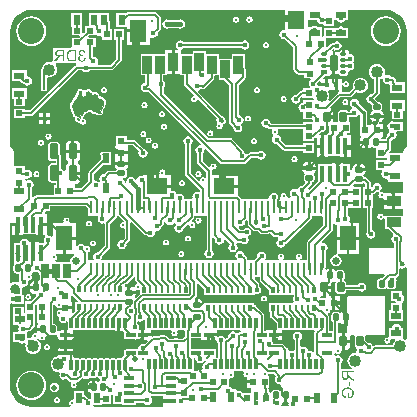
<source format=gbl>
G04 Layer_Physical_Order=8*
G04 Layer_Color=16711680*
%FSLAX42Y42*%
%MOMM*%
G71*
G01*
G75*
%ADD10R,0.51X0.61*%
%ADD11R,0.61X0.51*%
%ADD16R,0.61X0.61*%
%ADD17R,0.41X0.41*%
%ADD19R,0.41X0.41*%
G04:AMPARAMS|DCode=23|XSize=0.61mm|YSize=0.91mm|CornerRadius=0.15mm|HoleSize=0mm|Usage=FLASHONLY|Rotation=180.000|XOffset=0mm|YOffset=0mm|HoleType=Round|Shape=RoundedRectangle|*
%AMROUNDEDRECTD23*
21,1,0.61,0.61,0,0,180.0*
21,1,0.30,0.91,0,0,180.0*
1,1,0.30,-0.15,0.30*
1,1,0.30,0.15,0.30*
1,1,0.30,0.15,-0.30*
1,1,0.30,-0.15,-0.30*
%
%ADD23ROUNDEDRECTD23*%
G04:AMPARAMS|DCode=25|XSize=0.51mm|YSize=0.61mm|CornerRadius=0.13mm|HoleSize=0mm|Usage=FLASHONLY|Rotation=90.000|XOffset=0mm|YOffset=0mm|HoleType=Round|Shape=RoundedRectangle|*
%AMROUNDEDRECTD25*
21,1,0.51,0.36,0,0,90.0*
21,1,0.25,0.61,0,0,90.0*
1,1,0.25,0.18,0.13*
1,1,0.25,0.18,-0.13*
1,1,0.25,-0.18,-0.13*
1,1,0.25,-0.18,0.13*
%
%ADD25ROUNDEDRECTD25*%
G04:AMPARAMS|DCode=26|XSize=0.51mm|YSize=0.61mm|CornerRadius=0.13mm|HoleSize=0mm|Usage=FLASHONLY|Rotation=0.000|XOffset=0mm|YOffset=0mm|HoleType=Round|Shape=RoundedRectangle|*
%AMROUNDEDRECTD26*
21,1,0.51,0.36,0,0,0.0*
21,1,0.25,0.61,0,0,0.0*
1,1,0.25,0.13,-0.18*
1,1,0.25,-0.13,-0.18*
1,1,0.25,-0.13,0.18*
1,1,0.25,0.13,0.18*
%
%ADD26ROUNDEDRECTD26*%
%ADD29R,0.38X0.51*%
%ADD30R,0.25X0.51*%
G04:AMPARAMS|DCode=36|XSize=0.71mm|YSize=1.32mm|CornerRadius=0.18mm|HoleSize=0mm|Usage=FLASHONLY|Rotation=0.000|XOffset=0mm|YOffset=0mm|HoleType=Round|Shape=RoundedRectangle|*
%AMROUNDEDRECTD36*
21,1,0.71,0.97,0,0,0.0*
21,1,0.36,1.32,0,0,0.0*
1,1,0.36,0.18,-0.48*
1,1,0.36,-0.18,-0.48*
1,1,0.36,-0.18,0.48*
1,1,0.36,0.18,0.48*
%
%ADD36ROUNDEDRECTD36*%
%ADD37R,0.51X0.30*%
G04:AMPARAMS|DCode=38|XSize=0.51mm|YSize=0.3mm|CornerRadius=0.06mm|HoleSize=0mm|Usage=FLASHONLY|Rotation=0.000|XOffset=0mm|YOffset=0mm|HoleType=Round|Shape=RoundedRectangle|*
%AMROUNDEDRECTD38*
21,1,0.51,0.18,0,0,0.0*
21,1,0.39,0.30,0,0,0.0*
1,1,0.12,0.19,-0.09*
1,1,0.12,-0.19,-0.09*
1,1,0.12,-0.19,0.09*
1,1,0.12,0.19,0.09*
%
%ADD38ROUNDEDRECTD38*%
G04:AMPARAMS|DCode=39|XSize=0.71mm|YSize=1.42mm|CornerRadius=0.14mm|HoleSize=0mm|Usage=FLASHONLY|Rotation=0.000|XOffset=0mm|YOffset=0mm|HoleType=Round|Shape=RoundedRectangle|*
%AMROUNDEDRECTD39*
21,1,0.71,1.14,0,0,0.0*
21,1,0.43,1.42,0,0,0.0*
1,1,0.28,0.21,-0.57*
1,1,0.28,-0.21,-0.57*
1,1,0.28,-0.21,0.57*
1,1,0.28,0.21,0.57*
%
%ADD39ROUNDEDRECTD39*%
%ADD64C,0.15*%
%ADD65C,0.15*%
%ADD66C,0.30*%
%ADD67C,0.41*%
%ADD68C,0.25*%
%ADD69R,0.46X0.46*%
%ADD70C,0.66*%
%ADD71C,2.21*%
%ADD72C,0.45*%
%ADD73C,0.40*%
%ADD74C,0.20*%
%ADD75C,0.45*%
%ADD76C,0.50*%
%ADD77C,0.20*%
%ADD78C,0.61*%
%ADD79C,0.10*%
G04:AMPARAMS|DCode=80|XSize=1.02mm|YSize=1.02mm|CornerRadius=0.51mm|HoleSize=0mm|Usage=FLASHONLY|Rotation=180.000|XOffset=0mm|YOffset=0mm|HoleType=Round|Shape=RoundedRectangle|*
%AMROUNDEDRECTD80*
21,1,1.02,0.00,0,0,180.0*
21,1,0.00,1.02,0,0,180.0*
1,1,1.02,0.00,0.00*
1,1,1.02,0.00,0.00*
1,1,1.02,0.00,0.00*
1,1,1.02,0.00,0.00*
%
%ADD80ROUNDEDRECTD80*%
G04:AMPARAMS|DCode=81|XSize=0.8mm|YSize=0.8mm|CornerRadius=0.4mm|HoleSize=0mm|Usage=FLASHONLY|Rotation=180.000|XOffset=0mm|YOffset=0mm|HoleType=Round|Shape=RoundedRectangle|*
%AMROUNDEDRECTD81*
21,1,0.80,0.00,0,0,180.0*
21,1,0.00,0.80,0,0,180.0*
1,1,0.80,0.00,0.00*
1,1,0.80,0.00,0.00*
1,1,0.80,0.00,0.00*
1,1,0.80,0.00,0.00*
%
%ADD81ROUNDEDRECTD81*%
G04:AMPARAMS|DCode=82|XSize=1.02mm|YSize=1.02mm|CornerRadius=0.51mm|HoleSize=0mm|Usage=FLASHONLY|Rotation=90.000|XOffset=0mm|YOffset=0mm|HoleType=Round|Shape=RoundedRectangle|*
%AMROUNDEDRECTD82*
21,1,1.02,0.00,0,0,90.0*
21,1,0.00,1.02,0,0,90.0*
1,1,1.02,0.00,0.00*
1,1,1.02,0.00,0.00*
1,1,1.02,0.00,0.00*
1,1,1.02,0.00,0.00*
%
%ADD82ROUNDEDRECTD82*%
%ADD83R,0.86X0.30*%
%ADD84R,0.30X0.86*%
%ADD85R,1.42X1.91*%
%ADD86R,1.80X1.42*%
%ADD87R,1.42X1.60*%
%ADD88R,0.81X1.52*%
%ADD89R,0.86X0.36*%
%ADD90R,0.61X0.91*%
%ADD91R,0.91X0.61*%
%ADD92R,1.22X0.81*%
%ADD93R,0.25X1.12*%
%ADD94R,1.42X2.11*%
G04:AMPARAMS|DCode=95|XSize=0.25mm|YSize=1.12mm|CornerRadius=0.13mm|HoleSize=0mm|Usage=FLASHONLY|Rotation=180.000|XOffset=0mm|YOffset=0mm|HoleType=Round|Shape=RoundedRectangle|*
%AMROUNDEDRECTD95*
21,1,0.25,0.86,0,0,180.0*
21,1,0.00,1.12,0,0,180.0*
1,1,0.25,0.00,0.43*
1,1,0.25,0.00,0.43*
1,1,0.25,0.00,-0.43*
1,1,0.25,0.00,-0.43*
%
%ADD95ROUNDEDRECTD95*%
%ADD96R,0.43X1.32*%
%ADD97R,0.61X0.81*%
%ADD98R,0.64X1.27*%
G04:AMPARAMS|DCode=99|XSize=0.3mm|YSize=0.86mm|CornerRadius=0.08mm|HoleSize=0mm|Usage=FLASHONLY|Rotation=270.000|XOffset=0mm|YOffset=0mm|HoleType=Round|Shape=RoundedRectangle|*
%AMROUNDEDRECTD99*
21,1,0.30,0.71,0,0,270.0*
21,1,0.15,0.86,0,0,270.0*
1,1,0.15,-0.36,-0.08*
1,1,0.15,-0.36,0.08*
1,1,0.15,0.36,0.08*
1,1,0.15,0.36,-0.08*
%
%ADD99ROUNDEDRECTD99*%
G04:AMPARAMS|DCode=100|XSize=0.3mm|YSize=0.86mm|CornerRadius=0.08mm|HoleSize=0mm|Usage=FLASHONLY|Rotation=180.000|XOffset=0mm|YOffset=0mm|HoleType=Round|Shape=RoundedRectangle|*
%AMROUNDEDRECTD100*
21,1,0.30,0.71,0,0,180.0*
21,1,0.15,0.86,0,0,180.0*
1,1,0.15,-0.08,0.36*
1,1,0.15,0.08,0.36*
1,1,0.15,0.08,-0.36*
1,1,0.15,-0.08,-0.36*
%
%ADD100ROUNDEDRECTD100*%
%ADD101C,0.40*%
G36*
X4179Y3252D02*
X4181Y3249D01*
X4183Y3237D01*
X4192Y3224D01*
X4204Y3216D01*
X4219Y3213D01*
X4234Y3216D01*
X4246Y3224D01*
X4249Y3229D01*
X4255Y3236D01*
X4265Y3233D01*
X4268Y3232D01*
Y3219D01*
X4263Y3218D01*
X4250Y3210D01*
X4242Y3197D01*
X4239Y3183D01*
X4241Y3170D01*
X4236Y3157D01*
X4206D01*
Y3154D01*
X4197Y3147D01*
X4165D01*
Y3259D01*
X4165D01*
X4165Y3259D01*
X4169Y3260D01*
X4179Y3252D01*
D02*
G37*
G36*
X5247Y4460D02*
X5250Y4460D01*
X5263Y4451D01*
Y4378D01*
X5130Y4245D01*
X5125Y4238D01*
X5123Y4229D01*
Y4081D01*
X5074D01*
X5070Y4093D01*
X5075Y4097D01*
X5081Y4105D01*
X5083Y4115D01*
X5081Y4125D01*
X5075Y4133D01*
X5067Y4138D01*
X5057Y4140D01*
X5047Y4138D01*
X5039Y4133D01*
X5033Y4125D01*
X5031Y4115D01*
X5033Y4105D01*
X5039Y4097D01*
X5044Y4093D01*
X5040Y4081D01*
X4922D01*
X4918Y4093D01*
X4923Y4097D01*
X4928Y4105D01*
X4930Y4115D01*
X4928Y4125D01*
X4923Y4133D01*
X4915Y4138D01*
X4905Y4140D01*
X4895Y4138D01*
X4887Y4133D01*
X4881Y4125D01*
X4879Y4115D01*
X4881Y4105D01*
X4887Y4097D01*
X4892Y4093D01*
X4888Y4081D01*
X4777D01*
X4771Y4093D01*
X4775Y4100D01*
X4778Y4115D01*
X4775Y4129D01*
X4767Y4142D01*
X4754Y4150D01*
X4740Y4153D01*
X4725Y4150D01*
X4712Y4142D01*
X4704Y4129D01*
X4701Y4115D01*
X4702Y4110D01*
X4680Y4088D01*
X4675Y4081D01*
X4620D01*
Y4094D01*
X4619Y4103D01*
X4614Y4111D01*
X4614Y4111D01*
X4593Y4131D01*
X4592Y4137D01*
X4584Y4150D01*
X4571Y4158D01*
X4557Y4161D01*
X4542Y4158D01*
X4530Y4150D01*
X4521Y4137D01*
X4518Y4122D01*
X4521Y4108D01*
X4530Y4095D01*
X4533Y4093D01*
X4529Y4081D01*
X3392D01*
X3385Y4093D01*
X3388Y4098D01*
X3391Y4112D01*
X3390Y4117D01*
X3452Y4179D01*
X3452Y4179D01*
X3457Y4186D01*
X3458Y4195D01*
Y4389D01*
X3511Y4441D01*
X3516Y4449D01*
X3518Y4456D01*
X3524Y4458D01*
X3531Y4458D01*
X3573Y4416D01*
X3567Y4404D01*
X3566Y4404D01*
X3556Y4403D01*
X3548Y4397D01*
X3543Y4389D01*
X3541Y4379D01*
X3543Y4369D01*
X3548Y4361D01*
X3556Y4355D01*
X3566Y4353D01*
X3569Y4354D01*
X3581Y4345D01*
Y4272D01*
X3564Y4254D01*
X3559Y4255D01*
X3544Y4252D01*
X3531Y4244D01*
X3523Y4231D01*
X3520Y4216D01*
X3523Y4202D01*
X3531Y4189D01*
X3544Y4181D01*
X3559Y4178D01*
X3573Y4181D01*
X3586Y4189D01*
X3594Y4202D01*
X3597Y4216D01*
X3596Y4221D01*
X3620Y4246D01*
X3620Y4246D01*
X3625Y4253D01*
X3627Y4262D01*
Y4399D01*
X3639Y4404D01*
X3741Y4302D01*
X3741Y4302D01*
X3749Y4297D01*
X3758Y4295D01*
X3758Y4295D01*
X3770D01*
X3773Y4291D01*
X3785Y4283D01*
X3800Y4280D01*
X3815Y4283D01*
X3827Y4291D01*
X3835Y4303D01*
X3838Y4318D01*
X3838Y4320D01*
X3849Y4331D01*
X3851Y4330D01*
X3865Y4333D01*
X3878Y4342D01*
X3886Y4354D01*
X3887Y4360D01*
X3905Y4378D01*
X3910Y4385D01*
X3912Y4394D01*
Y4401D01*
X3917Y4405D01*
X3919Y4405D01*
X3932Y4401D01*
X3938Y4392D01*
X3950Y4384D01*
X3965Y4381D01*
X3980Y4384D01*
X3992Y4392D01*
X3995Y4397D01*
X4011D01*
X4014Y4392D01*
Y4383D01*
X4006Y4371D01*
X4003Y4356D01*
X4006Y4341D01*
X4014Y4329D01*
X4026Y4321D01*
X4041Y4318D01*
X4056Y4321D01*
X4068Y4329D01*
X4077Y4341D01*
X4077Y4345D01*
X4078Y4345D01*
X4117Y4385D01*
X4124Y4383D01*
X4130Y4380D01*
X4132Y4372D01*
X4137Y4363D01*
X4146Y4358D01*
X4155Y4356D01*
X4165Y4358D01*
X4174Y4363D01*
X4179Y4372D01*
X4181Y4381D01*
X4179Y4391D01*
X4174Y4400D01*
X4165Y4405D01*
X4157Y4407D01*
X4154Y4413D01*
X4152Y4419D01*
X4164Y4431D01*
X4164Y4431D01*
X4169Y4439D01*
X4171Y4448D01*
X4171Y4448D01*
Y4460D01*
X4275D01*
Y4172D01*
X4268Y4167D01*
X4260Y4155D01*
X4257Y4140D01*
X4260Y4126D01*
X4268Y4113D01*
X4280Y4105D01*
X4295Y4102D01*
X4310Y4105D01*
X4322Y4113D01*
X4331Y4126D01*
X4334Y4140D01*
X4331Y4155D01*
X4322Y4167D01*
X4321Y4168D01*
Y4270D01*
X4333Y4275D01*
X4347Y4261D01*
X4346Y4254D01*
X4349Y4240D01*
X4357Y4227D01*
X4369Y4219D01*
X4384Y4216D01*
X4399Y4219D01*
X4411Y4227D01*
X4420Y4240D01*
X4422Y4254D01*
X4422Y4256D01*
X4434Y4262D01*
X4472Y4224D01*
X4471Y4218D01*
X4463Y4206D01*
X4460Y4191D01*
X4463Y4176D01*
X4471Y4164D01*
X4484Y4156D01*
X4498Y4153D01*
X4513Y4156D01*
X4525Y4164D01*
X4534Y4176D01*
X4537Y4191D01*
X4534Y4206D01*
X4525Y4218D01*
X4529Y4231D01*
X4531Y4232D01*
X4534Y4233D01*
X4539Y4232D01*
X4568D01*
X4570Y4229D01*
X4581Y4222D01*
X4595Y4219D01*
X4609Y4222D01*
X4620Y4229D01*
X4628Y4241D01*
X4631Y4254D01*
X4628Y4268D01*
X4624Y4274D01*
X4629Y4288D01*
X4629Y4288D01*
X4640Y4295D01*
X4648Y4307D01*
X4651Y4321D01*
X4648Y4334D01*
X4640Y4346D01*
X4629Y4354D01*
X4615Y4356D01*
X4602Y4354D01*
X4590Y4346D01*
X4588Y4343D01*
X4561D01*
X4546Y4359D01*
X4552Y4370D01*
X4562Y4369D01*
X4577Y4371D01*
X4589Y4380D01*
X4597Y4392D01*
X4600Y4407D01*
X4599Y4412D01*
X4610Y4423D01*
X4623Y4418D01*
Y4393D01*
X4624Y4388D01*
X4624Y4384D01*
X4624Y4384D01*
X4624Y4384D01*
X4627Y4380D01*
X4629Y4377D01*
X4669Y4335D01*
X4669Y4335D01*
X4669Y4335D01*
X4673Y4332D01*
X4677Y4330D01*
X4677Y4330D01*
X4677Y4330D01*
X4681Y4329D01*
X4685Y4328D01*
X4685Y4328D01*
X4686Y4328D01*
X4712D01*
X4730Y4310D01*
X4738Y4305D01*
X4746Y4303D01*
X4784D01*
X4793Y4305D01*
X4800Y4310D01*
X4800Y4310D01*
X4816D01*
X4838Y4289D01*
X4838Y4289D01*
X4845Y4284D01*
X4854Y4282D01*
X4875D01*
X4878Y4278D01*
X4883Y4275D01*
Y4260D01*
X4878Y4256D01*
X4869Y4244D01*
X4866Y4229D01*
X4869Y4214D01*
X4878Y4202D01*
X4890Y4194D01*
X4905Y4191D01*
X4919Y4194D01*
X4932Y4202D01*
X4940Y4214D01*
X4941Y4219D01*
X4943D01*
X4952Y4221D01*
X4959Y4226D01*
X5162Y4429D01*
X5167Y4436D01*
X5169Y4445D01*
Y4460D01*
X5225D01*
X5225Y4460D01*
X5238Y4462D01*
X5247Y4460D01*
D02*
G37*
G36*
X4591Y3130D02*
X4589Y3126D01*
X4587Y3117D01*
X4589Y3107D01*
X4595Y3098D01*
X4603Y3093D01*
X4613Y3091D01*
X4615Y3089D01*
Y3068D01*
X4666D01*
Y3043D01*
X4615D01*
Y3000D01*
X4651D01*
Y2959D01*
X4583D01*
X4575Y2971D01*
X4562Y2979D01*
X4547Y2982D01*
X4538Y2980D01*
X4525Y2988D01*
Y2989D01*
X4494D01*
X4487Y2999D01*
X4475Y3007D01*
X4467Y3009D01*
Y3081D01*
X4480Y3089D01*
X4483Y3088D01*
X4493Y3090D01*
X4501Y3096D01*
X4507Y3104D01*
X4509Y3114D01*
X4507Y3124D01*
X4503Y3130D01*
X4506Y3138D01*
X4508Y3142D01*
X4585D01*
X4591Y3130D01*
D02*
G37*
G36*
X4864Y3099D02*
X4857Y3088D01*
X4854Y3073D01*
X4857Y3059D01*
X4865Y3046D01*
X4877Y3038D01*
X4892Y3035D01*
X4894Y3035D01*
X4907Y3025D01*
X4906Y2985D01*
X4896Y2977D01*
X4888Y2983D01*
X4877Y2985D01*
X4852D01*
X4841Y2983D01*
X4832Y2977D01*
X4826Y2967D01*
X4824Y2964D01*
X4819Y2963D01*
X4812Y2963D01*
X4805Y2974D01*
X4801Y2976D01*
Y2990D01*
X4799Y2997D01*
X4799Y2999D01*
X4806Y3010D01*
X4807D01*
Y3101D01*
X4802D01*
X4795Y3113D01*
X4799Y3122D01*
X4841D01*
X4864Y3099D01*
D02*
G37*
G36*
X5353Y5871D02*
X5354Y5870D01*
X5357Y5852D01*
X5356Y5851D01*
X5344Y5851D01*
X5340Y5862D01*
X5348Y5871D01*
X5353Y5871D01*
D02*
G37*
G36*
X4563Y3483D02*
X4563Y3480D01*
X4559Y3477D01*
X4553Y3476D01*
X4546Y3471D01*
X4542Y3467D01*
X4526Y3469D01*
X4525Y3469D01*
X4513Y3477D01*
X4498Y3480D01*
X4484Y3477D01*
X4471Y3469D01*
X4463Y3456D01*
X4460Y3442D01*
X4461Y3437D01*
X4446Y3421D01*
X4442D01*
X4434Y3420D01*
X4432Y3419D01*
X4424Y3431D01*
X4411Y3439D01*
X4397Y3442D01*
X4382Y3439D01*
X4375Y3434D01*
X4366Y3439D01*
X4306D01*
Y3411D01*
X4352D01*
X4358Y3404D01*
X4361Y3389D01*
X4370Y3376D01*
X4371Y3375D01*
Y3259D01*
X4355D01*
X4352Y3270D01*
X4352D01*
Y3331D01*
X4140D01*
Y3422D01*
X4225D01*
Y3411D01*
X4281D01*
Y3452D01*
X4294D01*
Y3465D01*
X4362D01*
Y3492D01*
X4375Y3493D01*
X4556D01*
X4563Y3483D01*
D02*
G37*
G36*
X2842Y3704D02*
Y3645D01*
X2842Y3645D01*
Y3554D01*
X2844D01*
X2848Y3548D01*
X2850Y3541D01*
X2843Y3530D01*
X2840Y3515D01*
Y3510D01*
X2891D01*
Y3485D01*
X2840D01*
Y3480D01*
X2841Y3475D01*
X2837Y3471D01*
X2829Y3466D01*
X2822Y3467D01*
X2812Y3465D01*
X2804Y3460D01*
X2798Y3452D01*
X2796Y3442D01*
X2797Y3440D01*
X2786Y3429D01*
X2784Y3429D01*
X2769Y3426D01*
X2766Y3424D01*
X2753Y3431D01*
Y3478D01*
X2764Y3482D01*
X2771D01*
X2780Y3484D01*
X2787Y3489D01*
X2815Y3517D01*
X2815Y3517D01*
X2820Y3524D01*
X2822Y3533D01*
Y3554D01*
X2823D01*
Y3633D01*
X2823Y3645D01*
X2822Y3657D01*
Y3701D01*
X2831Y3708D01*
X2842Y3704D01*
D02*
G37*
G36*
X3186Y3739D02*
X3181Y3727D01*
X3161D01*
Y3651D01*
X3147Y3637D01*
X3134Y3642D01*
Y3668D01*
X3078D01*
Y3693D01*
X3134D01*
Y3731D01*
X3131D01*
X3124Y3741D01*
X3124Y3744D01*
Y3783D01*
X3137Y3788D01*
X3186Y3739D01*
D02*
G37*
G36*
X2784Y6201D02*
X2791Y6200D01*
X4940D01*
Y6127D01*
X5036D01*
Y6101D01*
X4940D01*
Y6040D01*
X4930Y6033D01*
X4915Y6030D01*
X4903Y6022D01*
X4895Y6009D01*
X4892Y5994D01*
X4895Y5980D01*
X4903Y5967D01*
X4915Y5959D01*
X4930Y5956D01*
X4935Y5957D01*
X5009Y5883D01*
Y5702D01*
X5011Y5694D01*
X5016Y5686D01*
X5041Y5661D01*
X5048Y5656D01*
X5057Y5654D01*
X5103D01*
Y5622D01*
X5152D01*
X5156Y5609D01*
X5149Y5605D01*
X5141Y5593D01*
X5138Y5578D01*
X5141Y5563D01*
X5148Y5552D01*
X5147Y5546D01*
X5143Y5540D01*
X5093D01*
Y5529D01*
X5083Y5522D01*
X5074Y5520D01*
X5066Y5515D01*
X5037Y5486D01*
X5032Y5487D01*
X5017Y5484D01*
X5005Y5475D01*
X4996Y5463D01*
X4993Y5448D01*
X4996Y5434D01*
X5005Y5421D01*
X5017Y5413D01*
X5032Y5410D01*
X5046Y5413D01*
X5059Y5421D01*
X5067Y5434D01*
X5070Y5448D01*
X5069Y5453D01*
X5080Y5464D01*
X5093Y5459D01*
Y5459D01*
X5177D01*
X5181Y5450D01*
X5173Y5439D01*
X5093D01*
Y5422D01*
X5089Y5421D01*
X5082Y5416D01*
X5082Y5416D01*
X5079Y5413D01*
X5075Y5413D01*
X5063Y5404D01*
X5055Y5392D01*
X5052Y5377D01*
X5055Y5362D01*
X5063Y5350D01*
X5075Y5342D01*
X5090Y5339D01*
X5093Y5337D01*
Y5276D01*
X5166D01*
X5172Y5265D01*
X5164Y5256D01*
X5093D01*
Y5240D01*
X4828D01*
X4816Y5245D01*
X4813Y5260D01*
X4805Y5272D01*
X4792Y5281D01*
X4778Y5283D01*
X4763Y5281D01*
X4751Y5272D01*
X4742Y5260D01*
X4739Y5245D01*
X4742Y5230D01*
X4751Y5218D01*
X4763Y5210D01*
X4778Y5207D01*
X4784Y5208D01*
X4793Y5200D01*
X4796Y5198D01*
X4799Y5196D01*
X4800Y5196D01*
X4800Y5196D01*
X4804Y5195D01*
X4808Y5194D01*
X4825D01*
X4832Y5182D01*
X4830Y5179D01*
X4828Y5169D01*
X4830Y5159D01*
X4836Y5151D01*
X4840Y5148D01*
X4841Y5135D01*
X4841Y5133D01*
X4839Y5133D01*
X4831Y5120D01*
X4828Y5105D01*
X4831Y5091D01*
X4839Y5078D01*
X4852Y5070D01*
X4867Y5067D01*
X4872Y5068D01*
X4924Y5018D01*
X4928Y5015D01*
X4932Y5013D01*
X4932Y5013D01*
X4932Y5013D01*
X4936Y5012D01*
X4940Y5011D01*
X5093D01*
Y4992D01*
X5184D01*
Y5073D01*
X5093D01*
Y5057D01*
X4950D01*
X4904Y5101D01*
X4905Y5105D01*
X4902Y5120D01*
X4894Y5133D01*
X4881Y5141D01*
X4880Y5141D01*
X4879Y5143D01*
X4875Y5155D01*
X4878Y5159D01*
X4880Y5169D01*
X4878Y5179D01*
X4876Y5182D01*
X4882Y5194D01*
X5093D01*
Y5175D01*
X5093Y5175D01*
Y5174D01*
X5093D01*
X5093Y5162D01*
Y5093D01*
X5184D01*
Y5114D01*
X5185Y5115D01*
X5193Y5120D01*
X5194Y5121D01*
X5206Y5116D01*
Y5062D01*
X5240D01*
Y5141D01*
X5231D01*
X5226Y5153D01*
X5243Y5170D01*
X5248Y5169D01*
X5262Y5172D01*
X5275Y5180D01*
X5283Y5192D01*
X5286Y5207D01*
X5285Y5211D01*
X5296Y5224D01*
X5307D01*
X5311Y5221D01*
Y5163D01*
X5304Y5161D01*
X5292Y5153D01*
X5284Y5141D01*
X5265D01*
Y5050D01*
Y4958D01*
X5300D01*
Y4968D01*
X5402D01*
Y4958D01*
X5437D01*
Y5050D01*
X5449D01*
Y5062D01*
X5496D01*
Y5141D01*
X5468D01*
X5460Y5153D01*
X5463Y5159D01*
X5493D01*
Y5250D01*
X5487D01*
X5477Y5263D01*
X5478Y5265D01*
Y5296D01*
X5512D01*
X5519Y5297D01*
X5527Y5296D01*
X5542Y5299D01*
X5554Y5307D01*
X5562Y5318D01*
X5565Y5319D01*
X5575Y5314D01*
X5578Y5311D01*
Y5230D01*
X5576D01*
Y5139D01*
X5580D01*
X5583Y5133D01*
X5585Y5126D01*
X5578Y5115D01*
X5575Y5100D01*
Y5095D01*
X5627D01*
Y5083D01*
X5639D01*
Y5026D01*
X5654Y5029D01*
X5667Y5037D01*
X5668Y5039D01*
X5674Y5045D01*
X5683Y5039D01*
X5694Y5037D01*
X5697D01*
X5708Y5031D01*
Y4951D01*
X5799D01*
X5806Y4947D01*
Y4940D01*
X5795Y4931D01*
X5708D01*
Y4850D01*
X5759D01*
X5760Y4848D01*
X5764Y4837D01*
X5758Y4828D01*
X5755Y4813D01*
X5758Y4799D01*
X5767Y4786D01*
X5779Y4778D01*
X5794Y4775D01*
X5797Y4775D01*
X5809Y4765D01*
Y4749D01*
X5931D01*
X5941Y4743D01*
Y4651D01*
X5872D01*
Y4585D01*
Y4519D01*
X5941D01*
Y4469D01*
X5936Y4459D01*
X5928Y4459D01*
X5785D01*
X5784Y4459D01*
X5772Y4461D01*
X5772Y4462D01*
X5766Y4471D01*
X5758Y4476D01*
X5748Y4478D01*
X5738Y4476D01*
X5730Y4471D01*
X5724Y4462D01*
X5722Y4453D01*
X5724Y4443D01*
X5730Y4434D01*
X5738Y4429D01*
X5748Y4427D01*
X5758Y4429D01*
X5766Y4434D01*
X5771Y4442D01*
X5772Y4442D01*
X5784Y4434D01*
Y4348D01*
X5818D01*
X5857Y4309D01*
X5855Y4293D01*
X5851Y4290D01*
X5842Y4277D01*
X5839Y4263D01*
X5842Y4248D01*
X5851Y4235D01*
X5862Y4228D01*
Y4183D01*
X5654D01*
X5651Y4181D01*
Y3970D01*
X5780D01*
X5785Y3958D01*
X5757Y3930D01*
X5746D01*
X5735Y3928D01*
X5726Y3921D01*
X5720Y3912D01*
X5718Y3901D01*
Y3866D01*
X5720Y3855D01*
X5726Y3846D01*
X5735Y3840D01*
X5746Y3838D01*
X5772D01*
X5782Y3840D01*
X5791Y3846D01*
X5806D01*
X5815Y3840D01*
X5826Y3838D01*
X5852D01*
X5862Y3840D01*
X5871Y3846D01*
X5878Y3855D01*
X5880Y3866D01*
Y3897D01*
X5880Y3897D01*
X5883Y3912D01*
X5880Y3926D01*
X5884Y3941D01*
X5901Y3959D01*
X5906Y3966D01*
X5908Y3975D01*
Y4007D01*
X5921Y4015D01*
X5931Y4013D01*
X5946Y4016D01*
X5957Y4023D01*
X5962Y4022D01*
X5970Y4019D01*
Y3413D01*
X5959Y3407D01*
X5949Y3412D01*
X5949Y3413D01*
X5948Y3413D01*
X5941Y3423D01*
Y3509D01*
X5920D01*
X5918Y3520D01*
X5910Y3532D01*
X5897Y3541D01*
X5883Y3544D01*
X5868Y3541D01*
X5855Y3532D01*
X5847Y3520D01*
X5845Y3509D01*
X5819D01*
Y3439D01*
X5807Y3429D01*
X5806Y3429D01*
X5797Y3427D01*
X5788Y3422D01*
X5783Y3413D01*
X5781Y3404D01*
X5783Y3394D01*
X5788Y3385D01*
X5797Y3380D01*
X5806Y3378D01*
X5816Y3380D01*
X5825Y3385D01*
X5830Y3394D01*
X5832Y3404D01*
X5832Y3405D01*
X5841Y3418D01*
X5868D01*
X5872Y3405D01*
X5869Y3402D01*
X5858Y3389D01*
X5852Y3373D01*
X5850Y3363D01*
X5705D01*
X5696Y3361D01*
X5695Y3360D01*
X5684Y3360D01*
X5679Y3364D01*
X5679Y3364D01*
X5674Y3372D01*
X5661Y3381D01*
X5646Y3384D01*
X5641Y3383D01*
X5620Y3404D01*
Y3426D01*
X5618Y3438D01*
X5617Y3439D01*
X5624Y3452D01*
X5772Y3452D01*
X5781Y3452D01*
X5784Y3454D01*
X5783Y3455D01*
X5783Y3464D01*
Y3777D01*
X5471D01*
X5466Y3772D01*
Y3656D01*
X5465Y3656D01*
Y3599D01*
Y3543D01*
X5466Y3542D01*
Y3478D01*
X5453Y3467D01*
X5449Y3468D01*
X5447D01*
Y3409D01*
X5491D01*
Y3426D01*
X5488Y3439D01*
X5495Y3452D01*
X5524D01*
X5531Y3439D01*
X5530Y3438D01*
X5528Y3426D01*
Y3365D01*
X5530Y3354D01*
X5537Y3344D01*
X5539Y3342D01*
X5545Y3327D01*
X5542Y3313D01*
X5543Y3309D01*
X5532Y3299D01*
X5517Y3298D01*
X5501Y3291D01*
X5488Y3280D01*
X5477Y3267D01*
X5471Y3251D01*
X5468Y3233D01*
X5471Y3216D01*
X5477Y3200D01*
X5488Y3186D01*
X5501Y3176D01*
X5504Y3175D01*
X5502Y3162D01*
X5410D01*
Y3209D01*
X5414Y3211D01*
X5423Y3224D01*
X5426Y3238D01*
X5423Y3253D01*
X5414Y3266D01*
X5402Y3274D01*
X5387Y3277D01*
X5373Y3274D01*
X5369Y3272D01*
X5357Y3279D01*
Y3293D01*
X5369Y3297D01*
X5378Y3291D01*
X5387Y3289D01*
X5397Y3291D01*
X5405Y3297D01*
X5411Y3305D01*
X5413Y3315D01*
X5421Y3322D01*
Y3396D01*
Y3468D01*
X5419D01*
X5403Y3465D01*
X5400Y3463D01*
X5387Y3470D01*
Y3554D01*
X5396Y3555D01*
X5405Y3561D01*
X5412Y3555D01*
X5413Y3554D01*
X5425Y3546D01*
X5440Y3543D01*
Y3599D01*
Y3656D01*
X5425Y3653D01*
X5413Y3644D01*
X5412Y3643D01*
X5405Y3637D01*
X5396Y3643D01*
X5385Y3645D01*
X5360D01*
X5349Y3643D01*
X5340Y3637D01*
X5334Y3628D01*
X5332Y3617D01*
Y3581D01*
X5334Y3571D01*
X5340Y3561D01*
X5342Y3560D01*
Y3482D01*
X5314D01*
Y3599D01*
X5314Y3599D01*
X5312Y3608D01*
X5307Y3615D01*
X5303Y3620D01*
X5307Y3634D01*
X5308Y3634D01*
X5317Y3639D01*
X5322Y3648D01*
X5324Y3658D01*
X5330Y3665D01*
X5339D01*
Y3721D01*
Y3777D01*
X5314D01*
X5311Y3790D01*
X5316Y3793D01*
X5325Y3807D01*
X5328Y3823D01*
Y3840D01*
X5284D01*
Y3777D01*
X5289Y3771D01*
X5289Y3769D01*
X5288Y3767D01*
X5241D01*
X5239Y3772D01*
X5248Y3783D01*
X5256Y3781D01*
X5259D01*
Y3853D01*
X5272D01*
Y3866D01*
X5328D01*
Y3884D01*
X5327Y3889D01*
X5335Y3898D01*
X5350Y3901D01*
X5360Y3908D01*
X5361Y3908D01*
X5368Y3895D01*
X5366Y3884D01*
Y3823D01*
X5368Y3811D01*
X5375Y3801D01*
X5385Y3794D01*
X5396Y3792D01*
X5427D01*
X5439Y3794D01*
X5449Y3801D01*
X5455Y3811D01*
X5458Y3823D01*
Y3828D01*
X5562D01*
X5573Y3820D01*
X5588Y3817D01*
X5603Y3820D01*
X5615Y3829D01*
X5623Y3841D01*
X5626Y3856D01*
X5623Y3870D01*
X5615Y3883D01*
X5603Y3891D01*
X5588Y3894D01*
X5573Y3891D01*
X5561Y3883D01*
X5555Y3874D01*
X5458D01*
Y3884D01*
X5455Y3895D01*
X5449Y3905D01*
X5443Y3909D01*
X5439Y3913D01*
X5440Y3925D01*
X5441Y3926D01*
X5443Y3937D01*
Y3973D01*
X5441Y3983D01*
X5435Y3993D01*
X5425Y3999D01*
X5415Y4001D01*
X5389D01*
X5378Y3999D01*
X5369Y3993D01*
X5363Y3999D01*
X5362Y4000D01*
X5350Y4008D01*
X5335Y4011D01*
D01*
Y3955D01*
X5309D01*
Y4011D01*
X5294Y4008D01*
X5288Y4004D01*
X5279Y4014D01*
X5282Y4017D01*
X5283Y4026D01*
X5283Y4026D01*
Y4161D01*
X5287Y4164D01*
X5296Y4176D01*
X5299Y4191D01*
X5296Y4206D01*
X5287Y4218D01*
X5275Y4226D01*
X5260Y4229D01*
X5260Y4229D01*
X5254Y4241D01*
X5340Y4327D01*
X5345Y4335D01*
X5347Y4343D01*
Y4390D01*
X5359Y4394D01*
X5360Y4392D01*
X5373Y4384D01*
X5376Y4384D01*
X5376Y4282D01*
X5472D01*
Y4270D01*
D01*
Y4282D01*
X5569D01*
Y4401D01*
X5490D01*
X5483Y4413D01*
X5486Y4418D01*
X5489Y4432D01*
X5486Y4447D01*
X5478Y4459D01*
X5474Y4462D01*
Y4527D01*
X5490D01*
Y4527D01*
X5500D01*
Y4527D01*
X5581D01*
Y4615D01*
Y4706D01*
X5520D01*
X5515Y4718D01*
X5530Y4733D01*
X5537Y4729D01*
X5547Y4727D01*
X5583D01*
X5594Y4729D01*
X5603Y4736D01*
X5615Y4732D01*
X5618Y4728D01*
Y4706D01*
X5601D01*
Y4615D01*
Y4527D01*
X5631D01*
Y4319D01*
X5628Y4305D01*
X5631Y4291D01*
X5640Y4278D01*
X5652Y4270D01*
X5667Y4267D01*
X5681Y4270D01*
X5694Y4278D01*
X5702Y4291D01*
X5705Y4305D01*
X5702Y4320D01*
X5694Y4332D01*
X5681Y4341D01*
X5677Y4342D01*
Y4527D01*
X5682D01*
Y4640D01*
X5682D01*
X5691Y4642D01*
X5698Y4647D01*
X5713Y4662D01*
X5718Y4661D01*
X5730Y4663D01*
X5733Y4659D01*
X5737Y4652D01*
X5732Y4645D01*
X5730Y4635D01*
X5732Y4626D01*
X5738Y4617D01*
X5746Y4612D01*
X5756Y4610D01*
X5761Y4611D01*
X5773Y4603D01*
Y4597D01*
X5847D01*
Y4651D01*
X5776D01*
X5774Y4654D01*
X5765Y4659D01*
X5756Y4661D01*
X5750Y4660D01*
X5745Y4672D01*
X5745Y4672D01*
X5753Y4684D01*
X5756Y4699D01*
X5753Y4714D01*
X5745Y4726D01*
X5732Y4734D01*
X5718Y4737D01*
X5703Y4734D01*
X5690Y4726D01*
X5682Y4714D01*
X5681Y4706D01*
X5664D01*
Y4737D01*
X5664Y4741D01*
X5663Y4745D01*
X5663Y4745D01*
X5663Y4746D01*
X5660Y4749D01*
X5658Y4752D01*
X5636Y4778D01*
X5635Y4778D01*
X5635Y4779D01*
X5631Y4781D01*
X5628Y4783D01*
X5628Y4783D01*
X5627Y4784D01*
X5623Y4784D01*
X5620Y4785D01*
X5619Y4785D01*
X5618Y4785D01*
X5610D01*
X5609Y4792D01*
X5603Y4801D01*
X5609Y4807D01*
X5610Y4808D01*
X5619Y4821D01*
X5622Y4836D01*
D01*
X5565D01*
Y4848D01*
X5552D01*
Y4900D01*
X5547D01*
X5532Y4897D01*
X5520Y4888D01*
X5511Y4876D01*
X5509Y4861D01*
Y4852D01*
X5497Y4846D01*
X5486Y4852D01*
Y4894D01*
X5431D01*
Y4904D01*
X5397D01*
Y4813D01*
X5372D01*
Y4904D01*
X5337D01*
Y4894D01*
X5216D01*
Y4751D01*
X5144Y4679D01*
X5139Y4680D01*
X5135Y4693D01*
X5160Y4718D01*
X5165Y4726D01*
X5166Y4735D01*
Y4744D01*
X5172Y4745D01*
X5181Y4751D01*
X5187Y4760D01*
X5190Y4771D01*
Y4796D01*
X5187Y4807D01*
X5181Y4816D01*
X5187Y4822D01*
X5189Y4823D01*
X5197Y4836D01*
X5200Y4851D01*
D01*
X5144D01*
X5087D01*
X5090Y4836D01*
X5098Y4823D01*
X5100Y4822D01*
X5106Y4816D01*
X5100Y4807D01*
X5097Y4796D01*
Y4771D01*
X5100Y4760D01*
X5106Y4751D01*
X5108Y4749D01*
X5110Y4734D01*
X5088Y4711D01*
X5083Y4712D01*
X5068Y4709D01*
X5055Y4701D01*
X5048Y4690D01*
X5044Y4687D01*
X5035Y4683D01*
X5034Y4684D01*
X5019Y4687D01*
X5004Y4684D01*
X4992Y4675D01*
X4984Y4663D01*
X4981Y4648D01*
X4984Y4634D01*
X4990Y4623D01*
X4983Y4613D01*
X4963D01*
X4953Y4625D01*
X4951Y4635D01*
X4946Y4643D01*
X4937Y4649D01*
X4928Y4651D01*
X4918Y4649D01*
X4909Y4643D01*
X4904Y4635D01*
X4902Y4625D01*
X4898Y4621D01*
X4883Y4620D01*
X4882Y4621D01*
X4879Y4635D01*
X4871Y4647D01*
X4858Y4656D01*
X4844Y4659D01*
X4829Y4656D01*
X4817Y4647D01*
X4808Y4635D01*
X4805Y4620D01*
X4806Y4615D01*
X4796Y4602D01*
X4571D01*
X4570Y4606D01*
X4565Y4614D01*
X4553Y4626D01*
X4545Y4631D01*
X4542Y4632D01*
Y4696D01*
X4426D01*
Y4709D01*
X4413D01*
Y4805D01*
X4318D01*
Y4839D01*
X4317Y4842D01*
X4318Y4844D01*
X4327Y4852D01*
X4327Y4852D01*
X4333Y4851D01*
X4343Y4853D01*
X4351Y4859D01*
X4357Y4867D01*
X4359Y4877D01*
X4357Y4887D01*
X4351Y4895D01*
X4343Y4901D01*
X4333Y4902D01*
X4323Y4901D01*
X4315Y4895D01*
X4310Y4887D01*
X4308Y4877D01*
X4308Y4877D01*
X4296Y4870D01*
X4242Y4924D01*
Y4987D01*
X4246Y4989D01*
X4254Y5002D01*
X4257Y5017D01*
X4257Y5017D01*
X4269Y5023D01*
X4388Y4904D01*
X4388Y4904D01*
X4395Y4899D01*
X4404Y4897D01*
X4404Y4897D01*
X4593D01*
X4602Y4899D01*
X4610Y4904D01*
X4656Y4950D01*
X4707D01*
X4710Y4946D01*
X4722Y4938D01*
X4737Y4935D01*
X4752Y4938D01*
X4764Y4946D01*
X4773Y4959D01*
X4775Y4973D01*
X4773Y4988D01*
X4764Y5000D01*
X4752Y5009D01*
X4737Y5012D01*
X4722Y5009D01*
X4710Y5000D01*
X4707Y4996D01*
X4646D01*
X4637Y4995D01*
X4630Y4990D01*
X4630Y4990D01*
X4622Y4981D01*
X4607Y4985D01*
X4602Y4993D01*
X4592Y4999D01*
Y5001D01*
X4591Y5010D01*
X4586Y5017D01*
X4494Y5109D01*
X4487Y5114D01*
X4478Y5116D01*
X4292D01*
X3912Y5496D01*
Y5545D01*
X3916Y5548D01*
X3924Y5561D01*
X3927Y5575D01*
X3924Y5590D01*
X3916Y5602D01*
X3909Y5607D01*
Y5649D01*
X3939D01*
Y5659D01*
X3980D01*
Y5761D01*
Y5862D01*
X3927D01*
Y5832D01*
X3719D01*
Y5649D01*
X3754D01*
Y5583D01*
X3742Y5580D01*
X3730Y5572D01*
X3721Y5560D01*
X3718Y5545D01*
X3721Y5530D01*
X3730Y5518D01*
X3742Y5509D01*
X3757Y5506D01*
X3771Y5509D01*
X3778Y5514D01*
X4225Y5067D01*
X4219Y5055D01*
X4219Y5055D01*
X4204Y5052D01*
X4192Y5044D01*
X4183Y5031D01*
X4181Y5017D01*
X4183Y5002D01*
X4192Y4989D01*
X4196Y4987D01*
Y4915D01*
X4198Y4906D01*
X4203Y4899D01*
X4272Y4829D01*
Y4788D01*
X4270Y4786D01*
X4259Y4783D01*
X4254Y4786D01*
X4244Y4788D01*
X4235Y4786D01*
X4226Y4781D01*
X4221Y4772D01*
X4219Y4762D01*
X4219Y4762D01*
X4207Y4756D01*
X4140Y4823D01*
Y5063D01*
X4144Y5066D01*
X4153Y5078D01*
X4156Y5093D01*
X4153Y5107D01*
X4144Y5120D01*
X4132Y5128D01*
X4117Y5131D01*
X4103Y5128D01*
X4090Y5120D01*
X4082Y5107D01*
X4079Y5093D01*
X4082Y5078D01*
X4090Y5066D01*
X4094Y5063D01*
Y4813D01*
X4096Y4805D01*
X4101Y4797D01*
X4221Y4677D01*
Y4665D01*
X4209Y4658D01*
X4208Y4658D01*
X4194Y4661D01*
X4179Y4658D01*
X4166Y4650D01*
X4158Y4637D01*
X4155Y4623D01*
X4157Y4615D01*
X4148Y4602D01*
X4094D01*
X4087Y4610D01*
X4084Y4625D01*
X4076Y4637D01*
X4063Y4646D01*
X4049Y4648D01*
X4035Y4646D01*
X4031Y4645D01*
X4023Y4648D01*
X4020Y4651D01*
X4012Y4663D01*
X4000Y4671D01*
X3985Y4674D01*
X3981Y4673D01*
X3971Y4681D01*
Y4696D01*
X3856D01*
Y4709D01*
X3843D01*
Y4805D01*
X3740D01*
Y4805D01*
X3727Y4800D01*
X3724Y4801D01*
X3709Y4798D01*
X3696Y4790D01*
X3688Y4777D01*
X3687Y4773D01*
X3673Y4764D01*
X3670Y4764D01*
X3662Y4777D01*
X3649Y4785D01*
X3635Y4788D01*
X3620Y4785D01*
X3608Y4777D01*
X3599Y4764D01*
X3596Y4750D01*
X3597Y4745D01*
X3586Y4736D01*
X3584Y4737D01*
X3581Y4752D01*
X3573Y4764D01*
X3568Y4768D01*
X3571Y4780D01*
X3571Y4781D01*
X3582Y4783D01*
X3591Y4789D01*
X3597Y4798D01*
X3599Y4809D01*
Y4834D01*
X3597Y4845D01*
X3591Y4854D01*
X3597Y4861D01*
X3599Y4861D01*
X3607Y4874D01*
X3610Y4889D01*
D01*
X3553D01*
X3497D01*
X3500Y4874D01*
X3508Y4861D01*
X3509Y4861D01*
X3516Y4854D01*
X3510Y4845D01*
X3509Y4842D01*
X3450D01*
X3441Y4840D01*
X3434Y4835D01*
X3411Y4813D01*
X3406Y4814D01*
X3391Y4811D01*
X3379Y4802D01*
X3371Y4790D01*
X3368Y4775D01*
X3371Y4761D01*
X3374Y4755D01*
X3373Y4751D01*
X3362Y4748D01*
X3359Y4748D01*
X3349Y4755D01*
X3335Y4758D01*
X3333Y4757D01*
X3320Y4767D01*
Y4809D01*
X3401Y4890D01*
X3469D01*
Y5002D01*
X3411D01*
X3409Y5003D01*
X3401Y5004D01*
X3398D01*
X3389Y5003D01*
X3387Y5002D01*
X3378D01*
Y4993D01*
X3376Y4990D01*
X3375Y4981D01*
X3376Y4973D01*
X3378Y4970D01*
Y4933D01*
X3281Y4835D01*
X3276Y4828D01*
X3274Y4819D01*
Y4757D01*
X3211Y4694D01*
X3162D01*
Y4716D01*
X3162Y4717D01*
X3163Y4729D01*
X3178Y4732D01*
X3192Y4742D01*
X3202Y4756D01*
X3205Y4773D01*
Y4808D01*
X3143D01*
Y4834D01*
X3205D01*
Y4869D01*
X3202Y4886D01*
X3192Y4900D01*
X3186Y4905D01*
Y4920D01*
X3192Y4924D01*
X3202Y4939D01*
X3205Y4956D01*
Y4991D01*
X3143D01*
X3081D01*
Y4956D01*
X3085Y4939D01*
X3094Y4924D01*
X3101Y4920D01*
Y4905D01*
X3094Y4900D01*
X3085Y4886D01*
X3081Y4869D01*
Y4845D01*
X3069Y4841D01*
X3062Y4851D01*
X3050Y4859D01*
X3044Y4860D01*
Y4966D01*
X3044Y4966D01*
X3042Y4975D01*
X3037Y4982D01*
X3037Y4982D01*
X3034Y4985D01*
Y5052D01*
X3032Y5065D01*
X3025Y5076D01*
X3014Y5083D01*
X3001Y5085D01*
X2965D01*
X2953Y5083D01*
X2942Y5076D01*
X2935Y5065D01*
X2932Y5052D01*
Y4956D01*
X2935Y4943D01*
X2942Y4932D01*
X2953Y4925D01*
X2965Y4922D01*
X2998D01*
Y4903D01*
X2965D01*
X2953Y4900D01*
X2942Y4893D01*
X2935Y4882D01*
X2932Y4869D01*
Y4773D01*
X2935Y4760D01*
X2942Y4749D01*
X2953Y4742D01*
X2965Y4739D01*
X2998D01*
Y4717D01*
X2980D01*
Y4633D01*
X2835D01*
X2835Y4633D01*
X2826Y4631D01*
X2818Y4626D01*
X2807Y4615D01*
X2802Y4615D01*
X2794Y4619D01*
Y4694D01*
X2798Y4697D01*
X2807Y4710D01*
X2810Y4724D01*
X2807Y4739D01*
X2798Y4752D01*
X2786Y4760D01*
X2771Y4763D01*
X2756Y4760D01*
X2752Y4757D01*
X2739Y4762D01*
X2738Y4767D01*
X2738Y4769D01*
X2749Y4777D01*
X2758Y4775D01*
X2773Y4778D01*
X2786Y4786D01*
X2794Y4799D01*
X2797Y4813D01*
X2794Y4828D01*
X2786Y4840D01*
X2773Y4849D01*
X2758Y4852D01*
X2748Y4850D01*
X2735Y4857D01*
Y4879D01*
X2644Y4879D01*
X2642Y4891D01*
Y4999D01*
X2642D01*
X2639Y5016D01*
X2629Y5031D01*
X2614Y5041D01*
X2610Y5042D01*
Y6015D01*
X2612Y6022D01*
X2612D01*
X2615Y6057D01*
X2626Y6091D01*
X2642Y6122D01*
X2664Y6149D01*
X2692Y6172D01*
X2723Y6188D01*
X2756Y6198D01*
X2784Y6201D01*
X2784Y6201D01*
D02*
G37*
G36*
X3269Y4524D02*
Y4460D01*
X3352D01*
X3358Y4448D01*
X3358Y4447D01*
X3355Y4432D01*
X3358Y4418D01*
X3366Y4405D01*
X3379Y4397D01*
X3393Y4394D01*
X3400Y4395D01*
X3412Y4386D01*
Y4204D01*
X3358Y4150D01*
X3353Y4151D01*
X3338Y4148D01*
X3326Y4139D01*
X3317Y4127D01*
X3314Y4112D01*
X3317Y4098D01*
X3320Y4093D01*
X3313Y4081D01*
X3269D01*
X3269Y4093D01*
Y4148D01*
X3268Y4153D01*
X3276Y4155D01*
X3285Y4160D01*
X3290Y4168D01*
X3292Y4178D01*
X3290Y4188D01*
X3285Y4196D01*
X3276Y4202D01*
X3266Y4204D01*
X3257Y4202D01*
X3254Y4200D01*
X3244Y4200D01*
X3238Y4204D01*
X3233Y4211D01*
X3222Y4219D01*
X3208Y4222D01*
X3194Y4219D01*
X3183Y4211D01*
X3180Y4207D01*
X3167Y4211D01*
Y4257D01*
X3084D01*
Y4139D01*
X3156D01*
X3157Y4126D01*
X3151Y4125D01*
X3135Y4114D01*
X3125Y4098D01*
X3121Y4080D01*
X3114Y4071D01*
X3000D01*
X2993Y4083D01*
X2993Y4084D01*
X3000Y4089D01*
X3006Y4097D01*
X3008Y4107D01*
X3006Y4117D01*
X3000Y4125D01*
X2999Y4126D01*
X3003Y4139D01*
X3058D01*
Y4270D01*
X3071D01*
Y4282D01*
X3167D01*
Y4401D01*
X3121D01*
X3119Y4403D01*
X3113Y4413D01*
X3114Y4420D01*
X3112Y4429D01*
X3107Y4438D01*
X3098Y4443D01*
X3089Y4445D01*
X3079Y4443D01*
X3071Y4438D01*
X3065Y4429D01*
X3063Y4420D01*
X3064Y4413D01*
X3059Y4403D01*
X3056Y4401D01*
X2974D01*
Y4288D01*
X2969Y4285D01*
X2962Y4283D01*
X2951Y4290D01*
X2936Y4293D01*
X2933Y4292D01*
X2921Y4303D01*
Y4371D01*
X2886D01*
Y4293D01*
X2903D01*
X2906Y4287D01*
X2908Y4280D01*
X2901Y4269D01*
X2898Y4254D01*
X2901Y4241D01*
X2900Y4239D01*
X2893Y4228D01*
X2856D01*
Y4239D01*
X2821D01*
Y4147D01*
X2796D01*
Y4239D01*
X2770D01*
X2769Y4244D01*
X2760Y4256D01*
X2748Y4265D01*
X2733Y4267D01*
X2718Y4265D01*
X2706Y4256D01*
X2698Y4244D01*
X2695Y4229D01*
X2694Y4228D01*
X2641D01*
Y4066D01*
X2644D01*
X2648Y4053D01*
X2642Y4044D01*
X2639Y4034D01*
Y3998D01*
X2642Y3987D01*
X2648Y3978D01*
X2657Y3972D01*
X2668Y3970D01*
X2689D01*
Y3912D01*
X2691Y3904D01*
X2691Y3902D01*
X2679Y3895D01*
X2677Y3895D01*
X2657Y3899D01*
X2635Y3895D01*
X2623Y3887D01*
X2610Y3893D01*
Y4400D01*
X2618Y4404D01*
X2630Y4397D01*
Y4397D01*
X2677D01*
Y4384D01*
X2690D01*
Y4293D01*
X2724D01*
Y4303D01*
X2827D01*
Y4293D01*
X2861D01*
Y4384D01*
X2874D01*
Y4397D01*
X2921D01*
Y4475D01*
X2917D01*
X2909Y4486D01*
X2913Y4497D01*
X2921Y4499D01*
X2953D01*
Y4539D01*
X3254D01*
X3269Y4524D01*
D02*
G37*
G36*
X2825Y3985D02*
X2840Y3982D01*
X2844Y3983D01*
X2855Y3971D01*
X2855Y3970D01*
X2856Y3967D01*
X2856Y3965D01*
X2857Y3964D01*
X2858Y3961D01*
X2859Y3959D01*
X2862Y3955D01*
Y3919D01*
X2850Y3909D01*
X2845Y3910D01*
D01*
Y3853D01*
X2833D01*
Y3840D01*
X2781D01*
Y3835D01*
X2784Y3821D01*
X2793Y3808D01*
X2805Y3800D01*
X2820Y3797D01*
X2827D01*
X2835Y3787D01*
X2834Y3785D01*
X2835Y3780D01*
X2792Y3736D01*
X2741D01*
Y3657D01*
X2741Y3645D01*
X2741Y3642D01*
X2738Y3638D01*
X2725Y3643D01*
Y3691D01*
X2634D01*
Y3629D01*
X2632D01*
Y3538D01*
X2681D01*
X2682Y3538D01*
X2686Y3524D01*
X2686Y3522D01*
X2685Y3520D01*
X2682Y3505D01*
X2685Y3491D01*
X2685Y3489D01*
X2678Y3478D01*
X2632D01*
Y3387D01*
X2683D01*
X2693Y3381D01*
X2708Y3378D01*
X2722Y3381D01*
X2724Y3382D01*
X2733Y3380D01*
X2743Y3373D01*
X2740Y3355D01*
X2743Y3338D01*
X2749Y3322D01*
X2760Y3308D01*
X2774Y3298D01*
X2790Y3291D01*
X2807Y3289D01*
X2824Y3291D01*
X2840Y3298D01*
X2854Y3308D01*
X2864Y3322D01*
X2871Y3338D01*
X2873Y3355D01*
X2871Y3373D01*
X2864Y3389D01*
X2854Y3402D01*
X2843Y3410D01*
X2841Y3419D01*
X2845Y3424D01*
X2845Y3424D01*
X2859Y3419D01*
X2864Y3411D01*
X2872Y3405D01*
X2882Y3404D01*
X2892Y3405D01*
X2900Y3411D01*
X2906Y3419D01*
X2908Y3429D01*
X2917Y3444D01*
X2919Y3444D01*
X2931Y3452D01*
X2932Y3454D01*
X2938Y3460D01*
X2948Y3454D01*
X2958Y3452D01*
X2984D01*
X2995Y3454D01*
X2998Y3456D01*
X3011Y3450D01*
Y3442D01*
X3014Y3429D01*
X3021Y3418D01*
X3032Y3411D01*
X3038Y3409D01*
Y3412D01*
X3068D01*
Y3449D01*
Y3491D01*
X3045D01*
X3032Y3488D01*
X3025Y3483D01*
X3013Y3488D01*
X3012Y3489D01*
Y3515D01*
X3010Y3526D01*
X3004Y3535D01*
X2995Y3541D01*
X2984Y3544D01*
X2979D01*
X2977Y3546D01*
Y3701D01*
X2978Y3704D01*
X2985Y3706D01*
X2999Y3698D01*
X2999Y3697D01*
X3005Y3689D01*
X3013Y3683D01*
X3023Y3682D01*
Y3663D01*
X3019Y3662D01*
X3011Y3656D01*
X3006Y3648D01*
X3004Y3638D01*
X3006Y3628D01*
X3011Y3620D01*
X3019Y3615D01*
X3020Y3614D01*
X3027Y3601D01*
X3027Y3600D01*
X3024Y3587D01*
X3027Y3574D01*
X3034Y3562D01*
X3046Y3554D01*
X3060Y3551D01*
X3073Y3554D01*
X3085Y3562D01*
X3087Y3565D01*
X3100Y3561D01*
Y3513D01*
X3101Y3504D01*
X3102Y3503D01*
X3095Y3491D01*
X3093D01*
Y3462D01*
X3149D01*
X3147Y3470D01*
X3142Y3478D01*
X3144Y3488D01*
X3147Y3491D01*
X3147Y3492D01*
X3155Y3496D01*
X3164Y3492D01*
X3173Y3490D01*
X3188D01*
X3197Y3492D01*
X3205Y3496D01*
X3214Y3492D01*
X3223Y3490D01*
X3238D01*
X3247Y3492D01*
X3254Y3497D01*
X3256D01*
X3264Y3492D01*
X3273Y3490D01*
X3288D01*
X3297Y3492D01*
X3305Y3496D01*
X3314Y3492D01*
X3323Y3490D01*
X3338D01*
X3347Y3492D01*
X3354Y3497D01*
X3356D01*
X3364Y3492D01*
X3373Y3490D01*
X3388D01*
X3397Y3492D01*
X3404Y3497D01*
X3407D01*
X3414Y3492D01*
X3423Y3490D01*
X3438D01*
X3447Y3492D01*
X3455Y3497D01*
X3465Y3492D01*
X3474Y3490D01*
X3489D01*
X3498Y3492D01*
X3499Y3491D01*
X3501Y3489D01*
X3512Y3482D01*
X3520Y3480D01*
Y3548D01*
X3545D01*
Y3480D01*
X3553Y3482D01*
X3562Y3488D01*
X3564Y3484D01*
X3578Y3471D01*
X3575Y3466D01*
X3573Y3457D01*
Y3442D01*
X3575Y3433D01*
X3580Y3425D01*
X3587Y3420D01*
X3596Y3419D01*
X3666D01*
Y3412D01*
X3673D01*
Y3411D01*
X3722D01*
Y3452D01*
Y3492D01*
X3709D01*
X3702Y3505D01*
X3704Y3515D01*
X3701Y3530D01*
X3692Y3543D01*
X3688Y3545D01*
Y3558D01*
X3701Y3565D01*
X3711Y3563D01*
X3726Y3566D01*
X3738Y3575D01*
X3742Y3580D01*
X3755Y3576D01*
Y3493D01*
X3748Y3493D01*
Y3465D01*
X3803D01*
Y3492D01*
X3816Y3493D01*
X3975D01*
X3981Y3480D01*
X3979Y3477D01*
X3977Y3467D01*
X3979Y3457D01*
X3985Y3449D01*
X3993Y3443D01*
X4003Y3441D01*
X4013Y3443D01*
X4021Y3449D01*
X4027Y3457D01*
X4029Y3467D01*
X4027Y3477D01*
X4025Y3480D01*
X4031Y3493D01*
X4085D01*
X4094Y3480D01*
X4094Y3480D01*
Y3439D01*
X4075Y3419D01*
X4044D01*
X4043Y3419D01*
X4034Y3421D01*
X3997D01*
X3988Y3419D01*
X3988Y3419D01*
X3957D01*
X3936Y3440D01*
X3929Y3445D01*
X3920Y3446D01*
X3883D01*
X3874Y3445D01*
X3867Y3440D01*
X3867Y3440D01*
X3866Y3439D01*
X3825D01*
X3816Y3437D01*
X3816Y3437D01*
X3813Y3439D01*
X3748D01*
Y3411D01*
X3771D01*
X3776Y3399D01*
X3752Y3375D01*
X3751Y3376D01*
X3736Y3378D01*
X3722Y3376D01*
X3709Y3367D01*
X3701Y3355D01*
X3698Y3340D01*
X3690Y3331D01*
X3677D01*
X3677Y3331D01*
Y3331D01*
X3665Y3329D01*
X3596D01*
X3587Y3327D01*
X3580Y3322D01*
X3575Y3315D01*
X3573Y3306D01*
Y3290D01*
X3575Y3282D01*
X3578Y3277D01*
X3565Y3264D01*
X3563Y3261D01*
X3551Y3256D01*
X3547Y3255D01*
X3540Y3257D01*
X3525D01*
X3516Y3255D01*
X3507Y3251D01*
X3498Y3255D01*
X3489Y3257D01*
X3474D01*
X3465Y3255D01*
X3456Y3251D01*
X3447Y3255D01*
X3438Y3257D01*
X3423D01*
X3414Y3255D01*
X3406Y3251D01*
X3397Y3255D01*
X3388Y3257D01*
X3373D01*
X3364Y3255D01*
X3355Y3251D01*
X3347Y3255D01*
X3338Y3257D01*
X3323D01*
X3314Y3255D01*
X3305Y3251D01*
X3297Y3255D01*
X3288Y3257D01*
X3273D01*
X3264Y3255D01*
X3255Y3251D01*
X3247Y3255D01*
X3238Y3257D01*
X3223D01*
X3214Y3255D01*
X3206Y3250D01*
X3204D01*
X3197Y3255D01*
X3188Y3257D01*
X3173D01*
X3164Y3255D01*
X3163Y3255D01*
X3162Y3257D01*
X3151Y3265D01*
X3147Y3274D01*
X3147Y3278D01*
X3149Y3285D01*
X3080D01*
X3012D01*
X3013Y3281D01*
X3006Y3267D01*
X3003Y3267D01*
X2987Y3260D01*
X2973Y3250D01*
X2963Y3236D01*
X2956Y3220D01*
X2954Y3203D01*
X2956Y3186D01*
X2963Y3170D01*
X2973Y3156D01*
X2987Y3145D01*
X3003Y3139D01*
X3020Y3137D01*
X3025Y3137D01*
X3032Y3125D01*
X3030Y3123D01*
X3028Y3109D01*
X3030Y3095D01*
X3038Y3084D01*
X3050Y3076D01*
X3063Y3073D01*
X3077Y3076D01*
X3086Y3082D01*
X3110Y3058D01*
X3110Y3058D01*
X3118Y3053D01*
X3123Y3052D01*
X3128Y3042D01*
X3128Y3038D01*
X3126Y3035D01*
X3124Y3025D01*
X3126Y3015D01*
X3131Y3007D01*
X3140Y3001D01*
X3150Y2999D01*
X3159Y3001D01*
X3168Y3007D01*
X3173Y3015D01*
X3175Y3025D01*
X3173Y3035D01*
X3171Y3038D01*
X3177Y3051D01*
X3181D01*
X3190Y3053D01*
X3197Y3058D01*
X3224Y3084D01*
X3232Y3086D01*
X3239Y3081D01*
X3254Y3078D01*
X3268Y3081D01*
X3281Y3089D01*
X3296Y3089D01*
X3300Y3086D01*
X3315Y3083D01*
X3329Y3086D01*
X3337Y3091D01*
X3349Y3097D01*
X3361Y3089D01*
X3366Y3088D01*
X3373Y3077D01*
X3373Y3075D01*
X3375Y3066D01*
X3375Y3066D01*
X3365Y3056D01*
X3359Y3056D01*
X3348Y3064D01*
X3333Y3067D01*
D01*
Y3010D01*
X3320D01*
Y2997D01*
X3269D01*
Y2992D01*
X3272Y2977D01*
X3280Y2965D01*
X3293Y2956D01*
X3300Y2955D01*
Y2913D01*
X3287Y2906D01*
X3284Y2908D01*
X3281Y2909D01*
X3255Y2935D01*
X3247Y2940D01*
X3239Y2941D01*
Y2979D01*
X3149D01*
Y2912D01*
X3137Y2901D01*
X3127Y2899D01*
X3119Y2893D01*
X3113Y2885D01*
X3111Y2875D01*
X3113Y2865D01*
X3119Y2857D01*
X3124Y2854D01*
X3120Y2841D01*
X2805Y2841D01*
X2793Y2842D01*
X2793Y2842D01*
X2793Y2842D01*
X2757Y2845D01*
X2723Y2855D01*
X2691Y2872D01*
X2664Y2895D01*
X2641Y2923D01*
X2624Y2954D01*
X2614Y2988D01*
X2610Y3024D01*
X2610D01*
Y3710D01*
X2623Y3717D01*
X2634Y3712D01*
Y3711D01*
X2725D01*
Y3792D01*
X2716D01*
X2713Y3797D01*
X2710Y3805D01*
X2713Y3818D01*
X2710Y3831D01*
X2713Y3843D01*
X2712Y3848D01*
X2723Y3859D01*
X2728Y3858D01*
X2743Y3861D01*
X2755Y3869D01*
X2763Y3882D01*
X2766Y3896D01*
X2765Y3905D01*
X2770Y3915D01*
X2774Y3917D01*
X2781Y3918D01*
X2789Y3924D01*
X2795Y3932D01*
X2797Y3942D01*
X2795Y3952D01*
X2789Y3960D01*
X2798Y3969D01*
X2801Y3970D01*
X2808Y3982D01*
X2811Y3984D01*
X2823Y3987D01*
X2825Y3985D01*
D02*
G37*
G36*
X3483Y2940D02*
Y2863D01*
X3561D01*
Y2858D01*
X3678D01*
Y2873D01*
X3744D01*
X3747Y2868D01*
X3760Y2860D01*
X3774Y2857D01*
X3789Y2860D01*
X3802Y2868D01*
X3810Y2881D01*
X3813Y2896D01*
X3810Y2910D01*
X3802Y2923D01*
X3796Y2927D01*
X3802Y2937D01*
X3806Y2937D01*
X3810Y2936D01*
X3895D01*
X3906Y2934D01*
Y2903D01*
X3975D01*
Y2878D01*
X3906D01*
Y2853D01*
X3897Y2840D01*
X3318Y2841D01*
X3311Y2854D01*
X3314Y2858D01*
X3391D01*
Y2863D01*
X3463D01*
Y2942D01*
X3470Y2947D01*
X3483Y2940D01*
D02*
G37*
G36*
X5519Y3134D02*
X5476D01*
Y3119D01*
Y3117D01*
X5476Y3116D01*
Y3115D01*
X5476Y3114D01*
X5476Y3113D01*
Y3112D01*
X5477Y3112D01*
Y3112D01*
X5477Y3110D01*
X5478Y3109D01*
X5478Y3108D01*
X5479Y3107D01*
X5479Y3107D01*
X5479Y3106D01*
X5479Y3106D01*
X5480Y3105D01*
X5481Y3104D01*
X5482Y3103D01*
X5483Y3102D01*
X5484Y3101D01*
X5485Y3100D01*
X5486Y3100D01*
X5486Y3100D01*
X5488Y3098D01*
X5490Y3097D01*
X5492Y3095D01*
X5494Y3093D01*
X5496Y3092D01*
X5497Y3092D01*
X5498Y3091D01*
X5498Y3091D01*
X5499Y3090D01*
X5499Y3090D01*
X5499D01*
X5519Y3077D01*
Y3061D01*
X5493Y3078D01*
X5490Y3080D01*
X5488Y3082D01*
X5485Y3084D01*
X5484Y3085D01*
X5482Y3087D01*
X5481Y3088D01*
X5480Y3089D01*
X5480Y3089D01*
Y3089D01*
X5479Y3090D01*
X5478Y3091D01*
X5477Y3094D01*
X5476Y3095D01*
X5475Y3096D01*
X5475Y3096D01*
X5475Y3097D01*
X5475Y3094D01*
X5474Y3092D01*
X5474Y3089D01*
X5473Y3087D01*
X5472Y3085D01*
X5471Y3084D01*
X5471Y3082D01*
X5470Y3081D01*
X5469Y3080D01*
X5468Y3079D01*
X5468Y3078D01*
X5467Y3077D01*
X5467Y3076D01*
X5466Y3076D01*
X5466Y3076D01*
X5466Y3076D01*
X5465Y3075D01*
X5463Y3073D01*
X5462Y3073D01*
X5460Y3072D01*
X5457Y3071D01*
X5455Y3070D01*
X5452Y3069D01*
X5451Y3069D01*
X5450Y3069D01*
X5450Y3069D01*
X5449D01*
X5446Y3069D01*
X5443Y3070D01*
X5440Y3070D01*
X5438Y3071D01*
X5436Y3072D01*
X5435Y3072D01*
X5434Y3073D01*
X5434Y3073D01*
X5434Y3073D01*
X5434D01*
X5432Y3075D01*
X5430Y3076D01*
X5428Y3078D01*
X5427Y3080D01*
X5426Y3082D01*
X5425Y3083D01*
X5425Y3083D01*
X5425Y3084D01*
X5424Y3084D01*
Y3084D01*
X5424Y3085D01*
X5424Y3087D01*
X5423Y3090D01*
X5422Y3093D01*
X5422Y3096D01*
X5422Y3098D01*
X5422Y3099D01*
Y3100D01*
X5422Y3102D01*
Y3102D01*
Y3103D01*
Y3104D01*
Y3104D01*
Y3147D01*
X5519D01*
Y3134D01*
D02*
G37*
G36*
X5826Y6198D02*
X5860Y6188D01*
X5891Y6172D01*
X5918Y6149D01*
X5941Y6122D01*
X5957Y6091D01*
X5967Y6057D01*
X5970Y6026D01*
X5970Y6022D01*
Y5042D01*
X5969Y5041D01*
X5954Y5031D01*
X5944Y5016D01*
X5940Y4999D01*
X5931Y4991D01*
X5931Y4991D01*
X5827D01*
X5822Y5003D01*
X5828Y5008D01*
X5828Y5008D01*
X5833Y5015D01*
X5834Y5024D01*
Y5095D01*
X5845Y5105D01*
X5859Y5108D01*
X5872Y5116D01*
X5880Y5129D01*
X5883Y5144D01*
X5880Y5158D01*
X5878Y5162D01*
X5885Y5174D01*
X5936D01*
Y5255D01*
X5859D01*
X5859Y5255D01*
X5845Y5258D01*
X5830Y5255D01*
X5817Y5247D01*
X5809Y5234D01*
X5806Y5220D01*
X5809Y5205D01*
X5817Y5193D01*
X5822Y5189D01*
Y5174D01*
X5817Y5171D01*
X5809Y5158D01*
X5806Y5144D01*
X5807Y5139D01*
X5795Y5127D01*
X5790Y5119D01*
X5789Y5111D01*
X5754D01*
X5751Y5116D01*
X5758Y5128D01*
X5768D01*
Y5171D01*
X5717D01*
Y5197D01*
X5768D01*
Y5240D01*
X5736D01*
X5735Y5253D01*
X5750Y5256D01*
X5763Y5264D01*
X5771Y5277D01*
X5774Y5291D01*
D01*
X5718D01*
X5661D01*
X5664Y5277D01*
X5672Y5264D01*
X5685Y5256D01*
X5700Y5253D01*
X5700Y5240D01*
X5666D01*
Y5237D01*
X5656Y5230D01*
X5634D01*
Y5337D01*
X5632Y5347D01*
X5626Y5357D01*
X5617Y5363D01*
X5614Y5363D01*
X5565Y5412D01*
X5563Y5425D01*
X5554Y5437D01*
X5542Y5446D01*
X5527Y5449D01*
X5512Y5446D01*
X5500Y5437D01*
X5492Y5425D01*
X5489Y5410D01*
X5492Y5396D01*
X5500Y5383D01*
X5505Y5380D01*
Y5364D01*
X5500Y5361D01*
X5492Y5349D01*
X5490Y5342D01*
X5473D01*
X5469Y5348D01*
X5459Y5355D01*
X5447Y5357D01*
X5417D01*
X5405Y5355D01*
X5395Y5348D01*
X5388Y5338D01*
X5386Y5326D01*
Y5265D01*
X5386Y5263D01*
X5377Y5250D01*
X5356D01*
X5347Y5260D01*
X5349Y5265D01*
Y5283D01*
X5292D01*
Y5309D01*
X5349D01*
Y5326D01*
X5345Y5342D01*
X5336Y5356D01*
X5326Y5362D01*
X5323Y5377D01*
X5410Y5463D01*
X5489D01*
X5498Y5465D01*
X5505Y5470D01*
X5542Y5507D01*
X5545Y5505D01*
X5561Y5498D01*
X5578Y5496D01*
X5595Y5498D01*
X5611Y5505D01*
X5625Y5516D01*
X5635Y5529D01*
X5642Y5545D01*
X5644Y5563D01*
X5642Y5580D01*
X5635Y5596D01*
X5625Y5610D01*
X5611Y5620D01*
X5595Y5627D01*
X5578Y5629D01*
X5561Y5627D01*
X5545Y5620D01*
X5531Y5610D01*
X5520Y5596D01*
X5514Y5580D01*
X5511Y5563D01*
X5514Y5545D01*
X5514Y5544D01*
X5479Y5509D01*
X5420D01*
X5420Y5522D01*
X5420D01*
Y5563D01*
X5432Y5565D01*
X5438Y5557D01*
X5446Y5552D01*
X5456Y5550D01*
X5466Y5552D01*
X5474Y5557D01*
X5480Y5565D01*
X5482Y5575D01*
X5480Y5585D01*
X5474Y5593D01*
X5466Y5599D01*
X5456Y5601D01*
X5446Y5599D01*
X5438Y5593D01*
X5432Y5585D01*
X5420Y5587D01*
Y5618D01*
X5384D01*
Y5570D01*
Y5522D01*
X5400D01*
X5400Y5509D01*
X5391Y5508D01*
X5384Y5503D01*
X5316Y5434D01*
X5305Y5441D01*
X5312Y5457D01*
X5314Y5474D01*
X5312Y5491D01*
X5305Y5507D01*
X5303Y5509D01*
X5310Y5522D01*
X5359D01*
Y5570D01*
Y5618D01*
X5304D01*
Y5570D01*
X5291D01*
Y5558D01*
X5232D01*
X5230Y5556D01*
X5224Y5560D01*
X5224Y5560D01*
X5214Y5575D01*
X5215Y5578D01*
X5214Y5582D01*
X5231Y5599D01*
X5243Y5594D01*
Y5583D01*
X5278D01*
Y5618D01*
X5268D01*
X5263Y5630D01*
X5280Y5647D01*
X5312D01*
Y5647D01*
X5325Y5657D01*
X5330Y5656D01*
X5339D01*
Y5753D01*
X5364D01*
Y5656D01*
X5373D01*
X5389Y5659D01*
X5391Y5661D01*
X5394Y5660D01*
X5399Y5653D01*
X5406Y5648D01*
X5414Y5646D01*
X5452D01*
X5461Y5648D01*
X5468Y5653D01*
X5472Y5660D01*
X5474Y5668D01*
Y5679D01*
X5484Y5689D01*
X5486Y5690D01*
X5489Y5689D01*
X5504Y5692D01*
X5516Y5701D01*
X5524Y5713D01*
X5527Y5728D01*
X5524Y5742D01*
X5519Y5751D01*
X5517Y5759D01*
X5519Y5768D01*
X5524Y5777D01*
X5527Y5791D01*
X5524Y5806D01*
X5516Y5818D01*
X5504Y5827D01*
X5489Y5830D01*
X5484Y5833D01*
Y5837D01*
X5482Y5850D01*
X5475Y5860D01*
X5465Y5867D01*
X5452Y5869D01*
X5446D01*
Y5828D01*
X5420D01*
Y5871D01*
X5414Y5882D01*
X5415Y5883D01*
X5418Y5898D01*
X5415Y5913D01*
X5407Y5925D01*
X5394Y5933D01*
X5380Y5936D01*
X5365Y5933D01*
X5353Y5925D01*
X5350Y5921D01*
X5342D01*
X5342Y5921D01*
X5333Y5919D01*
X5325Y5914D01*
X5296Y5885D01*
X5284Y5890D01*
X5284Y5961D01*
X5295Y5967D01*
X5352D01*
Y5962D01*
X5473D01*
Y6053D01*
X5434D01*
X5434Y6054D01*
X5429Y6061D01*
X5422Y6066D01*
X5413Y6068D01*
X5404Y6066D01*
X5397Y6061D01*
X5392Y6054D01*
X5391Y6053D01*
X5352D01*
Y6048D01*
X5266D01*
X5266Y5978D01*
X5255Y5971D01*
X5250Y5974D01*
Y6056D01*
X5219D01*
X5216Y6061D01*
X5208Y6066D01*
X5199Y6068D01*
X5177D01*
X5168Y6066D01*
X5160Y6061D01*
X5160Y6061D01*
X5155Y6056D01*
X5133D01*
Y6117D01*
X5210D01*
X5212Y6107D01*
X5220Y6094D01*
X5233Y6086D01*
X5248Y6083D01*
X5253Y6084D01*
X5266Y6074D01*
Y6068D01*
X5357D01*
Y6113D01*
X5382D01*
X5386Y6107D01*
X5398Y6099D01*
X5413Y6096D01*
X5427Y6099D01*
X5440Y6107D01*
X5444Y6113D01*
X5473D01*
Y6200D01*
X5791D01*
X5799Y6201D01*
X5799Y6201D01*
X5826Y6198D01*
D02*
G37*
G36*
X3673Y3914D02*
X3673Y3914D01*
X3673Y3914D01*
X3674Y3909D01*
X3675Y3905D01*
X3675Y3905D01*
X3675Y3905D01*
X3677Y3901D01*
X3679Y3898D01*
X3680Y3898D01*
X3680Y3898D01*
X3682Y3895D01*
X3682Y3889D01*
X3679Y3881D01*
X3672Y3876D01*
X3667Y3868D01*
X3665Y3860D01*
X3659Y3856D01*
X3653Y3853D01*
X3650Y3855D01*
X3635Y3858D01*
X3630D01*
Y3820D01*
X3674D01*
X3673Y3825D01*
X3676Y3828D01*
X3684Y3834D01*
X3691Y3833D01*
X3700Y3834D01*
X3701Y3834D01*
X3712Y3827D01*
Y3801D01*
X3677Y3766D01*
X3667Y3774D01*
X3671Y3779D01*
X3674Y3794D01*
D01*
X3617D01*
Y3807D01*
X3604D01*
Y3858D01*
X3599D01*
X3592Y3857D01*
X3582Y3865D01*
X3582Y3865D01*
X3588Y3878D01*
X3597Y3880D01*
X3605Y3885D01*
X3659Y3939D01*
X3673D01*
Y3914D01*
D02*
G37*
G36*
X4724Y3919D02*
X4725Y3915D01*
X4726Y3911D01*
X4726Y3911D01*
X4726Y3910D01*
X4728Y3907D01*
X4731Y3903D01*
X4800Y3832D01*
Y3792D01*
X5011D01*
Y3775D01*
X5009Y3771D01*
X5006Y3757D01*
X5009Y3742D01*
X5014Y3735D01*
X5008Y3722D01*
X4800D01*
Y3641D01*
X4811D01*
Y3614D01*
X4812Y3606D01*
X4817Y3598D01*
X4867Y3548D01*
Y3493D01*
X4860Y3493D01*
Y3465D01*
X4916D01*
Y3492D01*
X4929Y3493D01*
X5186D01*
X5191Y3480D01*
X5188Y3476D01*
X5187Y3467D01*
Y3383D01*
Y3307D01*
X5174Y3303D01*
X5173Y3304D01*
X5161Y3312D01*
X5146Y3315D01*
X5135Y3313D01*
X5134Y3315D01*
X5131Y3329D01*
X5122Y3342D01*
X5110Y3350D01*
X5095Y3353D01*
X5081Y3350D01*
X5080Y3350D01*
X5067Y3357D01*
Y3412D01*
X5072Y3415D01*
X5080Y3427D01*
X5083Y3442D01*
X5080Y3456D01*
X5072Y3469D01*
X5059Y3477D01*
X5044Y3480D01*
X5030Y3477D01*
X5017Y3469D01*
X5009Y3456D01*
X5006Y3442D01*
X5009Y3427D01*
X5017Y3415D01*
X5021Y3412D01*
Y3319D01*
X5009Y3312D01*
X5008Y3312D01*
X4994Y3315D01*
X4979Y3312D01*
X4978Y3312D01*
X4966Y3319D01*
Y3327D01*
X4964Y3336D01*
X4959Y3344D01*
X4934Y3369D01*
X4926Y3374D01*
X4917Y3376D01*
X4840D01*
X4839Y3385D01*
X4830Y3397D01*
X4828Y3399D01*
X4832Y3411D01*
X4835D01*
Y3452D01*
Y3492D01*
X4779D01*
Y3482D01*
X4763D01*
Y3619D01*
X4762Y3624D01*
X4761Y3628D01*
X4761Y3628D01*
X4761Y3628D01*
X4758Y3632D01*
X4756Y3635D01*
X4695Y3699D01*
X4695Y3699D01*
X4695Y3699D01*
X4691Y3702D01*
X4688Y3704D01*
X4688Y3704D01*
X4687Y3704D01*
X4683Y3705D01*
X4679Y3706D01*
X4674Y3717D01*
Y3722D01*
X4256D01*
X4246Y3729D01*
X4239Y3740D01*
X4226Y3749D01*
X4211Y3752D01*
X4206D01*
Y3700D01*
X4181D01*
Y3756D01*
X4177Y3764D01*
X4185Y3772D01*
X4190Y3779D01*
X4192Y3788D01*
Y3881D01*
X4204Y3887D01*
X4256Y3836D01*
Y3792D01*
X4674D01*
X4674Y3792D01*
X4687Y3797D01*
X4699Y3794D01*
X4714Y3797D01*
X4726Y3806D01*
X4734Y3818D01*
X4737Y3833D01*
X4734Y3848D01*
X4726Y3860D01*
X4722Y3863D01*
Y3876D01*
X4722Y3876D01*
X4720Y3885D01*
X4715Y3892D01*
X4715Y3892D01*
X4681Y3926D01*
X4687Y3939D01*
X4724D01*
Y3919D01*
D02*
G37*
G36*
X5474Y3006D02*
X5476Y3006D01*
X5481Y3006D01*
X5484Y3005D01*
X5486Y3005D01*
X5488Y3004D01*
X5490Y3003D01*
X5491Y3003D01*
X5493Y3002D01*
X5494Y3002D01*
X5495Y3001D01*
X5496Y3001D01*
X5497Y3001D01*
X5497Y3001D01*
X5497D01*
X5499Y2999D01*
X5501Y2998D01*
X5503Y2997D01*
X5505Y2995D01*
X5506Y2994D01*
X5508Y2992D01*
X5509Y2991D01*
X5510Y2989D01*
X5511Y2988D01*
X5512Y2987D01*
X5513Y2986D01*
X5514Y2985D01*
X5514Y2984D01*
X5515Y2983D01*
X5515Y2983D01*
X5515Y2983D01*
X5516Y2981D01*
X5517Y2978D01*
X5519Y2974D01*
X5520Y2969D01*
X5520Y2967D01*
X5520Y2965D01*
X5521Y2964D01*
X5521Y2962D01*
X5521Y2960D01*
Y2959D01*
X5521Y2958D01*
Y2957D01*
Y2957D01*
Y2957D01*
X5521Y2953D01*
X5520Y2949D01*
X5520Y2945D01*
X5519Y2942D01*
X5519Y2941D01*
X5518Y2940D01*
X5518Y2939D01*
X5518Y2938D01*
X5518Y2937D01*
X5517Y2936D01*
X5517Y2936D01*
Y2936D01*
X5516Y2932D01*
X5514Y2928D01*
X5512Y2925D01*
X5510Y2922D01*
X5509Y2921D01*
X5508Y2920D01*
X5508Y2919D01*
X5507Y2918D01*
X5507Y2917D01*
X5506Y2917D01*
X5506Y2916D01*
X5506Y2916D01*
X5470D01*
Y2958D01*
X5481D01*
Y2929D01*
X5499D01*
X5501Y2931D01*
X5502Y2933D01*
X5503Y2935D01*
X5504Y2936D01*
X5505Y2938D01*
X5506Y2940D01*
X5506Y2940D01*
X5506Y2941D01*
X5506Y2941D01*
Y2941D01*
X5507Y2944D01*
X5508Y2947D01*
X5509Y2950D01*
X5509Y2952D01*
X5509Y2954D01*
Y2955D01*
X5510Y2956D01*
Y2957D01*
Y2957D01*
Y2957D01*
Y2957D01*
X5509Y2961D01*
X5509Y2964D01*
X5508Y2967D01*
X5507Y2970D01*
X5507Y2971D01*
X5507Y2972D01*
X5506Y2973D01*
X5506Y2974D01*
X5506Y2975D01*
X5505Y2975D01*
X5505Y2976D01*
Y2976D01*
X5504Y2979D01*
X5502Y2981D01*
X5499Y2984D01*
X5497Y2985D01*
X5495Y2987D01*
X5494Y2987D01*
X5494Y2988D01*
X5493Y2988D01*
X5493Y2988D01*
X5492Y2989D01*
X5492D01*
X5489Y2990D01*
X5485Y2991D01*
X5481Y2992D01*
X5478Y2993D01*
X5476Y2993D01*
X5475Y2993D01*
X5474Y2993D01*
X5473D01*
X5472Y2993D01*
X5470D01*
X5466Y2993D01*
X5463Y2993D01*
X5459Y2992D01*
X5457Y2991D01*
X5455Y2991D01*
X5454Y2991D01*
X5453Y2990D01*
X5452Y2990D01*
X5452Y2990D01*
X5451Y2990D01*
X5451Y2989D01*
X5451D01*
X5449Y2989D01*
X5447Y2988D01*
X5445Y2987D01*
X5444Y2986D01*
X5443Y2985D01*
X5442Y2984D01*
X5441Y2983D01*
X5441Y2983D01*
X5440Y2982D01*
X5438Y2980D01*
X5437Y2978D01*
X5436Y2977D01*
X5435Y2975D01*
X5434Y2974D01*
X5434Y2973D01*
X5434Y2973D01*
Y2973D01*
X5433Y2970D01*
X5432Y2968D01*
X5432Y2965D01*
X5432Y2963D01*
X5431Y2961D01*
Y2960D01*
X5431Y2959D01*
Y2958D01*
Y2958D01*
Y2958D01*
Y2958D01*
X5431Y2955D01*
X5432Y2952D01*
X5432Y2950D01*
X5432Y2948D01*
X5433Y2947D01*
X5433Y2945D01*
X5434Y2944D01*
X5434Y2944D01*
Y2944D01*
X5435Y2942D01*
X5436Y2940D01*
X5437Y2939D01*
X5438Y2937D01*
X5439Y2936D01*
X5440Y2935D01*
X5440Y2935D01*
X5441Y2935D01*
X5442Y2934D01*
X5444Y2933D01*
X5446Y2932D01*
X5448Y2931D01*
X5450Y2930D01*
X5451Y2930D01*
X5452Y2930D01*
X5452Y2930D01*
X5452Y2929D01*
X5452D01*
X5449Y2918D01*
X5446Y2919D01*
X5442Y2920D01*
X5440Y2921D01*
X5438Y2922D01*
X5436Y2924D01*
X5435Y2924D01*
X5434Y2924D01*
X5434Y2925D01*
X5433Y2925D01*
X5433Y2925D01*
X5433D01*
X5431Y2927D01*
X5429Y2929D01*
X5427Y2932D01*
X5426Y2934D01*
X5425Y2936D01*
X5425Y2936D01*
X5424Y2937D01*
X5424Y2938D01*
X5424Y2938D01*
X5424Y2938D01*
Y2939D01*
X5423Y2942D01*
X5422Y2945D01*
X5421Y2948D01*
X5420Y2951D01*
X5420Y2953D01*
X5420Y2954D01*
Y2955D01*
X5420Y2956D01*
Y2957D01*
Y2957D01*
Y2958D01*
Y2958D01*
X5420Y2960D01*
X5420Y2963D01*
X5421Y2968D01*
X5422Y2970D01*
X5422Y2972D01*
X5423Y2974D01*
X5423Y2976D01*
X5424Y2978D01*
X5424Y2979D01*
X5425Y2980D01*
X5425Y2981D01*
X5426Y2982D01*
X5426Y2983D01*
X5426Y2983D01*
X5426Y2983D01*
X5427Y2986D01*
X5429Y2987D01*
X5432Y2991D01*
X5433Y2992D01*
X5435Y2994D01*
X5436Y2995D01*
X5438Y2996D01*
X5439Y2997D01*
X5440Y2998D01*
X5441Y2999D01*
X5442Y2999D01*
X5443Y3000D01*
X5444Y3000D01*
X5444Y3001D01*
X5444Y3001D01*
X5447Y3002D01*
X5449Y3003D01*
X5454Y3004D01*
X5458Y3005D01*
X5460Y3005D01*
X5462Y3006D01*
X5464Y3006D01*
X5466Y3006D01*
X5467Y3006D01*
X5469D01*
X5470Y3006D01*
X5471D01*
X5474Y3006D01*
D02*
G37*
G36*
X5490Y3018D02*
X5478D01*
Y3055D01*
X5490D01*
Y3018D01*
D02*
G37*
G36*
X4957Y2882D02*
X4960Y2883D01*
X4969Y2874D01*
X4968Y2870D01*
X4970Y2858D01*
X4964Y2845D01*
X4913D01*
X4906Y2858D01*
X4910Y2863D01*
X4912Y2874D01*
X4912Y2875D01*
X4921Y2882D01*
X4924Y2884D01*
X4932Y2882D01*
Y2939D01*
X4957D01*
Y2882D01*
D02*
G37*
%LPC*%
G36*
X3312Y4252D02*
X3302Y4250D01*
X3294Y4245D01*
X3288Y4236D01*
X3287Y4227D01*
X3288Y4217D01*
X3294Y4208D01*
X3302Y4203D01*
X3312Y4201D01*
X3322Y4203D01*
X3330Y4208D01*
X3336Y4217D01*
X3338Y4227D01*
X3336Y4236D01*
X3330Y4245D01*
X3322Y4250D01*
X3312Y4252D01*
D02*
G37*
G36*
X4061Y4161D02*
X4052Y4159D01*
X4043Y4153D01*
X4038Y4145D01*
X4036Y4135D01*
X4038Y4125D01*
X4043Y4117D01*
X4052Y4111D01*
X4061Y4109D01*
X4071Y4111D01*
X4080Y4117D01*
X4085Y4125D01*
X4087Y4135D01*
X4085Y4145D01*
X4080Y4153D01*
X4071Y4159D01*
X4061Y4161D01*
D02*
G37*
G36*
X5460Y4257D02*
X5376D01*
X5376Y4141D01*
X5376Y4141D01*
X5372Y4132D01*
X5361Y4126D01*
X5354Y4125D01*
X5338Y4114D01*
X5327Y4098D01*
X5323Y4080D01*
X5327Y4061D01*
X5338Y4045D01*
X5354Y4035D01*
X5372Y4031D01*
X5391Y4035D01*
X5407Y4045D01*
X5417Y4061D01*
X5421Y4080D01*
X5417Y4098D01*
X5407Y4114D01*
X5395Y4122D01*
X5391Y4125D01*
X5385Y4129D01*
Y4129D01*
X5385D01*
X5386Y4139D01*
X5386Y4139D01*
X5386Y4139D01*
X5388Y4139D01*
X5460D01*
Y4257D01*
D02*
G37*
G36*
X5569D02*
X5485D01*
Y4139D01*
X5569D01*
Y4257D01*
D02*
G37*
G36*
X4067Y4763D02*
X4057Y4761D01*
X4048Y4755D01*
X4043Y4747D01*
X4041Y4737D01*
X4043Y4727D01*
X4048Y4719D01*
X4057Y4713D01*
X4067Y4711D01*
X4076Y4713D01*
X4085Y4719D01*
X4090Y4727D01*
X4092Y4737D01*
X4090Y4747D01*
X4085Y4755D01*
X4076Y4761D01*
X4067Y4763D01*
D02*
G37*
G36*
X5847Y4572D02*
X5773D01*
Y4519D01*
X5847D01*
Y4572D01*
D02*
G37*
G36*
X3901Y4852D02*
X3892Y4850D01*
X3883Y4844D01*
X3878Y4836D01*
X3876Y4826D01*
X3877Y4818D01*
X3876Y4814D01*
X3870Y4805D01*
X3868D01*
Y4721D01*
X3971D01*
Y4805D01*
X3933D01*
X3927Y4814D01*
X3925Y4818D01*
X3927Y4826D01*
X3925Y4836D01*
X3920Y4844D01*
X3911Y4850D01*
X3901Y4852D01*
D02*
G37*
G36*
X2835Y4839D02*
X2825Y4837D01*
X2817Y4831D01*
X2811Y4823D01*
X2809Y4813D01*
X2811Y4803D01*
X2817Y4795D01*
X2825Y4790D01*
X2835Y4788D01*
X2844Y4790D01*
X2853Y4795D01*
X2858Y4803D01*
X2860Y4813D01*
X2858Y4823D01*
X2853Y4831D01*
X2844Y4837D01*
X2835Y4839D01*
D02*
G37*
G36*
X4542Y4805D02*
X4439D01*
Y4721D01*
X4542D01*
Y4805D01*
D02*
G37*
G36*
X4117Y4293D02*
X4108Y4291D01*
X4099Y4285D01*
X4094Y4277D01*
X4092Y4267D01*
X4094Y4257D01*
X4099Y4249D01*
X4108Y4244D01*
X4117Y4242D01*
X4127Y4244D01*
X4135Y4249D01*
X4141Y4257D01*
X4143Y4267D01*
X4141Y4277D01*
X4135Y4285D01*
X4127Y4291D01*
X4117Y4293D01*
D02*
G37*
G36*
X3932Y4260D02*
X3922Y4258D01*
X3914Y4252D01*
X3908Y4244D01*
X3906Y4234D01*
X3908Y4224D01*
X3914Y4216D01*
X3922Y4210D01*
X3932Y4209D01*
X3942Y4210D01*
X3950Y4216D01*
X3956Y4224D01*
X3958Y4234D01*
X3956Y4244D01*
X3950Y4252D01*
X3942Y4258D01*
X3932Y4260D01*
D02*
G37*
G36*
X2664Y4371D02*
X2630D01*
Y4293D01*
X2664D01*
Y4371D01*
D02*
G37*
G36*
X4206Y4445D02*
X4196Y4443D01*
X4188Y4438D01*
X4183Y4429D01*
X4181Y4420D01*
X4183Y4410D01*
X4188Y4401D01*
X4196Y4396D01*
X4206Y4394D01*
X4216Y4396D01*
X4224Y4401D01*
X4230Y4410D01*
X4232Y4420D01*
X4230Y4429D01*
X4224Y4438D01*
X4216Y4443D01*
X4206Y4445D01*
D02*
G37*
G36*
X3279Y4420D02*
X3269Y4418D01*
X3261Y4412D01*
X3255Y4404D01*
X3253Y4394D01*
X3255Y4384D01*
X3261Y4376D01*
X3269Y4371D01*
X3279Y4369D01*
X3289Y4371D01*
X3297Y4376D01*
X3303Y4384D01*
X3305Y4394D01*
X3303Y4404D01*
X3297Y4412D01*
X3289Y4418D01*
X3279Y4420D01*
D02*
G37*
G36*
X3038Y3338D02*
X3032Y3337D01*
X3021Y3330D01*
X3014Y3319D01*
X3012Y3311D01*
X3068D01*
Y3334D01*
X3038D01*
Y3338D01*
D02*
G37*
G36*
X3308Y3067D02*
X3293Y3064D01*
X3280Y3055D01*
X3272Y3043D01*
X3269Y3028D01*
Y3023D01*
X3308D01*
Y3067D01*
D02*
G37*
G36*
X2926Y3373D02*
X2916Y3371D01*
X2908Y3366D01*
X2902Y3358D01*
X2900Y3348D01*
X2902Y3338D01*
X2908Y3330D01*
X2916Y3324D01*
X2926Y3322D01*
X2936Y3324D01*
X2944Y3330D01*
X2950Y3338D01*
X2952Y3348D01*
X2950Y3358D01*
X2944Y3366D01*
X2936Y3371D01*
X2926Y3373D01*
D02*
G37*
G36*
X3133Y3334D02*
X3093D01*
Y3311D01*
X3149D01*
X3147Y3319D01*
X3140Y3330D01*
X3133Y3334D01*
D02*
G37*
G36*
X3010Y2926D02*
X3000Y2924D01*
X2992Y2919D01*
X2986Y2910D01*
X2984Y2901D01*
X2986Y2891D01*
X2992Y2883D01*
X3000Y2877D01*
X3010Y2875D01*
X3020Y2877D01*
X3028Y2883D01*
X3034Y2891D01*
X3036Y2901D01*
X3034Y2910D01*
X3028Y2919D01*
X3020Y2924D01*
X3010Y2926D01*
D02*
G37*
G36*
X5465Y3134D02*
X5433D01*
Y3103D01*
Y3101D01*
X5433Y3099D01*
X5433Y3098D01*
X5433Y3096D01*
X5434Y3095D01*
X5434Y3093D01*
X5434Y3092D01*
X5435Y3091D01*
X5436Y3090D01*
X5436Y3088D01*
X5437Y3088D01*
X5437Y3087D01*
X5439Y3086D01*
X5441Y3084D01*
X5443Y3084D01*
X5444Y3083D01*
X5446Y3083D01*
X5447Y3082D01*
X5448Y3082D01*
X5449D01*
X5450Y3082D01*
X5452Y3083D01*
X5453Y3083D01*
X5455Y3084D01*
X5456Y3084D01*
X5457Y3085D01*
X5457Y3085D01*
X5457Y3085D01*
X5459Y3086D01*
X5460Y3087D01*
X5461Y3089D01*
X5462Y3090D01*
X5462Y3091D01*
X5463Y3092D01*
X5463Y3092D01*
X5463Y3093D01*
X5464Y3095D01*
X5464Y3097D01*
X5465Y3099D01*
X5465Y3101D01*
X5465Y3103D01*
X5465Y3104D01*
Y3105D01*
Y3106D01*
Y3106D01*
Y3106D01*
Y3106D01*
Y3134D01*
D02*
G37*
G36*
X2987Y3046D02*
X2971Y3042D01*
X2958Y3034D01*
X2949Y3020D01*
X2946Y3005D01*
X2949Y2989D01*
X2958Y2976D01*
X2971Y2967D01*
X2987Y2964D01*
X3003Y2967D01*
X3016Y2976D01*
X3025Y2989D01*
X3028Y3005D01*
X3025Y3020D01*
X3016Y3034D01*
X3003Y3042D01*
X2987Y3046D01*
D02*
G37*
G36*
X2791Y3149D02*
X2759Y3145D01*
X2728Y3132D01*
X2702Y3112D01*
X2682Y3086D01*
X2669Y3055D01*
X2665Y3023D01*
X2669Y2990D01*
X2682Y2959D01*
X2702Y2933D01*
X2728Y2913D01*
X2759Y2900D01*
X2791Y2896D01*
X2824Y2900D01*
X2855Y2913D01*
X2881Y2933D01*
X2901Y2959D01*
X2914Y2990D01*
X2918Y3023D01*
X2914Y3055D01*
X2901Y3086D01*
X2881Y3112D01*
X2855Y3132D01*
X2824Y3145D01*
X2791Y3149D01*
D02*
G37*
G36*
X5491Y3383D02*
X5447D01*
Y3324D01*
X5449D01*
X5465Y3327D01*
X5479Y3336D01*
X5488Y3350D01*
X5491Y3365D01*
Y3383D01*
D02*
G37*
G36*
X5403Y3777D02*
X5364D01*
Y3734D01*
X5403D01*
Y3777D01*
D02*
G37*
G36*
X4762Y3785D02*
X4753Y3783D01*
X4744Y3777D01*
X4739Y3769D01*
X4737Y3759D01*
X4739Y3749D01*
X4744Y3741D01*
X4753Y3735D01*
X4762Y3734D01*
X4772Y3735D01*
X4781Y3741D01*
X4786Y3749D01*
X4788Y3759D01*
X4786Y3769D01*
X4781Y3777D01*
X4772Y3783D01*
X4762Y3785D01*
D02*
G37*
G36*
X2820Y3910D02*
X2805Y3907D01*
X2793Y3898D01*
X2784Y3886D01*
X2781Y3871D01*
Y3866D01*
X2820D01*
Y3910D01*
D02*
G37*
G36*
X2766Y3800D02*
X2756Y3798D01*
X2748Y3793D01*
X2742Y3784D01*
X2740Y3774D01*
X2742Y3765D01*
X2748Y3756D01*
X2756Y3751D01*
X2766Y3749D01*
X2776Y3751D01*
X2784Y3756D01*
X2790Y3765D01*
X2792Y3774D01*
X2790Y3784D01*
X2784Y3793D01*
X2776Y3798D01*
X2766Y3800D01*
D02*
G37*
G36*
X3149Y3437D02*
X3093D01*
Y3412D01*
X3131D01*
X3140Y3418D01*
X3147Y3429D01*
X3149Y3437D01*
D02*
G37*
G36*
X4916Y3439D02*
X4860D01*
Y3411D01*
X4916D01*
Y3439D01*
D02*
G37*
G36*
X5403Y3708D02*
X5364D01*
Y3665D01*
X5403D01*
Y3708D01*
D02*
G37*
G36*
X5926Y3822D02*
X5835D01*
Y3742D01*
X5870D01*
X5876Y3733D01*
X5870Y3722D01*
X5835D01*
Y3660D01*
X5819D01*
Y3569D01*
X5941D01*
Y3660D01*
X5926D01*
Y3722D01*
X5934Y3731D01*
X5935Y3732D01*
X5944Y3745D01*
X5946Y3759D01*
X5944Y3774D01*
X5935Y3786D01*
X5926Y3793D01*
Y3822D01*
D02*
G37*
G36*
X4928Y5474D02*
X4918Y5472D01*
X4909Y5466D01*
X4904Y5458D01*
X4902Y5448D01*
X4904Y5438D01*
X4909Y5430D01*
X4918Y5425D01*
X4928Y5423D01*
X4937Y5425D01*
X4946Y5430D01*
X4951Y5438D01*
X4953Y5448D01*
X4951Y5458D01*
X4946Y5466D01*
X4937Y5472D01*
X4928Y5474D01*
D02*
G37*
G36*
X5451Y5449D02*
X5441Y5447D01*
X5433Y5441D01*
X5427Y5433D01*
X5425Y5423D01*
X5427Y5413D01*
X5433Y5405D01*
X5441Y5399D01*
X5451Y5397D01*
X5461Y5399D01*
X5469Y5405D01*
X5475Y5413D01*
X5476Y5423D01*
X5475Y5433D01*
X5469Y5441D01*
X5461Y5447D01*
X5451Y5449D01*
D02*
G37*
G36*
X5718Y5743D02*
X5700Y5741D01*
X5684Y5734D01*
X5671Y5724D01*
X5660Y5710D01*
X5653Y5694D01*
X5651Y5677D01*
X5653Y5660D01*
X5660Y5644D01*
X5671Y5630D01*
X5684Y5619D01*
X5695Y5615D01*
Y5509D01*
X5672Y5486D01*
X5667Y5487D01*
X5652Y5484D01*
X5640Y5475D01*
X5631Y5463D01*
X5628Y5448D01*
X5631Y5434D01*
X5640Y5421D01*
X5652Y5413D01*
X5664Y5410D01*
X5672Y5400D01*
X5672Y5397D01*
Y5371D01*
X5674Y5361D01*
X5680Y5351D01*
X5674Y5345D01*
X5672Y5344D01*
X5664Y5332D01*
X5661Y5317D01*
D01*
X5718D01*
X5774D01*
X5771Y5332D01*
X5763Y5344D01*
X5762Y5345D01*
X5755Y5351D01*
X5761Y5361D01*
X5764Y5371D01*
Y5397D01*
X5761Y5408D01*
X5755Y5417D01*
X5746Y5423D01*
X5735Y5425D01*
X5730D01*
X5705Y5450D01*
X5704Y5453D01*
X5734Y5483D01*
X5739Y5490D01*
X5740Y5499D01*
X5740Y5499D01*
Y5615D01*
X5751Y5619D01*
X5757Y5624D01*
X5769Y5617D01*
X5768Y5613D01*
X5771Y5599D01*
X5779Y5586D01*
X5792Y5578D01*
X5806Y5575D01*
X5817Y5577D01*
X5830Y5569D01*
Y5498D01*
X5951D01*
Y5589D01*
X5880D01*
X5875Y5595D01*
Y5613D01*
X5873Y5622D01*
X5868Y5630D01*
X5861Y5635D01*
X5852Y5636D01*
X5836D01*
X5834Y5641D01*
X5821Y5649D01*
X5806Y5652D01*
X5792Y5649D01*
X5791Y5648D01*
X5780Y5657D01*
X5782Y5660D01*
X5784Y5677D01*
X5782Y5694D01*
X5775Y5710D01*
X5764Y5724D01*
X5751Y5734D01*
X5735Y5741D01*
X5718Y5743D01*
D02*
G37*
G36*
X4702Y5550D02*
X4692Y5548D01*
X4683Y5543D01*
X4678Y5534D01*
X4676Y5524D01*
X4678Y5515D01*
X4683Y5506D01*
X4692Y5501D01*
X4702Y5499D01*
X4711Y5501D01*
X4720Y5506D01*
X4725Y5515D01*
X4727Y5524D01*
X4725Y5534D01*
X4720Y5543D01*
X4711Y5548D01*
X4702Y5550D01*
D02*
G37*
G36*
X3406D02*
X3396Y5548D01*
X3388Y5543D01*
X3382Y5534D01*
X3380Y5524D01*
X3382Y5515D01*
X3388Y5506D01*
X3396Y5501D01*
X3406Y5499D01*
X3416Y5501D01*
X3424Y5506D01*
X3430Y5515D01*
X3432Y5524D01*
X3430Y5534D01*
X3424Y5543D01*
X3416Y5548D01*
X3406Y5550D01*
D02*
G37*
G36*
X2751Y5540D02*
X2629D01*
Y5449D01*
X2644D01*
Y5387D01*
X2735D01*
Y5449D01*
X2751D01*
Y5540D01*
D02*
G37*
G36*
X2891Y5329D02*
X2858D01*
Y5296D01*
X2891D01*
Y5329D01*
D02*
G37*
G36*
X5891Y5438D02*
X5890Y5438D01*
X5830D01*
Y5347D01*
X5845D01*
Y5275D01*
X5936D01*
Y5347D01*
X5951D01*
Y5438D01*
X5893D01*
X5891Y5438D01*
D02*
G37*
G36*
X2949Y5329D02*
X2916D01*
Y5296D01*
X2949D01*
Y5329D01*
D02*
G37*
G36*
X3749Y5423D02*
X3739Y5421D01*
X3731Y5416D01*
X3725Y5407D01*
X3723Y5397D01*
X3725Y5388D01*
X3731Y5379D01*
X3739Y5374D01*
X3749Y5372D01*
X3759Y5374D01*
X3767Y5379D01*
X3773Y5388D01*
X3775Y5397D01*
X3773Y5407D01*
X3767Y5416D01*
X3759Y5421D01*
X3749Y5423D01*
D02*
G37*
G36*
X3899Y5349D02*
X3889Y5348D01*
X3881Y5342D01*
X3875Y5334D01*
X3873Y5324D01*
X3875Y5314D01*
X3881Y5306D01*
X3889Y5300D01*
X3899Y5298D01*
X3909Y5300D01*
X3917Y5306D01*
X3923Y5314D01*
X3925Y5324D01*
X3923Y5334D01*
X3917Y5342D01*
X3909Y5348D01*
X3899Y5349D01*
D02*
G37*
G36*
X3203Y5536D02*
X3201Y5536D01*
X3200Y5536D01*
X3198Y5535D01*
X3195Y5535D01*
X3194Y5534D01*
X3192Y5533D01*
X3191Y5532D01*
X3189Y5530D01*
X3189Y5530D01*
X3188Y5529D01*
X3187Y5527D01*
X3185Y5524D01*
X3184Y5524D01*
X3184Y5523D01*
X3184Y5523D01*
X3177Y5499D01*
X3175Y5498D01*
X3174Y5496D01*
X3173Y5495D01*
X3171Y5493D01*
X3169Y5491D01*
X3169Y5489D01*
X3168Y5488D01*
X3166Y5485D01*
X3166Y5484D01*
X3165Y5483D01*
X3164Y5480D01*
X3164Y5479D01*
X3164Y5478D01*
X3163Y5474D01*
X3163Y5473D01*
X3162Y5473D01*
X3162Y5468D01*
X3162Y5468D01*
X3162Y5468D01*
X3161Y5466D01*
X3161Y5466D01*
X3160Y5465D01*
X3159Y5465D01*
X3157Y5463D01*
X3156Y5462D01*
X3154Y5461D01*
X3152Y5459D01*
X3151Y5457D01*
X3150Y5456D01*
X3149Y5454D01*
X3148Y5453D01*
X3147Y5452D01*
X3147Y5451D01*
X3147Y5451D01*
X3145Y5449D01*
X3143Y5448D01*
X3142Y5447D01*
X3141Y5445D01*
X3140Y5444D01*
X3138Y5442D01*
X3138Y5440D01*
X3137Y5438D01*
X3136Y5436D01*
X3136Y5435D01*
X3135Y5433D01*
X3133Y5430D01*
X3130Y5427D01*
X3130Y5427D01*
X3130Y5426D01*
X3126Y5422D01*
X3126Y5421D01*
X3125Y5420D01*
X3124Y5418D01*
X3123Y5415D01*
X3123Y5414D01*
X3122Y5412D01*
X3122Y5409D01*
X3121Y5405D01*
X3120Y5402D01*
X3120Y5402D01*
X3120Y5402D01*
X3119Y5398D01*
X3119Y5398D01*
X3119Y5398D01*
X3118Y5394D01*
X3118Y5393D01*
X3118Y5392D01*
X3118Y5388D01*
X3118Y5387D01*
X3118Y5385D01*
X3118Y5382D01*
X3119Y5381D01*
X3119Y5379D01*
X3119Y5376D01*
X3120Y5375D01*
X3120Y5375D01*
X3121Y5372D01*
X3121Y5371D01*
X3121Y5371D01*
X3122Y5367D01*
X3124Y5363D01*
X3124Y5361D01*
X3125Y5358D01*
X3125Y5357D01*
X3127Y5347D01*
X3135Y5336D01*
X3143Y5309D01*
X3143Y5309D01*
X3144Y5306D01*
X3149Y5299D01*
X3149Y5299D01*
X3149Y5299D01*
X3155Y5295D01*
X3159Y5294D01*
X3159Y5294D01*
X3159Y5292D01*
X3158Y5288D01*
X3159Y5280D01*
X3159Y5279D01*
X3159Y5279D01*
X3160Y5276D01*
X3161Y5273D01*
X3161Y5272D01*
X3161Y5271D01*
X3166Y5264D01*
X3167Y5263D01*
X3167Y5261D01*
X3169Y5260D01*
X3171Y5258D01*
X3172Y5257D01*
X3173Y5256D01*
X3174Y5256D01*
X3176Y5254D01*
X3179Y5252D01*
X3179Y5251D01*
X3180Y5251D01*
X3183Y5250D01*
X3186Y5248D01*
X3187Y5248D01*
X3187Y5248D01*
X3191Y5248D01*
X3194Y5248D01*
X3205Y5248D01*
X3210Y5240D01*
X3219Y5234D01*
X3228Y5232D01*
X3238Y5234D01*
X3246Y5240D01*
X3252Y5248D01*
X3254Y5258D01*
X3252Y5268D01*
X3246Y5276D01*
X3238Y5281D01*
X3228Y5283D01*
X3228Y5284D01*
X3227Y5286D01*
X3227Y5286D01*
X3227Y5298D01*
X3228Y5299D01*
X3229Y5300D01*
X3230Y5300D01*
X3233Y5303D01*
X3234Y5303D01*
X3235Y5304D01*
X3238Y5307D01*
X3239Y5308D01*
X3240Y5309D01*
X3243Y5313D01*
X3244Y5314D01*
X3245Y5315D01*
X3248Y5319D01*
X3248Y5321D01*
X3250Y5323D01*
X3250Y5325D01*
X3250Y5326D01*
X3250Y5326D01*
X3251Y5326D01*
X3253Y5327D01*
X3253Y5327D01*
X3253Y5327D01*
X3253Y5327D01*
X3254Y5327D01*
X3255Y5327D01*
X3255Y5327D01*
X3256Y5327D01*
X3256Y5327D01*
X3256Y5328D01*
X3256Y5328D01*
X3257Y5328D01*
X3258Y5328D01*
X3259Y5328D01*
X3260Y5329D01*
X3261Y5329D01*
X3263Y5330D01*
X3263Y5330D01*
X3263Y5330D01*
X3264Y5330D01*
X3264Y5331D01*
X3265Y5331D01*
X3266Y5332D01*
X3267Y5333D01*
X3267Y5333D01*
X3268Y5334D01*
X3269Y5335D01*
X3269Y5335D01*
X3269Y5335D01*
X3270Y5336D01*
X3271Y5337D01*
X3271Y5338D01*
X3272Y5339D01*
X3272Y5339D01*
X3272Y5339D01*
X3273Y5340D01*
X3273Y5342D01*
X3273Y5342D01*
X3274Y5342D01*
X3276Y5342D01*
X3277Y5342D01*
X3289Y5341D01*
X3302Y5334D01*
X3303Y5332D01*
X3305Y5329D01*
X3305Y5329D01*
X3306Y5329D01*
X3309Y5327D01*
X3312Y5325D01*
X3312Y5325D01*
X3312Y5325D01*
X3316Y5324D01*
X3318Y5324D01*
X3317Y5322D01*
X3334Y5320D01*
X3335Y5320D01*
X3337Y5318D01*
X3340Y5316D01*
X3341Y5316D01*
X3341Y5316D01*
X3343Y5314D01*
X3344Y5314D01*
X3345Y5313D01*
X3348Y5312D01*
X3349Y5311D01*
X3351Y5311D01*
X3354Y5310D01*
X3356Y5310D01*
X3358Y5309D01*
X3361Y5309D01*
X3363Y5309D01*
X3365Y5309D01*
X3369Y5309D01*
X3370Y5309D01*
X3370Y5309D01*
X3374Y5310D01*
X3374Y5310D01*
X3374Y5310D01*
X3377Y5310D01*
X3378Y5311D01*
X3378Y5311D01*
X3381Y5311D01*
X3382Y5312D01*
X3383Y5312D01*
X3383Y5313D01*
X3384Y5313D01*
X3384Y5313D01*
X3385Y5313D01*
X3387Y5315D01*
X3388Y5315D01*
X3388Y5316D01*
X3390Y5317D01*
X3391Y5317D01*
X3391Y5318D01*
X3391Y5318D01*
X3392Y5319D01*
X3393Y5321D01*
X3394Y5323D01*
X3395Y5324D01*
X3395Y5324D01*
X3395Y5324D01*
X3395Y5324D01*
X3395Y5324D01*
X3395Y5324D01*
X3395Y5325D01*
X3396Y5328D01*
X3397Y5329D01*
X3397Y5330D01*
X3397Y5331D01*
X3397Y5332D01*
X3397Y5332D01*
X3397Y5332D01*
X3397Y5333D01*
X3397Y5333D01*
X3397Y5333D01*
X3397Y5334D01*
X3397Y5335D01*
X3397Y5337D01*
X3397Y5338D01*
X3396Y5339D01*
X3396Y5340D01*
X3396Y5340D01*
X3396Y5341D01*
X3395Y5342D01*
X3395Y5343D01*
X3395Y5343D01*
X3396Y5346D01*
X3396Y5347D01*
X3397Y5347D01*
X3398Y5350D01*
X3399Y5351D01*
X3399Y5353D01*
X3400Y5355D01*
X3400Y5357D01*
X3414Y5378D01*
X3415Y5380D01*
X3416Y5382D01*
X3416Y5384D01*
X3417Y5385D01*
X3416Y5388D01*
X3417Y5390D01*
X3417Y5391D01*
X3417Y5393D01*
X3417Y5393D01*
X3418Y5394D01*
X3419Y5399D01*
X3419Y5400D01*
X3419Y5400D01*
X3420Y5405D01*
X3420Y5405D01*
X3420Y5406D01*
X3421Y5411D01*
X3421Y5412D01*
X3421Y5412D01*
X3421Y5418D01*
X3421Y5423D01*
X3422Y5430D01*
X3422Y5433D01*
X3421Y5436D01*
X3421Y5437D01*
X3421Y5438D01*
X3420Y5440D01*
X3418Y5443D01*
X3418Y5444D01*
X3417Y5445D01*
X3415Y5447D01*
X3412Y5449D01*
X3412Y5449D01*
X3411Y5450D01*
X3408Y5451D01*
X3407Y5451D01*
X3406Y5452D01*
X3406Y5452D01*
X3406Y5452D01*
X3404Y5456D01*
X3403Y5456D01*
X3403Y5456D01*
X3400Y5458D01*
X3398Y5461D01*
X3397Y5461D01*
X3397Y5461D01*
X3394Y5462D01*
X3390Y5463D01*
X3389Y5464D01*
X3389Y5464D01*
X3389Y5464D01*
X3387Y5466D01*
X3386Y5466D01*
X3385Y5467D01*
X3382Y5468D01*
X3380Y5469D01*
X3379Y5469D01*
X3377Y5470D01*
X3375Y5470D01*
X3374Y5471D01*
X3372Y5471D01*
X3371Y5471D01*
X3370Y5471D01*
X3368Y5471D01*
X3365Y5476D01*
X3364Y5480D01*
X3364Y5480D01*
X3364Y5481D01*
X3363Y5485D01*
X3362Y5486D01*
X3362Y5487D01*
X3360Y5490D01*
X3358Y5492D01*
X3357Y5495D01*
X3356Y5496D01*
X3355Y5496D01*
X3353Y5498D01*
X3350Y5500D01*
X3350Y5500D01*
X3350Y5500D01*
X3348Y5503D01*
X3346Y5504D01*
X3343Y5506D01*
X3341Y5508D01*
X3338Y5509D01*
X3336Y5509D01*
X3334Y5510D01*
X3331Y5511D01*
X3330Y5511D01*
X3328Y5511D01*
X3325Y5511D01*
X3324Y5511D01*
X3323Y5511D01*
X3321Y5511D01*
X3320Y5510D01*
X3319Y5510D01*
X3317Y5510D01*
X3314Y5509D01*
X3311Y5508D01*
X3308Y5512D01*
X3308Y5512D01*
X3307Y5514D01*
X3306Y5514D01*
X3306Y5515D01*
X3306Y5515D01*
X3305Y5515D01*
X3304Y5516D01*
X3303Y5517D01*
X3301Y5518D01*
X3300Y5519D01*
X3300Y5519D01*
X3300Y5519D01*
X3299Y5519D01*
X3298Y5520D01*
X3296Y5521D01*
X3295Y5521D01*
X3295Y5521D01*
X3295Y5522D01*
X3295Y5522D01*
X3293Y5525D01*
X3292Y5525D01*
X3292Y5526D01*
X3289Y5528D01*
X3286Y5530D01*
X3286Y5530D01*
X3285Y5530D01*
X3282Y5530D01*
X3278Y5531D01*
X3278Y5531D01*
X3277Y5531D01*
X3274Y5530D01*
X3273Y5530D01*
X3273Y5531D01*
X3255Y5524D01*
X3255Y5524D01*
X3254Y5524D01*
X3253Y5524D01*
X3252Y5524D01*
X3250Y5524D01*
X3250Y5524D01*
X3248Y5523D01*
X3248Y5523D01*
X3248Y5523D01*
X3248Y5523D01*
X3246Y5523D01*
X3246Y5523D01*
X3245Y5523D01*
X3245Y5523D01*
X3244Y5522D01*
X3242Y5521D01*
X3241Y5521D01*
X3241Y5520D01*
X3241Y5520D01*
X3241Y5520D01*
X3241Y5520D01*
X3238Y5519D01*
X3236Y5519D01*
X3233Y5520D01*
X3228Y5521D01*
X3228Y5521D01*
X3226Y5522D01*
X3225Y5523D01*
X3224Y5524D01*
X3223Y5525D01*
X3221Y5528D01*
X3219Y5529D01*
X3217Y5531D01*
X3215Y5533D01*
X3213Y5533D01*
X3211Y5535D01*
X3209Y5535D01*
X3208Y5536D01*
X3205Y5536D01*
X3203Y5536D01*
D02*
G37*
G36*
X3452Y6180D02*
X3279D01*
Y6068D01*
X3244D01*
Y6014D01*
X3235Y6005D01*
X3223Y6010D01*
Y6068D01*
X3219D01*
Y6180D01*
X3128D01*
Y6058D01*
X3132D01*
Y5987D01*
X3199D01*
X3204Y5976D01*
X3196Y5967D01*
X3132D01*
Y5886D01*
X3122Y5879D01*
X2971D01*
Y5769D01*
X2958Y5762D01*
X2944Y5764D01*
X2927Y5761D01*
X2911Y5755D01*
X2897Y5744D01*
X2886Y5730D01*
X2880Y5714D01*
X2877Y5697D01*
X2878Y5693D01*
X2877Y5691D01*
X2875Y5682D01*
Y5548D01*
X2874Y5547D01*
X2872Y5537D01*
X2874Y5527D01*
X2880Y5519D01*
X2888Y5513D01*
X2898Y5512D01*
X2908Y5513D01*
X2916Y5519D01*
X2922Y5527D01*
X2924Y5537D01*
X2922Y5547D01*
X2921Y5548D01*
Y5623D01*
X2934Y5632D01*
X2944Y5631D01*
X2961Y5633D01*
X2977Y5640D01*
X2991Y5650D01*
X3001Y5664D01*
X3008Y5680D01*
X3010Y5697D01*
X3008Y5714D01*
X3001Y5730D01*
X2997Y5736D01*
X3003Y5749D01*
X3169D01*
X3170Y5736D01*
X3169Y5736D01*
X3161Y5731D01*
X2782Y5352D01*
X2735D01*
Y5367D01*
X2644D01*
Y5286D01*
X2735D01*
Y5306D01*
X2779D01*
X2780Y5305D01*
X2789Y5303D01*
X2798Y5305D01*
X2805Y5310D01*
X3187Y5692D01*
X3224D01*
X3227Y5688D01*
X3239Y5680D01*
X3254Y5677D01*
X3268Y5680D01*
X3281Y5688D01*
X3284Y5692D01*
X3470D01*
X3478Y5694D01*
X3486Y5699D01*
X3549Y5762D01*
X3549Y5762D01*
X3554Y5770D01*
X3556Y5778D01*
Y5951D01*
X3574D01*
Y6042D01*
X3493D01*
Y5951D01*
X3510D01*
Y5788D01*
X3460Y5738D01*
X3359D01*
X3352Y5751D01*
X3353Y5751D01*
X3356Y5766D01*
X3353Y5780D01*
X3344Y5793D01*
X3332Y5801D01*
X3317Y5804D01*
X3312Y5816D01*
Y5886D01*
X3335D01*
Y5967D01*
X3279D01*
X3274Y5978D01*
X3281Y5987D01*
X3335D01*
X3335Y5987D01*
Y5987D01*
X3347Y5988D01*
X3353Y5984D01*
X3368Y5981D01*
X3379Y5984D01*
X3392Y5976D01*
Y5951D01*
X3473D01*
Y6042D01*
X3457D01*
Y6096D01*
X3457Y6097D01*
X3457Y6097D01*
X3456Y6101D01*
X3455Y6105D01*
X3455Y6105D01*
X3455Y6106D01*
X3452Y6109D01*
X3452Y6110D01*
Y6180D01*
D02*
G37*
G36*
X3838Y6182D02*
X3609D01*
X3601Y6181D01*
X3599Y6180D01*
X3512D01*
Y6058D01*
X3599D01*
Y6038D01*
X3696D01*
Y6025D01*
X3708D01*
Y5904D01*
X3792D01*
Y5969D01*
X3805Y5975D01*
X3811Y5972D01*
X3825Y5969D01*
X3840Y5972D01*
X3852Y5980D01*
X3861Y5992D01*
X3864Y6007D01*
X3863Y6012D01*
X3880Y6029D01*
X3885Y6036D01*
X3886Y6045D01*
Y6134D01*
X3885Y6143D01*
X3880Y6150D01*
X3854Y6176D01*
X3847Y6181D01*
X3838Y6182D01*
D02*
G37*
G36*
X4524Y6147D02*
X4514Y6145D01*
X4506Y6140D01*
X4500Y6131D01*
X4498Y6121D01*
X4500Y6112D01*
X4506Y6103D01*
X4514Y6098D01*
X4524Y6096D01*
X4534Y6098D01*
X4542Y6103D01*
X4547Y6112D01*
X4549Y6121D01*
X4547Y6131D01*
X4542Y6140D01*
X4534Y6145D01*
X4524Y6147D01*
D02*
G37*
G36*
X4054Y6122D02*
X4042Y6119D01*
X3952D01*
X3940Y6122D01*
X3925Y6119D01*
X3912Y6110D01*
X3904Y6098D01*
X3901Y6083D01*
X3904Y6069D01*
X3912Y6056D01*
X3925Y6048D01*
X3940Y6045D01*
X3952Y6047D01*
X4042D01*
X4054Y6045D01*
X4069Y6048D01*
X4081Y6056D01*
X4089Y6069D01*
X4092Y6083D01*
X4089Y6098D01*
X4081Y6110D01*
X4069Y6119D01*
X4054Y6122D01*
D02*
G37*
G36*
X4638Y6147D02*
X4628Y6145D01*
X4620Y6140D01*
X4614Y6131D01*
X4612Y6121D01*
X4614Y6112D01*
X4620Y6103D01*
X4628Y6098D01*
X4638Y6096D01*
X4648Y6098D01*
X4656Y6103D01*
X4662Y6112D01*
X4664Y6121D01*
X4662Y6131D01*
X4656Y6140D01*
X4648Y6145D01*
X4638Y6147D01*
D02*
G37*
G36*
X4600Y5944D02*
X4585Y5941D01*
X4573Y5933D01*
X4570Y5928D01*
X4084D01*
X4081Y5933D01*
X4069Y5941D01*
X4054Y5944D01*
X4039Y5941D01*
X4027Y5933D01*
X4018Y5920D01*
X4015Y5906D01*
X4018Y5891D01*
X4027Y5878D01*
X4032Y5875D01*
X4028Y5862D01*
X4006D01*
Y5761D01*
Y5659D01*
X4049D01*
Y5649D01*
X4084D01*
Y5575D01*
X4086Y5567D01*
X4091Y5559D01*
X4167Y5484D01*
X4162Y5470D01*
X4161Y5469D01*
X4153Y5464D01*
X4147Y5456D01*
X4145Y5446D01*
X4147Y5436D01*
X4153Y5428D01*
X4161Y5422D01*
X4171Y5420D01*
X4180Y5422D01*
X4189Y5428D01*
X4194Y5436D01*
X4195Y5437D01*
X4208Y5442D01*
X4363Y5287D01*
X4361Y5285D01*
X4358Y5271D01*
X4361Y5256D01*
X4364Y5252D01*
X4366Y5238D01*
X4360Y5230D01*
X4358Y5220D01*
X4360Y5210D01*
X4366Y5202D01*
X4374Y5196D01*
X4384Y5194D01*
X4394Y5196D01*
X4402Y5202D01*
X4408Y5210D01*
X4410Y5220D01*
X4410Y5221D01*
X4416Y5235D01*
X4424Y5240D01*
X4433Y5249D01*
X4438Y5257D01*
X4440Y5265D01*
X4438Y5274D01*
X4433Y5282D01*
X4433Y5282D01*
X4433Y5282D01*
X4432Y5285D01*
X4424Y5298D01*
X4411Y5306D01*
X4408Y5307D01*
X4205Y5510D01*
X4209Y5524D01*
X4218Y5530D01*
X4221Y5535D01*
X4237D01*
X4240Y5533D01*
X4248Y5531D01*
X4257Y5533D01*
X4265Y5538D01*
X4334Y5608D01*
X4339Y5615D01*
X4341Y5624D01*
Y5640D01*
X4350Y5649D01*
X4379Y5649D01*
X4379Y5637D01*
Y5609D01*
X4420D01*
X4421Y5607D01*
X4465Y5563D01*
Y5256D01*
X4467Y5247D01*
X4472Y5239D01*
X4502Y5209D01*
X4501Y5204D01*
X4504Y5190D01*
X4512Y5177D01*
X4524Y5169D01*
X4539Y5166D01*
X4554Y5169D01*
X4566Y5177D01*
X4574Y5190D01*
X4577Y5204D01*
X4574Y5219D01*
X4566Y5232D01*
X4574Y5242D01*
X4576Y5243D01*
X4585Y5256D01*
X4588Y5271D01*
X4585Y5285D01*
X4576Y5298D01*
X4564Y5306D01*
X4549Y5309D01*
X4547Y5311D01*
Y5568D01*
X4598Y5620D01*
X4603Y5627D01*
X4605Y5636D01*
Y5705D01*
X4603Y5714D01*
X4601Y5718D01*
Y5832D01*
X4489D01*
Y5791D01*
X4379Y5791D01*
X4379Y5803D01*
Y5832D01*
X4269D01*
Y5852D01*
X4158D01*
Y5832D01*
X4059D01*
Y5855D01*
X4059Y5862D01*
X4068Y5870D01*
X4069Y5870D01*
X4081Y5878D01*
X4084Y5883D01*
X4570D01*
X4573Y5878D01*
X4585Y5870D01*
X4600Y5867D01*
X4615Y5870D01*
X4627Y5878D01*
X4635Y5891D01*
X4638Y5906D01*
X4635Y5920D01*
X4627Y5933D01*
X4615Y5941D01*
X4600Y5944D01*
D02*
G37*
G36*
X4778Y5931D02*
X4768Y5929D01*
X4760Y5924D01*
X4754Y5915D01*
X4752Y5906D01*
X4754Y5896D01*
X4760Y5887D01*
X4768Y5882D01*
X4778Y5880D01*
X4788Y5882D01*
X4796Y5887D01*
X4801Y5896D01*
X4803Y5906D01*
X4801Y5915D01*
X4796Y5924D01*
X4788Y5929D01*
X4778Y5931D01*
D02*
G37*
G36*
X2751Y5691D02*
X2629D01*
Y5600D01*
X2699D01*
X2714Y5584D01*
X2722Y5580D01*
X2728Y5578D01*
X2731Y5574D01*
X2744Y5565D01*
X2758Y5562D01*
X2773Y5565D01*
X2786Y5574D01*
X2794Y5586D01*
X2797Y5601D01*
X2794Y5615D01*
X2786Y5628D01*
X2773Y5636D01*
X2758Y5639D01*
X2751Y5646D01*
Y5691D01*
D02*
G37*
G36*
X2791Y6149D02*
X2759Y6145D01*
X2728Y6132D01*
X2702Y6112D01*
X2682Y6086D01*
X2669Y6055D01*
X2665Y6022D01*
X2669Y5990D01*
X2682Y5959D01*
X2702Y5933D01*
X2728Y5913D01*
X2759Y5900D01*
X2791Y5896D01*
X2824Y5900D01*
X2855Y5913D01*
X2881Y5933D01*
X2901Y5959D01*
X2914Y5990D01*
X2918Y6022D01*
X2914Y6055D01*
X2901Y6086D01*
X2881Y6112D01*
X2855Y6132D01*
X2824Y6145D01*
X2791Y6149D01*
D02*
G37*
G36*
X3683Y6012D02*
X3599D01*
Y5904D01*
X3683D01*
Y6012D01*
D02*
G37*
G36*
X5791Y6149D02*
X5758Y6145D01*
X5728Y6132D01*
X5702Y6112D01*
X5682Y6086D01*
X5669Y6055D01*
X5665Y6022D01*
X5669Y5990D01*
X5682Y5959D01*
X5702Y5933D01*
X5728Y5913D01*
X5758Y5900D01*
X5791Y5896D01*
X5824Y5900D01*
X5854Y5913D01*
X5881Y5933D01*
X5901Y5959D01*
X5913Y5990D01*
X5918Y6022D01*
X5913Y6055D01*
X5901Y6086D01*
X5881Y6112D01*
X5854Y6132D01*
X5824Y6145D01*
X5791Y6149D01*
D02*
G37*
G36*
X5496Y5037D02*
X5462D01*
Y4958D01*
X5496D01*
Y5037D01*
D02*
G37*
G36*
X5240D02*
X5206D01*
Y4958D01*
X5240D01*
Y5037D01*
D02*
G37*
G36*
X3599Y5136D02*
X3508D01*
Y5058D01*
X3508Y5055D01*
X3500Y5045D01*
X3498D01*
Y5007D01*
X3553D01*
X3609D01*
Y5044D01*
X3609Y5045D01*
X3611Y5057D01*
X3651D01*
X3701Y5006D01*
X3701Y5006D01*
X3698Y4991D01*
X3701Y4976D01*
X3709Y4964D01*
X3722Y4956D01*
X3736Y4953D01*
X3751Y4956D01*
X3763Y4964D01*
X3772Y4976D01*
X3775Y4991D01*
X3772Y5006D01*
X3763Y5018D01*
X3751Y5027D01*
X3745Y5028D01*
X3676Y5096D01*
X3669Y5101D01*
X3660Y5103D01*
X3599D01*
Y5136D01*
D02*
G37*
G36*
X5614Y5070D02*
X5575D01*
Y5065D01*
X5578Y5050D01*
X5587Y5037D01*
X5599Y5029D01*
X5614Y5026D01*
D01*
Y5070D01*
D02*
G37*
G36*
X3161Y5096D02*
X3156D01*
Y5017D01*
X3205D01*
Y5052D01*
X3202Y5069D01*
X3192Y5083D01*
X3178Y5093D01*
X3161Y5096D01*
D02*
G37*
G36*
X3131D02*
X3125D01*
X3109Y5093D01*
X3094Y5083D01*
X3085Y5069D01*
X3081Y5052D01*
Y5017D01*
X3131D01*
Y5096D01*
D02*
G37*
G36*
X5131Y4915D02*
X5126D01*
X5111Y4912D01*
X5098Y4904D01*
X5090Y4891D01*
X5087Y4876D01*
D01*
X5131D01*
Y4915D01*
D02*
G37*
G36*
X5583Y4900D02*
X5578D01*
Y4861D01*
X5622D01*
X5619Y4876D01*
X5610Y4888D01*
X5598Y4897D01*
X5583Y4900D01*
D02*
G37*
G36*
X4206Y4839D02*
X4196Y4837D01*
X4188Y4831D01*
X4183Y4823D01*
X4181Y4813D01*
X4183Y4803D01*
X4188Y4795D01*
X4196Y4790D01*
X4206Y4788D01*
X4216Y4790D01*
X4224Y4795D01*
X4230Y4803D01*
X4232Y4813D01*
X4230Y4823D01*
X4224Y4831D01*
X4216Y4837D01*
X4206Y4839D01*
D02*
G37*
G36*
X5019Y4966D02*
X5009Y4964D01*
X5001Y4958D01*
X4995Y4950D01*
X4993Y4940D01*
X4995Y4930D01*
X5001Y4922D01*
X5009Y4917D01*
X5019Y4915D01*
X5029Y4917D01*
X5037Y4922D01*
X5043Y4930D01*
X5045Y4940D01*
X5043Y4950D01*
X5037Y4958D01*
X5029Y4964D01*
X5019Y4966D01*
D02*
G37*
G36*
X3609Y4982D02*
X3553D01*
X3498D01*
Y4944D01*
X3498Y4944D01*
X3498D01*
X3501Y4931D01*
X3500Y4929D01*
X3497Y4914D01*
D01*
X3553D01*
X3610D01*
X3607Y4929D01*
X3606Y4931D01*
X3609Y4944D01*
X3609D01*
X3609Y4944D01*
Y4982D01*
D02*
G37*
G36*
X5161Y4915D02*
X5156D01*
Y4876D01*
X5200D01*
X5197Y4891D01*
X5189Y4904D01*
X5176Y4912D01*
X5161Y4915D01*
D02*
G37*
G36*
X3917Y5240D02*
X3907Y5238D01*
X3899Y5233D01*
X3893Y5224D01*
X3891Y5215D01*
X3893Y5205D01*
X3899Y5196D01*
X3907Y5191D01*
X3917Y5189D01*
X3926Y5191D01*
X3935Y5196D01*
X3940Y5205D01*
X3942Y5215D01*
X3940Y5224D01*
X3935Y5233D01*
X3926Y5238D01*
X3917Y5240D01*
D02*
G37*
G36*
X4308Y5182D02*
X4298Y5180D01*
X4290Y5174D01*
X4284Y5166D01*
X4282Y5156D01*
X4284Y5146D01*
X4290Y5138D01*
X4298Y5133D01*
X4308Y5131D01*
X4318Y5133D01*
X4326Y5138D01*
X4332Y5146D01*
X4333Y5156D01*
X4332Y5166D01*
X4326Y5174D01*
X4318Y5180D01*
X4308Y5182D01*
D02*
G37*
G36*
X2891Y5271D02*
X2858D01*
Y5237D01*
X2891D01*
Y5271D01*
D02*
G37*
G36*
X4625Y5309D02*
X4616Y5307D01*
X4607Y5301D01*
X4602Y5293D01*
X4600Y5283D01*
X4602Y5273D01*
X4607Y5265D01*
X4616Y5260D01*
X4625Y5258D01*
X4635Y5260D01*
X4643Y5265D01*
X4649Y5273D01*
X4651Y5283D01*
X4649Y5293D01*
X4643Y5301D01*
X4635Y5307D01*
X4625Y5309D01*
D02*
G37*
G36*
X2949Y5271D02*
X2916D01*
Y5237D01*
X2949D01*
Y5271D01*
D02*
G37*
G36*
X3740Y5176D02*
X3730Y5174D01*
X3722Y5169D01*
X3716Y5160D01*
X3714Y5151D01*
X3716Y5141D01*
X3722Y5133D01*
X3730Y5127D01*
X3740Y5125D01*
X3750Y5127D01*
X3758Y5133D01*
X3764Y5141D01*
X3766Y5151D01*
X3764Y5160D01*
X3758Y5169D01*
X3750Y5174D01*
X3740Y5176D01*
D02*
G37*
G36*
X4676Y5118D02*
X4666Y5116D01*
X4658Y5111D01*
X4652Y5103D01*
X4650Y5093D01*
X4652Y5083D01*
X4658Y5075D01*
X4666Y5069D01*
X4676Y5067D01*
X4686Y5069D01*
X4694Y5075D01*
X4700Y5083D01*
X4702Y5093D01*
X4700Y5103D01*
X4694Y5111D01*
X4686Y5116D01*
X4676Y5118D01*
D02*
G37*
G36*
X2873Y5106D02*
X2863Y5104D01*
X2855Y5098D01*
X2849Y5090D01*
X2847Y5080D01*
X2849Y5070D01*
X2855Y5062D01*
X2863Y5056D01*
X2873Y5054D01*
X2883Y5056D01*
X2891Y5062D01*
X2896Y5070D01*
X2898Y5080D01*
X2896Y5090D01*
X2891Y5098D01*
X2883Y5104D01*
X2873Y5106D01*
D02*
G37*
G36*
X3838Y5080D02*
X3828Y5078D01*
X3820Y5073D01*
X3814Y5064D01*
X3812Y5055D01*
X3814Y5045D01*
X3820Y5036D01*
X3828Y5031D01*
X3838Y5029D01*
X3848Y5031D01*
X3856Y5036D01*
X3862Y5045D01*
X3864Y5055D01*
X3862Y5064D01*
X3856Y5073D01*
X3848Y5078D01*
X3838Y5080D01*
D02*
G37*
G36*
X2936Y5156D02*
X2926Y5154D01*
X2918Y5149D01*
X2913Y5141D01*
X2911Y5131D01*
X2913Y5121D01*
X2918Y5113D01*
X2926Y5107D01*
X2936Y5105D01*
X2946Y5107D01*
X2954Y5113D01*
X2960Y5121D01*
X2962Y5131D01*
X2960Y5141D01*
X2954Y5149D01*
X2946Y5154D01*
X2936Y5156D01*
D02*
G37*
G36*
X3785Y5123D02*
X3775Y5121D01*
X3766Y5116D01*
X3761Y5108D01*
X3759Y5098D01*
X3761Y5088D01*
X3766Y5080D01*
X3775Y5074D01*
X3785Y5072D01*
X3794Y5074D01*
X3803Y5080D01*
X3808Y5088D01*
X3810Y5098D01*
X3808Y5108D01*
X3803Y5116D01*
X3794Y5121D01*
X3785Y5123D01*
D02*
G37*
%LPD*%
G36*
X3171Y5766D02*
X3135D01*
X3132Y5766D01*
X3129Y5766D01*
X3126Y5766D01*
X3124Y5767D01*
X3122Y5767D01*
X3122Y5767D01*
X3121Y5767D01*
X3120Y5767D01*
X3120D01*
X3120Y5767D01*
X3120D01*
X3117Y5768D01*
X3115Y5769D01*
X3113Y5770D01*
X3111Y5770D01*
X3110Y5771D01*
X3109Y5772D01*
X3108Y5772D01*
X3108Y5772D01*
X3106Y5774D01*
X3105Y5775D01*
X3103Y5777D01*
X3102Y5778D01*
X3101Y5779D01*
X3100Y5780D01*
X3099Y5781D01*
X3099Y5781D01*
X3098Y5783D01*
X3096Y5786D01*
X3095Y5788D01*
X3094Y5790D01*
X3093Y5792D01*
X3093Y5793D01*
X3093Y5794D01*
X3093Y5795D01*
X3093Y5795D01*
X3092Y5795D01*
Y5795D01*
X3092Y5799D01*
X3091Y5802D01*
X3090Y5805D01*
X3090Y5808D01*
X3090Y5810D01*
X3090Y5811D01*
Y5812D01*
X3090Y5813D01*
Y5814D01*
Y5815D01*
Y5815D01*
Y5815D01*
X3090Y5820D01*
X3090Y5824D01*
X3091Y5826D01*
X3091Y5828D01*
X3091Y5830D01*
X3092Y5832D01*
X3092Y5833D01*
X3092Y5834D01*
X3093Y5836D01*
X3093Y5837D01*
X3093Y5837D01*
X3094Y5838D01*
X3094Y5838D01*
Y5838D01*
X3095Y5842D01*
X3097Y5845D01*
X3099Y5848D01*
X3101Y5851D01*
X3102Y5852D01*
X3103Y5852D01*
X3103Y5853D01*
X3104Y5854D01*
X3105Y5854D01*
X3105Y5855D01*
X3105Y5855D01*
X3105Y5855D01*
X3108Y5857D01*
X3110Y5858D01*
X3112Y5859D01*
X3115Y5860D01*
X3117Y5861D01*
X3117Y5861D01*
X3118Y5862D01*
X3119Y5862D01*
X3119Y5862D01*
X3120Y5862D01*
X3120D01*
X3122Y5862D01*
X3125Y5863D01*
X3128Y5863D01*
X3131Y5863D01*
X3133D01*
X3134Y5863D01*
X3171D01*
Y5766D01*
D02*
G37*
G36*
X3072D02*
X3059D01*
Y5809D01*
X3042D01*
X3041Y5809D01*
X3039D01*
X3038Y5809D01*
X3038Y5809D01*
X3037D01*
X3037Y5809D01*
X3037D01*
X3035Y5808D01*
X3034Y5807D01*
X3033Y5807D01*
X3032Y5807D01*
X3031Y5806D01*
X3031Y5806D01*
X3031Y5806D01*
X3030Y5805D01*
X3029Y5804D01*
X3028Y5803D01*
X3027Y5802D01*
X3026Y5801D01*
X3025Y5800D01*
X3025Y5800D01*
X3024Y5799D01*
X3023Y5797D01*
X3021Y5795D01*
X3020Y5793D01*
X3018Y5791D01*
X3017Y5789D01*
X3016Y5788D01*
X3016Y5787D01*
X3015Y5787D01*
X3015Y5786D01*
X3015Y5786D01*
Y5786D01*
X3002Y5766D01*
X2986D01*
X3003Y5792D01*
X3005Y5795D01*
X3007Y5798D01*
X3008Y5800D01*
X3010Y5802D01*
X3012Y5803D01*
X3013Y5804D01*
X3013Y5805D01*
X3013Y5805D01*
X3014D01*
X3015Y5806D01*
X3016Y5807D01*
X3018Y5809D01*
X3020Y5809D01*
X3020Y5810D01*
X3021Y5810D01*
X3021Y5810D01*
X3019Y5811D01*
X3016Y5811D01*
X3014Y5812D01*
X3012Y5812D01*
X3010Y5813D01*
X3009Y5814D01*
X3007Y5815D01*
X3006Y5815D01*
X3004Y5816D01*
X3003Y5817D01*
X3003Y5817D01*
X3002Y5818D01*
X3001Y5819D01*
X3001Y5819D01*
X3001Y5819D01*
X3001Y5819D01*
X2999Y5821D01*
X2998Y5822D01*
X2997Y5823D01*
X2997Y5825D01*
X2995Y5828D01*
X2995Y5831D01*
X2994Y5833D01*
X2994Y5834D01*
X2994Y5835D01*
X2994Y5836D01*
Y5836D01*
Y5837D01*
Y5837D01*
X2994Y5840D01*
X2994Y5842D01*
X2995Y5845D01*
X2996Y5847D01*
X2997Y5849D01*
X2997Y5850D01*
X2997Y5851D01*
X2998Y5851D01*
X2998Y5851D01*
Y5851D01*
X2999Y5854D01*
X3001Y5856D01*
X3003Y5857D01*
X3005Y5859D01*
X3006Y5860D01*
X3008Y5860D01*
X3008Y5861D01*
X3009Y5861D01*
X3009Y5861D01*
X3009D01*
X3010Y5861D01*
X3012Y5862D01*
X3015Y5862D01*
X3018Y5863D01*
X3021Y5863D01*
X3023Y5863D01*
X3024Y5863D01*
X3025D01*
X3026Y5863D01*
X3072D01*
Y5766D01*
D02*
G37*
G36*
X3223Y5864D02*
X3225Y5864D01*
X3229Y5863D01*
X3232Y5862D01*
X3233Y5861D01*
X3235Y5861D01*
X3236Y5860D01*
X3237Y5859D01*
X3238Y5859D01*
X3239Y5858D01*
X3239Y5858D01*
X3240Y5857D01*
X3240Y5857D01*
X3240Y5857D01*
X3242Y5856D01*
X3243Y5854D01*
X3245Y5851D01*
X3247Y5848D01*
X3248Y5845D01*
X3249Y5844D01*
X3249Y5843D01*
X3249Y5841D01*
X3250Y5841D01*
X3250Y5840D01*
X3250Y5839D01*
X3250Y5839D01*
Y5839D01*
X3238Y5836D01*
X3237Y5839D01*
X3237Y5842D01*
X3236Y5844D01*
X3235Y5846D01*
X3234Y5848D01*
X3233Y5849D01*
X3233Y5849D01*
X3232Y5849D01*
X3230Y5851D01*
X3228Y5852D01*
X3226Y5853D01*
X3225Y5853D01*
X3223Y5854D01*
X3222Y5854D01*
X3221Y5854D01*
X3220D01*
X3218Y5854D01*
X3216Y5853D01*
X3214Y5853D01*
X3212Y5852D01*
X3211Y5851D01*
X3210Y5850D01*
X3209Y5850D01*
X3209Y5849D01*
X3208Y5848D01*
X3206Y5846D01*
X3206Y5844D01*
X3205Y5843D01*
X3205Y5841D01*
X3205Y5840D01*
X3204Y5839D01*
Y5839D01*
Y5839D01*
X3205Y5837D01*
X3205Y5836D01*
X3205Y5833D01*
X3206Y5831D01*
X3208Y5829D01*
X3209Y5828D01*
X3210Y5827D01*
X3210Y5827D01*
X3211Y5826D01*
X3211D01*
X3213Y5825D01*
X3215Y5824D01*
X3218Y5823D01*
X3220Y5823D01*
X3222Y5823D01*
X3223Y5822D01*
X3224Y5822D01*
X3225D01*
X3226Y5822D01*
X3226Y5823D01*
X3226D01*
X3228Y5812D01*
X3226Y5812D01*
X3224Y5813D01*
X3223Y5813D01*
X3221Y5813D01*
X3221Y5813D01*
X3219D01*
X3216Y5813D01*
X3213Y5812D01*
X3211Y5812D01*
X3209Y5811D01*
X3208Y5810D01*
X3206Y5809D01*
X3206Y5808D01*
X3205Y5808D01*
X3204Y5807D01*
X3204Y5806D01*
X3202Y5804D01*
X3201Y5801D01*
X3201Y5799D01*
X3200Y5797D01*
X3200Y5796D01*
Y5796D01*
X3200Y5795D01*
Y5795D01*
Y5795D01*
Y5794D01*
Y5793D01*
X3200Y5791D01*
X3201Y5789D01*
X3202Y5786D01*
X3203Y5784D01*
X3204Y5782D01*
X3205Y5781D01*
X3205Y5781D01*
X3206Y5780D01*
X3206Y5780D01*
X3206Y5780D01*
X3207Y5779D01*
X3208Y5778D01*
X3211Y5776D01*
X3213Y5775D01*
X3215Y5775D01*
X3217Y5774D01*
X3218Y5774D01*
X3219D01*
X3219Y5774D01*
X3220D01*
X3223Y5774D01*
X3225Y5775D01*
X3227Y5775D01*
X3229Y5776D01*
X3230Y5777D01*
X3232Y5778D01*
X3232Y5778D01*
X3232Y5778D01*
X3233Y5779D01*
X3234Y5780D01*
X3235Y5783D01*
X3237Y5785D01*
X3238Y5788D01*
X3238Y5790D01*
X3239Y5791D01*
X3239Y5792D01*
X3239Y5792D01*
X3239Y5793D01*
X3239Y5793D01*
Y5793D01*
X3251Y5792D01*
X3251Y5789D01*
X3250Y5787D01*
X3250Y5785D01*
X3249Y5783D01*
X3248Y5782D01*
X3248Y5780D01*
X3247Y5778D01*
X3246Y5777D01*
X3245Y5776D01*
X3244Y5775D01*
X3244Y5774D01*
X3243Y5773D01*
X3242Y5773D01*
X3242Y5772D01*
X3242Y5772D01*
X3242Y5772D01*
X3240Y5770D01*
X3238Y5769D01*
X3236Y5768D01*
X3235Y5767D01*
X3233Y5767D01*
X3231Y5766D01*
X3228Y5765D01*
X3226Y5765D01*
X3225Y5765D01*
X3223Y5764D01*
X3222Y5764D01*
X3221Y5764D01*
X3220D01*
X3218Y5764D01*
X3215Y5765D01*
X3213Y5765D01*
X3211Y5766D01*
X3208Y5766D01*
X3206Y5767D01*
X3205Y5768D01*
X3203Y5769D01*
X3202Y5769D01*
X3200Y5770D01*
X3199Y5771D01*
X3198Y5772D01*
X3198Y5772D01*
X3197Y5773D01*
X3197Y5773D01*
X3197Y5773D01*
X3195Y5775D01*
X3194Y5776D01*
X3192Y5778D01*
X3191Y5780D01*
X3190Y5782D01*
X3190Y5784D01*
X3189Y5785D01*
X3188Y5787D01*
X3188Y5789D01*
X3188Y5790D01*
X3188Y5791D01*
X3187Y5792D01*
X3187Y5793D01*
Y5794D01*
Y5795D01*
Y5795D01*
X3188Y5798D01*
X3188Y5801D01*
X3189Y5804D01*
X3190Y5806D01*
X3191Y5808D01*
X3191Y5808D01*
X3191Y5809D01*
X3192Y5810D01*
X3192Y5810D01*
X3192Y5810D01*
Y5810D01*
X3194Y5812D01*
X3196Y5814D01*
X3198Y5816D01*
X3201Y5817D01*
X3203Y5818D01*
X3203Y5818D01*
X3204Y5818D01*
X3205Y5818D01*
X3205Y5819D01*
X3205Y5819D01*
X3206D01*
X3203Y5820D01*
X3201Y5821D01*
X3200Y5823D01*
X3198Y5824D01*
X3197Y5825D01*
X3196Y5826D01*
X3196Y5827D01*
X3196Y5827D01*
X3194Y5829D01*
X3194Y5831D01*
X3193Y5833D01*
X3193Y5835D01*
X3192Y5836D01*
X3192Y5837D01*
Y5838D01*
Y5838D01*
Y5838D01*
X3192Y5841D01*
X3193Y5843D01*
X3193Y5845D01*
X3194Y5847D01*
X3195Y5849D01*
X3195Y5850D01*
X3196Y5851D01*
X3196Y5851D01*
Y5851D01*
X3197Y5853D01*
X3199Y5855D01*
X3201Y5857D01*
X3202Y5858D01*
X3204Y5859D01*
X3205Y5860D01*
X3205Y5860D01*
X3206Y5860D01*
X3206Y5860D01*
X3206D01*
X3209Y5862D01*
X3211Y5862D01*
X3214Y5863D01*
X3216Y5863D01*
X3218Y5864D01*
X3219D01*
X3219Y5864D01*
X3221D01*
X3223Y5864D01*
D02*
G37*
G36*
X3212Y5507D02*
Y5482D01*
X3219Y5475D01*
Y5465D01*
X3222Y5462D01*
X3227Y5467D01*
X3239D01*
X3252Y5480D01*
Y5480D01*
X3257Y5485D01*
X3254Y5487D01*
Y5500D01*
X3259Y5505D01*
X3277D01*
X3282Y5500D01*
X3292Y5500D01*
Y5497D01*
X3297Y5492D01*
Y5482D01*
X3299Y5482D01*
X3302Y5480D01*
X3304Y5482D01*
X3314Y5482D01*
X3322Y5490D01*
X3332D01*
X3337Y5482D01*
X3344Y5475D01*
Y5465D01*
X3359Y5450D01*
X3382Y5450D01*
X3399Y5432D01*
Y5400D01*
X3389Y5390D01*
Y5372D01*
X3372Y5355D01*
X3372Y5340D01*
X3377Y5335D01*
X3372Y5330D01*
X3359D01*
X3352Y5337D01*
X3342D01*
X3334Y5345D01*
X3322D01*
X3304Y5362D01*
X3267D01*
X3254Y5350D01*
X3252Y5352D01*
X3242D01*
X3229Y5340D01*
Y5327D01*
X3227D01*
X3212Y5312D01*
X3204D01*
X3199Y5307D01*
X3172D01*
X3159Y5320D01*
Y5340D01*
X3144Y5355D01*
X3144Y5372D01*
X3137Y5380D01*
X3137Y5400D01*
X3147Y5410D01*
Y5417D01*
X3157Y5427D01*
Y5432D01*
X3159D01*
X3169Y5442D01*
Y5445D01*
X3184Y5460D01*
Y5477D01*
X3192Y5485D01*
X3197D01*
Y5497D01*
X3204Y5505D01*
Y5512D01*
X3207Y5512D01*
X3212Y5507D01*
D02*
G37*
%LPC*%
G36*
X3059Y5853D02*
X3026D01*
X3024Y5852D01*
X3023Y5852D01*
X3021Y5852D01*
X3020Y5852D01*
X3018Y5851D01*
X3017Y5851D01*
X3016Y5850D01*
X3014Y5849D01*
X3013Y5849D01*
X3012Y5848D01*
X3012Y5848D01*
X3011Y5846D01*
X3009Y5844D01*
X3008Y5843D01*
X3008Y5841D01*
X3007Y5839D01*
X3007Y5838D01*
X3007Y5837D01*
Y5837D01*
Y5837D01*
Y5837D01*
X3007Y5835D01*
X3007Y5833D01*
X3008Y5832D01*
X3008Y5831D01*
X3009Y5829D01*
X3009Y5829D01*
X3010Y5828D01*
X3010Y5828D01*
X3011Y5827D01*
X3012Y5825D01*
X3013Y5824D01*
X3014Y5823D01*
X3016Y5823D01*
X3017Y5822D01*
X3017Y5822D01*
X3017Y5822D01*
X3019Y5821D01*
X3022Y5821D01*
X3024Y5821D01*
X3026Y5821D01*
X3028Y5820D01*
X3029Y5820D01*
X3059D01*
Y5853D01*
D02*
G37*
G36*
X3158Y5852D02*
X3135D01*
X3133Y5852D01*
X3131D01*
X3130Y5852D01*
X3128Y5851D01*
X3127Y5851D01*
X3125Y5851D01*
X3124Y5851D01*
X3123Y5851D01*
X3123Y5851D01*
X3122Y5850D01*
X3121Y5850D01*
X3121Y5850D01*
X3121Y5850D01*
X3120Y5850D01*
X3119Y5849D01*
X3118Y5849D01*
X3115Y5847D01*
X3113Y5845D01*
X3112Y5843D01*
X3110Y5842D01*
X3109Y5840D01*
X3109Y5840D01*
X3108Y5839D01*
X3108Y5839D01*
Y5839D01*
X3107Y5837D01*
X3107Y5835D01*
X3105Y5832D01*
X3104Y5828D01*
X3104Y5824D01*
X3103Y5822D01*
X3103Y5821D01*
X3103Y5819D01*
Y5818D01*
X3103Y5817D01*
Y5816D01*
Y5815D01*
Y5815D01*
X3103Y5811D01*
X3103Y5808D01*
X3104Y5805D01*
X3104Y5803D01*
X3104Y5802D01*
X3105Y5801D01*
X3105Y5800D01*
X3105Y5799D01*
X3105Y5798D01*
X3106Y5797D01*
X3106Y5797D01*
X3106Y5797D01*
Y5797D01*
X3107Y5794D01*
X3108Y5791D01*
X3109Y5789D01*
X3110Y5787D01*
X3111Y5786D01*
X3112Y5785D01*
X3113Y5784D01*
X3113Y5784D01*
X3114Y5783D01*
X3116Y5782D01*
X3117Y5781D01*
X3118Y5780D01*
X3120Y5780D01*
X3121Y5780D01*
X3121Y5779D01*
X3122Y5779D01*
X3122D01*
X3124Y5778D01*
X3126Y5778D01*
X3129Y5778D01*
X3131Y5778D01*
X3133Y5777D01*
X3134Y5777D01*
X3158D01*
Y5852D01*
D02*
G37*
%LPD*%
D10*
X3533Y5997D02*
D03*
X3432D02*
D03*
X5616Y5184D02*
D03*
X5717D02*
D03*
X3523Y2908D02*
D03*
X3422D02*
D03*
X4155Y2916D02*
D03*
X4256D02*
D03*
X5022Y2908D02*
D03*
X5122D02*
D03*
X5349Y4661D02*
D03*
X5450D02*
D03*
X5349Y4572D02*
D03*
X5450D02*
D03*
X5641D02*
D03*
X5541D02*
D03*
X5641Y4661D02*
D03*
X5541D02*
D03*
X2812Y4544D02*
D03*
X2913D02*
D03*
X5352Y5204D02*
D03*
X5453D02*
D03*
X4666Y3056D02*
D03*
X4767D02*
D03*
X2781Y3691D02*
D03*
X2882D02*
D03*
X5143Y5916D02*
D03*
X5244D02*
D03*
X4156Y3101D02*
D03*
X4257D02*
D03*
X2883Y3599D02*
D03*
X2782D02*
D03*
X4326Y3053D02*
D03*
X4426D02*
D03*
X3122Y4671D02*
D03*
X3021D02*
D03*
X5352Y3721D02*
D03*
X5251D02*
D03*
D11*
X5311Y6109D02*
D03*
Y6008D02*
D03*
X2690Y5326D02*
D03*
Y5427D02*
D03*
Y4839D02*
D03*
Y4738D02*
D03*
X2680Y3752D02*
D03*
Y3651D02*
D03*
X5880Y3782D02*
D03*
Y3681D02*
D03*
X5753Y4991D02*
D03*
Y4890D02*
D03*
X5890Y5215D02*
D03*
Y5315D02*
D03*
X3178Y6027D02*
D03*
Y5927D02*
D03*
X4084Y2960D02*
D03*
Y3061D02*
D03*
X3289Y6027D02*
D03*
Y5927D02*
D03*
X5138Y5499D02*
D03*
Y5398D02*
D03*
Y5133D02*
D03*
Y5033D02*
D03*
Y5316D02*
D03*
Y5215D02*
D03*
X5149Y5763D02*
D03*
Y5662D02*
D03*
X3078Y3680D02*
D03*
Y3781D02*
D03*
X3553Y5095D02*
D03*
Y4994D02*
D03*
D16*
X4615Y2913D02*
D03*
X4776D02*
D03*
D17*
X4696Y2954D02*
D03*
Y2873D02*
D03*
Y2913D02*
D03*
D03*
D19*
X2903Y5283D02*
D03*
D23*
X5412Y3853D02*
D03*
X5272D02*
D03*
X5574Y3396D02*
D03*
X5434D02*
D03*
X5432Y5296D02*
D03*
X5292D02*
D03*
D25*
X5565Y4768D02*
D03*
Y4848D02*
D03*
X3617Y3727D02*
D03*
Y3807D02*
D03*
X5718Y5384D02*
D03*
Y5304D02*
D03*
X4194Y3600D02*
D03*
Y3700D02*
D03*
X5144Y4863D02*
D03*
Y4783D02*
D03*
X3553Y4822D02*
D03*
Y4902D02*
D03*
D26*
X5707Y5083D02*
D03*
X5627D02*
D03*
X5839Y3884D02*
D03*
X5759D02*
D03*
X5402Y3955D02*
D03*
X5322D02*
D03*
X2680Y4016D02*
D03*
X2760D02*
D03*
X3400Y3010D02*
D03*
X3320D02*
D03*
X2971Y3498D02*
D03*
X2891D02*
D03*
X5373Y3599D02*
D03*
X5453D02*
D03*
X2913Y3853D02*
D03*
X2833D02*
D03*
X4865Y2939D02*
D03*
X4945D02*
D03*
D29*
X5184Y3833D02*
D03*
X4834D02*
D03*
Y3682D02*
D03*
X5184D02*
D03*
X4640Y3833D02*
D03*
X4290D02*
D03*
Y3682D02*
D03*
X4640D02*
D03*
X3546Y3838D02*
D03*
X3195D02*
D03*
Y3687D02*
D03*
X3546D02*
D03*
X4097Y3835D02*
D03*
X3747D02*
D03*
Y3684D02*
D03*
X4097D02*
D03*
D30*
X5134Y3833D02*
D03*
X5084D02*
D03*
X5034D02*
D03*
X4983D02*
D03*
X4933D02*
D03*
X4882D02*
D03*
Y3682D02*
D03*
X4933D02*
D03*
X4983D02*
D03*
X5034D02*
D03*
X5084D02*
D03*
X5134D02*
D03*
X4590Y3833D02*
D03*
X4540D02*
D03*
X4490D02*
D03*
X4440D02*
D03*
X4389D02*
D03*
X4338D02*
D03*
Y3682D02*
D03*
X4389D02*
D03*
X4440D02*
D03*
X4490D02*
D03*
X4540D02*
D03*
X4590D02*
D03*
X3496Y3838D02*
D03*
X3446D02*
D03*
X3396D02*
D03*
X3345D02*
D03*
X3294D02*
D03*
X3244D02*
D03*
Y3687D02*
D03*
X3294D02*
D03*
X3345D02*
D03*
X3396D02*
D03*
X3446D02*
D03*
X3496D02*
D03*
X4047Y3835D02*
D03*
X3997D02*
D03*
X3947D02*
D03*
X3896D02*
D03*
X3846D02*
D03*
X3795D02*
D03*
Y3684D02*
D03*
X3846D02*
D03*
X3896D02*
D03*
X3947D02*
D03*
X3997D02*
D03*
X4047D02*
D03*
D36*
X2983Y5004D02*
D03*
X3143Y5004D02*
D03*
X2983Y4821D02*
D03*
X3143Y4821D02*
D03*
D37*
X5272Y5677D02*
D03*
D38*
X5433D02*
D03*
Y5728D02*
D03*
Y5778D02*
D03*
Y5828D02*
D03*
X5272D02*
D03*
Y5778D02*
D03*
Y5728D02*
D03*
D39*
X5352Y5753D02*
D03*
D64*
X5413Y3851D02*
X5583D01*
X5588Y3856D01*
X5413Y3851D02*
X5418Y3853D01*
X5413Y3851D02*
X5413Y3851D01*
X5402Y3955D02*
X5412Y3945D01*
Y3853D02*
Y3945D01*
X5337Y3785D02*
X5443D01*
X5456Y3797D01*
X5464Y3531D02*
Y3612D01*
X5354Y3721D02*
X5464Y3612D01*
X5352Y3721D02*
X5354D01*
X3532Y3133D02*
Y3198D01*
X4028Y3089D02*
X4054Y3061D01*
X3838Y3012D02*
Y3020D01*
X3876Y2896D02*
X3973D01*
X3754Y2987D02*
Y3034D01*
X3195Y2918D02*
X3238D01*
X2978Y3397D02*
X2982Y3401D01*
X3353Y4112D02*
X3435Y4195D01*
Y4398D01*
X3495Y4458D01*
X3546Y4475D02*
X3604Y4417D01*
Y4262D02*
Y4417D01*
X3559Y4216D02*
X3604Y4262D01*
X3758Y4318D02*
X3800D01*
X3601Y4474D02*
X3758Y4318D01*
X5217Y3391D02*
X5362D01*
X5210Y3289D02*
Y3383D01*
X5217Y3391D01*
X5705Y3340D02*
X5895D01*
X5705Y3340D02*
Y3340D01*
X5665Y3300D02*
X5705Y3340D01*
X5628Y3300D02*
X5665D01*
X5618Y3310D02*
X5628Y3300D01*
X2896Y3826D02*
Y3826D01*
X2924Y3853D01*
X2971Y3498D02*
X2982Y3508D01*
X2896Y3487D02*
X2982Y3401D01*
X2904Y3487D02*
Y3511D01*
X3995Y5657D02*
Y5761D01*
X4539Y4254D02*
X4595D01*
X4447Y4346D02*
X4539Y4254D01*
X4447Y4346D02*
Y4531D01*
X4552Y4321D02*
X4615D01*
X4497Y4375D02*
X4552Y4321D01*
X4497Y4375D02*
Y4531D01*
X4562Y4407D02*
X4597Y4442D01*
X4721Y4351D02*
X4746Y4326D01*
X4686Y4351D02*
X4721D01*
X4646Y4393D02*
X4686Y4351D01*
X4692Y4394D02*
Y4410D01*
X4791Y4333D02*
X4826D01*
X4784Y4326D02*
X4791Y4333D01*
X4746Y4326D02*
X4784D01*
X4826Y4333D02*
X4854Y4305D01*
X4692Y4394D02*
X4696Y4389D01*
X4646Y4393D02*
Y4529D01*
X4765Y4371D02*
X4801D01*
X4803Y4369D01*
X4107Y5575D02*
X4417Y5265D01*
X3787Y5537D02*
X4404Y4920D01*
X4593D01*
X4646Y4973D01*
X4737D01*
X4569Y4971D02*
Y5001D01*
X4478Y5093D02*
X4569Y5001D01*
Y4971D02*
X4575Y4966D01*
X4282Y5093D02*
X4478D01*
X4867Y5105D02*
X4940Y5034D01*
X4041Y4356D02*
X4046Y4361D01*
X4148Y4448D02*
Y4529D01*
X4061Y4361D02*
X4148Y4448D01*
X4846Y4529D02*
Y4618D01*
X4844Y4620D02*
X4846Y4618D01*
X4882Y4646D02*
Y4740D01*
Y4646D02*
X4889Y4639D01*
Y4602D02*
Y4639D01*
X4883Y4595D02*
X4889Y4602D01*
X4883Y4543D02*
Y4595D01*
X4216Y5649D02*
Y5761D01*
X4318Y5624D02*
Y5733D01*
X4326Y5740D01*
X4248Y5554D02*
X4318Y5624D01*
X4191Y5558D02*
X4245D01*
X4248Y5554D01*
X4547Y5740D02*
X4582Y5705D01*
X4440Y5625D02*
Y5697D01*
X4437Y5623D02*
X4440Y5625D01*
X4437Y5700D02*
X4440Y5697D01*
X4524Y5296D02*
X4549Y5271D01*
X4854Y4305D02*
X4905D01*
X4557Y4122D02*
X4569D01*
X4498Y4191D02*
Y4229D01*
X4569Y4122D02*
X4597Y4094D01*
X4844Y5710D02*
Y6119D01*
Y5710D02*
X4915Y5639D01*
X3202Y4762D02*
X3241D01*
X3143Y4821D02*
X3202Y4762D01*
X3143Y4821D02*
Y5004D01*
X3021Y4671D02*
Y4966D01*
X2983Y5004D02*
X3021Y4966D01*
X3122Y4671D02*
X3221D01*
X3297Y4747D01*
Y4819D01*
X3424Y4946D01*
X3650Y3150D02*
X3736D01*
X3810Y2959D02*
X4077D01*
X3838Y3020D02*
X3909D01*
X3398Y4981D02*
X3401D01*
X3424Y4958D01*
Y4946D02*
Y4958D01*
X4329Y3416D02*
X4333D01*
X4294Y3452D02*
X4329Y3416D01*
X4275Y3256D02*
X4294Y3275D01*
Y3301D01*
X4295Y3201D02*
X4344D01*
X4277Y3183D02*
X4295Y3201D01*
X4216Y3142D02*
X4257Y3101D01*
X4216Y3142D02*
Y3167D01*
X4798Y3251D02*
X4847Y3301D01*
X4887Y3190D02*
X4897Y3200D01*
X3734Y3299D02*
Y3338D01*
X4915Y2939D02*
X4940Y2914D01*
X5098Y4529D02*
Y4602D01*
X3990Y4610D02*
Y4641D01*
X3985Y4635D02*
X3990Y4641D01*
X3264Y4562D02*
X3297Y4529D01*
X2918Y4562D02*
X3264D01*
X2918Y4539D02*
Y4562D01*
X3264Y4610D02*
X3269Y4615D01*
X3424Y4694D02*
Y4757D01*
X3406Y4775D02*
X3424Y4757D01*
X3523Y5004D02*
X3554D01*
X3500Y5027D02*
X3523Y5004D01*
X3416Y5027D02*
X3500D01*
X3601Y4474D02*
Y4524D01*
X3460Y4610D02*
X3535D01*
X3460Y4544D02*
Y4610D01*
X3495Y4458D02*
Y4529D01*
X3348D02*
Y4595D01*
X3553Y5095D02*
X3569Y5080D01*
X3555Y4900D02*
X3767D01*
X3553Y4902D02*
X3555Y4900D01*
X3553Y4902D02*
Y4994D01*
X3767Y4900D02*
X3787Y4879D01*
X3450Y4819D02*
X3553D01*
X3546Y4737D02*
X3647Y4638D01*
X3447Y4531D02*
X3460Y4544D01*
X3269Y4615D02*
X3330D01*
X3406Y4775D02*
X3450Y4819D01*
X3569Y5080D02*
X3660D01*
X2682Y4839D02*
X2708Y4813D01*
X3597Y4529D02*
X3601Y4524D01*
X3546Y4475D02*
Y4529D01*
X3851Y4369D02*
X3863D01*
X3838Y4445D02*
X3846Y4453D01*
X3889Y4420D02*
X3940Y4470D01*
X3889Y4394D02*
Y4420D01*
X3863Y4369D02*
X3889Y4394D01*
X5232Y5778D02*
X5273D01*
X2690Y5329D02*
X2786D01*
X5382Y5126D02*
X5385Y5128D01*
X5412Y5157D02*
X5438Y5182D01*
X5382Y5128D02*
X5412Y5157D01*
X4651Y3924D02*
X4699Y3876D01*
Y3833D02*
Y3876D01*
X4676Y3477D02*
X4689Y3490D01*
X4676Y3264D02*
Y3477D01*
X4689Y3490D02*
Y3548D01*
X4923Y3622D02*
X4943Y3602D01*
X4892Y3622D02*
X4923D01*
X4882Y3632D02*
X4892Y3622D01*
X4882Y3632D02*
Y3682D01*
X4943Y3553D02*
Y3602D01*
X4994Y3553D02*
Y3599D01*
X4933Y3660D02*
X4994Y3599D01*
X4933Y3660D02*
Y3680D01*
X5044Y3551D02*
Y3597D01*
X4983Y3658D02*
X5044Y3597D01*
X4254Y3569D02*
Y3627D01*
X4232Y3650D02*
X4254Y3627D01*
X4153Y3650D02*
X4232D01*
X4119Y3684D02*
X4153Y3650D01*
X4097Y3684D02*
X4119D01*
X4138Y3757D02*
X4169Y3788D01*
X4125Y3787D02*
X4138Y3801D01*
X4210Y3687D02*
X4285Y3762D01*
X4143Y3924D02*
X4169Y3898D01*
X4092Y3924D02*
X4138Y3878D01*
Y3801D02*
Y3878D01*
X4169Y3788D02*
Y3898D01*
X4285Y3762D02*
X4448D01*
X4194Y3703D02*
X4210Y3687D01*
X2672Y4016D02*
X2695D01*
X4879Y3835D02*
Y3871D01*
X4796Y3955D02*
X4879Y3871D01*
X4796Y3955D02*
Y4011D01*
X4846Y3952D02*
Y4011D01*
Y3952D02*
X4930Y3869D01*
Y3833D02*
Y3869D01*
X3409Y6119D02*
X3434Y6096D01*
Y5997D02*
Y6096D01*
X5311Y6010D02*
X5314Y6007D01*
X5382D01*
X5413Y6038D01*
Y6045D01*
X4696Y4389D02*
Y4529D01*
X5019Y4648D02*
X5047Y4623D01*
Y4529D02*
Y4623D01*
X5476Y5778D02*
X5489Y5791D01*
X5433Y5778D02*
X5476D01*
X5481D02*
X5489D01*
Y5791D01*
X5845Y4402D02*
X5847Y4404D01*
X5860D01*
X5832Y4366D02*
Y4394D01*
X5845Y4407D01*
Y4402D02*
Y4407D01*
Y4394D02*
Y4402D01*
Y4394D02*
X5847D01*
X5845Y3912D02*
X5847D01*
X5832D02*
X5845D01*
X4054Y5906D02*
X4600D01*
X4041D02*
X4054D01*
X5596Y3396D02*
X5646Y3345D01*
X5580Y3396D02*
X5596D01*
X2690Y4521D02*
Y4524D01*
X2771Y4605D01*
X2692Y3434D02*
X2708Y3416D01*
X4473Y2918D02*
Y2962D01*
X5880Y3503D02*
X5883Y3505D01*
X5880Y3465D02*
Y3503D01*
X5852Y5585D02*
X5890Y5545D01*
X5852Y5585D02*
Y5613D01*
X5872Y4813D02*
X5890Y4796D01*
X5794Y4813D02*
X5872D01*
X3559Y6119D02*
X3561Y6121D01*
X3571D01*
X2690Y5641D02*
Y5646D01*
Y5641D02*
X2731Y5601D01*
X3825Y6007D02*
X3863Y6045D01*
Y6134D01*
X3838Y6160D02*
X3863Y6134D01*
X3609Y6160D02*
X3838D01*
X3571Y6121D02*
X3609Y6160D01*
X5806Y5613D02*
X5852D01*
X5347Y2918D02*
X5387Y2959D01*
X2771Y4605D02*
Y4724D01*
X2731Y5601D02*
X2758D01*
X2690Y5428D02*
Y5497D01*
Y4671D02*
Y4740D01*
X2692Y3561D02*
Y3584D01*
Y3561D02*
X2695Y3559D01*
X2692Y3584D02*
Y3642D01*
X2680Y3653D02*
X2692Y3642D01*
X2695Y3556D02*
Y3559D01*
X3345Y2918D02*
X3355Y2908D01*
X3424D01*
X4254D02*
X4265Y2918D01*
X4323D01*
X5118Y2908D02*
X5128Y2918D01*
X5197D01*
X5880Y3614D02*
Y3683D01*
X5885Y4945D02*
X5890D01*
X5885Y5400D02*
X5890Y5395D01*
Y5316D02*
Y5395D01*
X5885Y5400D02*
X5895Y5410D01*
X5893Y5415D02*
X5895Y5410D01*
X4747Y4440D02*
X4752Y4432D01*
X4747Y4440D02*
Y4529D01*
X5098Y3950D02*
Y4011D01*
Y3950D02*
X5184Y3861D01*
Y3833D02*
Y3861D01*
Y3830D02*
Y3833D01*
X5047Y3950D02*
Y4011D01*
Y3950D02*
X5133Y3861D01*
Y3833D02*
Y3861D01*
Y3830D02*
Y3833D01*
X5197Y3551D02*
Y3614D01*
X5179Y3632D02*
X5197Y3614D01*
X5154Y3632D02*
X5179D01*
X5133Y3653D02*
X5154Y3632D01*
X5133Y3653D02*
Y3658D01*
Y3660D01*
Y3680D01*
X5197Y3551D02*
Y3594D01*
X5184Y3680D02*
X5202D01*
X5230Y3650D01*
X5240D01*
X5291Y3599D01*
Y3454D02*
X5296Y3449D01*
X5291Y3454D02*
Y3599D01*
X5184Y3678D02*
X5189Y3670D01*
X5184Y3678D02*
Y3680D01*
X5286Y3459D02*
X5296Y3449D01*
X3747Y3650D02*
Y3683D01*
Y3650D02*
X3785Y3614D01*
Y3551D02*
Y3614D01*
X3797Y3680D02*
Y3683D01*
Y3650D02*
Y3680D01*
Y3650D02*
X3835Y3614D01*
Y3551D02*
Y3614D01*
X3846Y3683D02*
X3848Y3680D01*
Y3650D02*
Y3680D01*
Y3650D02*
X3884Y3617D01*
Y3551D02*
Y3617D01*
X3896Y3683D02*
X3899Y3680D01*
Y3650D02*
Y3680D01*
Y3650D02*
X3934Y3617D01*
Y3551D02*
Y3617D01*
X3947Y3683D02*
X3950Y3680D01*
Y3650D02*
Y3680D01*
Y3650D02*
X3985Y3617D01*
Y3551D02*
Y3617D01*
X3995Y3683D02*
X4001Y3678D01*
Y3650D02*
Y3678D01*
Y3650D02*
X4034Y3619D01*
Y3551D02*
Y3619D01*
X4046Y3683D02*
X4051Y3678D01*
Y3650D02*
Y3678D01*
Y3650D02*
X4084Y3619D01*
Y3551D02*
Y3619D01*
X4183Y3449D02*
X4201Y3467D01*
X4204D01*
Y3518D02*
X4254Y3569D01*
X4204Y3467D02*
Y3518D01*
X5349Y5202D02*
X5354Y5204D01*
X5319Y5126D02*
X5321Y5123D01*
Y5050D02*
Y5123D01*
X4295Y4140D02*
X4298Y4143D01*
Y4529D01*
X5319Y5126D02*
X5349Y5156D01*
Y5202D01*
X5443Y5194D02*
X5453Y5204D01*
X5438Y5194D02*
X5443D01*
X5382Y5126D02*
Y5128D01*
X5385D02*
X5413Y5156D01*
X5385Y5050D02*
Y5128D01*
X4244Y4610D02*
Y4686D01*
Y4610D02*
X4247D01*
Y4529D02*
Y4610D01*
X5438Y5182D02*
Y5194D01*
X4117Y4813D02*
X4244Y4686D01*
X4117Y4813D02*
Y5093D01*
X3696Y4008D02*
Y4011D01*
Y3914D02*
Y4008D01*
Y3914D02*
X3747Y3866D01*
Y3833D02*
Y3866D01*
X3998Y4011D02*
X4001Y4006D01*
Y3914D02*
Y4006D01*
Y3914D02*
X4046Y3871D01*
Y3833D02*
Y3871D01*
X3947Y4011D02*
X3950Y4006D01*
Y3914D02*
Y4006D01*
Y3914D02*
X3995Y3871D01*
Y3833D02*
Y3871D01*
X3896Y4011D02*
X3899Y4006D01*
Y3914D02*
Y4006D01*
Y3914D02*
X3947Y3868D01*
Y3833D02*
Y3868D01*
X3846Y4011D02*
X3848Y4008D01*
Y3914D02*
Y4008D01*
Y3914D02*
X3896Y3868D01*
Y3833D02*
Y3868D01*
X2814Y4526D02*
Y4547D01*
X2822Y4557D01*
X2731Y4379D02*
Y4381D01*
X2733Y4387D01*
Y4445D02*
X2814Y4526D01*
X2733Y4387D02*
Y4445D01*
X2822Y4557D02*
Y4597D01*
X2835Y4610D01*
X3264D01*
X3330D02*
Y4615D01*
Y4610D02*
X3348Y4595D01*
X2913Y4544D02*
X2918Y4539D01*
X2885Y4521D02*
X2888D01*
X2913Y4544D01*
X2794Y4379D02*
Y4455D01*
X2822Y4483D01*
X2873D01*
X2885Y4496D01*
Y4521D01*
X4397Y4333D02*
Y4529D01*
Y4333D02*
X4498Y4229D01*
X4346Y4295D02*
X4384Y4254D01*
X4346Y4295D02*
Y4529D01*
X5337Y4572D02*
X5352D01*
X5197Y4216D02*
X5324Y4343D01*
Y4559D01*
X5337Y4572D01*
X5197Y4011D02*
Y4216D01*
X5286Y4605D02*
X5352Y4669D01*
Y4661D02*
Y4669D01*
X5286Y4369D02*
Y4605D01*
X5146Y4229D02*
X5286Y4369D01*
X5146Y4011D02*
Y4229D01*
X3724Y4762D02*
X3736Y4750D01*
X3741D01*
X3787Y4521D02*
X3797Y4529D01*
X3787Y4521D02*
Y4610D01*
X3741D02*
X3787D01*
X3741D02*
Y4750D01*
X3846Y4453D02*
Y4529D01*
X3901Y4610D02*
X3990D01*
X3896Y4605D02*
X3901Y4610D01*
X3896Y4529D02*
Y4605D01*
X4049Y4531D02*
Y4610D01*
X4046Y4529D02*
X4049Y4531D01*
X4041Y4420D02*
X4097Y4475D01*
Y4529D01*
X4762Y2888D02*
X4770Y2896D01*
X4778D01*
Y2946D02*
X4785Y2954D01*
Y2946D02*
Y2954D01*
X4778Y2896D02*
Y2946D01*
Y2990D01*
X2883Y3599D02*
Y3691D01*
X5149Y5939D02*
Y6017D01*
X5177Y6045D01*
X5199D01*
X3175Y6033D02*
Y6119D01*
Y6033D02*
X3178Y6027D01*
X3190Y5928D02*
X3289Y6027D01*
X3178Y5928D02*
X3190D01*
X2784Y3691D02*
Y3696D01*
X2873Y3785D01*
X3940Y4534D02*
X3947Y4529D01*
X3940Y4470D02*
Y4534D01*
X3178Y5715D02*
X3254D01*
X2789Y5326D02*
X3178Y5715D01*
X2682Y4839D02*
X2690D01*
X5812Y5110D02*
X5845Y5144D01*
X5812Y5088D02*
Y5110D01*
X5766Y4978D02*
X5812Y5024D01*
Y5088D01*
X5718Y5083D02*
X5720Y5088D01*
X5177Y5578D02*
X5278Y5677D01*
X5260D02*
X5271D01*
X5273Y5679D01*
X5199Y6170D02*
X5248Y6121D01*
X2786Y5329D02*
X2789Y5326D01*
X3254Y5715D02*
X3470D01*
X5311Y6109D02*
Y6121D01*
X5248D02*
X5311D01*
X5720Y5088D02*
X5812D01*
X5271Y5677D02*
X5278D01*
X3647Y4529D02*
Y4638D01*
X2708Y4813D02*
X2758D01*
X4803Y4369D02*
Y4458D01*
X4796Y4468D02*
X4803Y4458D01*
X4796Y4468D02*
Y4529D01*
X3393Y4526D02*
X3396Y4529D01*
X3393Y4432D02*
Y4526D01*
X3747Y4008D02*
Y4011D01*
Y3914D02*
Y4008D01*
Y3914D02*
X3795Y3868D01*
Y3835D02*
Y3868D01*
Y3835D02*
X3797Y3833D01*
X3289Y5794D02*
X3317Y5766D01*
X3289Y5794D02*
Y5928D01*
X5248Y4011D02*
Y4013D01*
X5260Y4026D01*
Y4191D01*
X4834Y3614D02*
Y3680D01*
Y3614D02*
X4897Y3551D01*
X4943Y3553D02*
X4948Y3551D01*
X5083Y4615D02*
Y4674D01*
Y4615D02*
X5098Y4602D01*
X5083Y4674D02*
X5144Y4735D01*
Y4775D01*
X4046Y4361D02*
X4061D01*
X4994Y3553D02*
X4996Y3551D01*
X4983Y3658D02*
Y3680D01*
X5044Y3551D02*
X5047D01*
X5034Y3658D02*
Y3680D01*
Y3658D02*
X5095Y3594D01*
Y3551D02*
Y3594D01*
Y3551D02*
X5098D01*
X5083Y3660D02*
Y3680D01*
Y3660D02*
X5146Y3594D01*
Y3551D02*
Y3594D01*
X4293Y3602D02*
Y3683D01*
Y3602D02*
X4343Y3551D01*
X4341Y3647D02*
Y3683D01*
Y3647D02*
X4394Y3594D01*
Y3551D02*
Y3594D01*
X4392Y3647D02*
Y3683D01*
Y3647D02*
X4442Y3597D01*
Y3551D02*
Y3597D01*
Y3647D02*
Y3683D01*
Y3647D02*
X4493Y3597D01*
Y3551D02*
Y3597D01*
X4491Y3650D02*
Y3683D01*
Y3650D02*
X4544Y3597D01*
Y3551D02*
Y3597D01*
X4542Y3650D02*
Y3683D01*
Y3650D02*
X4592Y3599D01*
Y3551D02*
Y3599D01*
X4590Y3683D02*
X4592D01*
X4590Y3650D02*
Y3683D01*
Y3650D02*
X4643Y3599D01*
Y3551D02*
Y3599D01*
X4679Y3683D02*
X4740Y3619D01*
X4641Y3683D02*
X4679D01*
X4740Y3452D02*
Y3619D01*
Y3452D02*
X4742Y3449D01*
X4046Y4011D02*
X4051Y4003D01*
Y3914D02*
Y4003D01*
Y3914D02*
X4097Y3871D01*
Y3833D02*
Y3871D01*
X3797Y4008D02*
Y4011D01*
Y3914D02*
Y4008D01*
Y3914D02*
X3846Y3868D01*
Y3833D02*
Y3868D01*
X2720Y3505D02*
X2771D01*
X2799Y3533D01*
X2784Y3599D02*
X2791D01*
X2799Y3594D01*
Y3533D02*
Y3594D01*
X5098Y5400D02*
X5138D01*
X2878Y3973D02*
Y3980D01*
X2906Y3853D02*
X2924D01*
X2885Y3874D02*
X2906Y3853D01*
X4651Y3924D02*
Y4011D01*
X4646D02*
X4651D01*
X5489Y5728D02*
X5491Y5730D01*
X2878Y3973D02*
X2885Y3962D01*
Y3874D02*
Y3962D01*
X4940Y5034D02*
X5138D01*
X4778Y5245D02*
X4808Y5217D01*
X5138D01*
X5210Y5385D02*
X5222Y5372D01*
X5286D01*
X5400Y5486D01*
X5489D01*
X5565Y5563D01*
X5578D01*
X5197Y4529D02*
Y4610D01*
X2860Y4143D02*
Y4145D01*
X2936Y4224D01*
Y4254D01*
X5138Y5316D02*
X5146Y5309D01*
X5184D01*
X5210Y5283D01*
Y5271D02*
Y5283D01*
X5138Y5133D02*
X5144Y5136D01*
X5177D01*
X5248Y5207D01*
X3660Y5080D02*
X3736Y5004D01*
Y4991D02*
Y5004D01*
X4597Y4011D02*
Y4094D01*
X3787Y2979D02*
X3810Y2959D01*
X4077D02*
X4084Y2964D01*
Y2962D02*
Y2964D01*
X4097Y2977D01*
X4084Y2964D02*
Y2972D01*
X4097Y2977D02*
Y2984D01*
X3785Y3142D02*
Y3200D01*
Y3142D02*
X3787Y3137D01*
X3622Y2893D02*
X3625D01*
X3627Y2896D01*
X4143Y3114D02*
X4158Y3101D01*
X4143Y3114D02*
Y3132D01*
X3835Y3200D02*
X3838Y3195D01*
X3901Y3114D02*
X3919Y3132D01*
X3975Y3020D02*
Y3023D01*
X3838Y3020D02*
Y3195D01*
X3919Y3132D02*
X4143D01*
X4158Y3101D02*
X4171D01*
X3835Y3155D02*
Y3200D01*
X3909Y3020D02*
X3975D01*
X3846Y3312D02*
X3884Y3272D01*
Y3200D02*
Y3272D01*
X3934Y3200D02*
Y3246D01*
X3914Y3264D02*
Y3315D01*
Y3264D02*
X3934Y3246D01*
X3985Y3200D02*
Y3272D01*
X3965Y3289D02*
X3985Y3272D01*
X4016Y3269D02*
Y3353D01*
X4028Y3205D02*
X4034Y3200D01*
X4016Y3269D02*
X4031Y3254D01*
Y3246D02*
Y3254D01*
X4028Y3244D02*
X4031Y3246D01*
X4028Y3205D02*
Y3244D01*
X4067Y3297D02*
X4084Y3279D01*
Y3200D02*
Y3279D01*
X4183Y3299D02*
X4219Y3264D01*
Y3251D02*
Y3264D01*
X3990Y4524D02*
X3998Y4529D01*
X3990Y4445D02*
Y4524D01*
X3965Y4420D02*
X3990Y4445D01*
X2626Y3818D02*
X2675D01*
X3495Y4529D02*
X3498D01*
X2832Y3338D02*
Y3358D01*
Y3338D02*
X2835Y3340D01*
X2784Y3391D02*
X2835Y3340D01*
X4994Y4529D02*
X4996D01*
X4994Y4458D02*
Y4529D01*
X4968Y4432D02*
X4994Y4458D01*
X4905Y4432D02*
X4968D01*
X5149Y5667D02*
X5159Y5677D01*
X5149Y5664D02*
Y5667D01*
X4930Y5994D02*
X5032Y5893D01*
Y5702D02*
Y5893D01*
Y5702D02*
X5057Y5677D01*
X5159D01*
X4194Y4529D02*
X4196D01*
X4194Y4526D02*
Y4529D01*
Y4623D01*
X5512Y5319D02*
X5527Y5334D01*
X5431Y5319D02*
X5512D01*
X5438Y5296D02*
Y5309D01*
X5431Y5319D02*
X5438Y5309D01*
X4597Y4442D02*
Y4529D01*
X5044Y3200D02*
Y3442D01*
Y3200D02*
X5047D01*
X4994Y3277D02*
X4996D01*
Y3200D02*
Y3277D01*
X5146Y3200D02*
Y3277D01*
X5095Y3200D02*
X5098D01*
X5095D02*
Y3315D01*
X4943Y3203D02*
X4948Y3200D01*
X4943Y3203D02*
Y3327D01*
X4917Y3353D02*
X4943Y3327D01*
X4803Y3353D02*
X4917D01*
X4742Y3299D02*
X4752Y3312D01*
Y3391D01*
X4625Y3302D02*
X4638Y3289D01*
Y3205D02*
Y3289D01*
Y3205D02*
X4643Y3200D01*
X4600Y3353D02*
Y3391D01*
X4575Y3327D02*
X4600Y3353D01*
X4575Y3264D02*
Y3327D01*
Y3264D02*
X4587Y3251D01*
Y3205D02*
Y3251D01*
Y3205D02*
X4592Y3200D01*
X4562Y3454D02*
X4600D01*
X4549Y3442D02*
X4562Y3454D01*
X4549Y3353D02*
Y3442D01*
X4536Y3340D02*
X4549Y3353D01*
X4536Y3213D02*
Y3340D01*
Y3213D02*
X4544D01*
X4549Y3208D01*
X4544Y3200D02*
X4549Y3208D01*
X4394Y3401D02*
X4397Y3404D01*
X4394Y3200D02*
Y3401D01*
X4455Y3399D02*
X4498Y3442D01*
X4442Y3399D02*
X4455D01*
X4897Y3947D02*
Y4011D01*
Y3947D02*
X4981Y3861D01*
Y3833D02*
Y3861D01*
Y3833D02*
X4983Y3830D01*
X4930Y3833D02*
X4933Y3830D01*
X4879Y3835D02*
X4884Y3830D01*
X4747Y3919D02*
Y4011D01*
Y3919D02*
X4834Y3830D01*
X4542Y3856D02*
Y3858D01*
Y3833D02*
Y3856D01*
X4448Y3952D02*
Y4011D01*
Y3952D02*
X4542Y3858D01*
X4442Y3833D02*
Y3856D01*
X4346Y3952D02*
Y4011D01*
Y3952D02*
X4442Y3856D01*
X4392Y3833D02*
Y3861D01*
X4298Y3957D02*
Y4011D01*
Y3957D02*
X4392Y3861D01*
X4905Y4229D02*
X4917Y4242D01*
X4943D01*
X5146Y4445D02*
Y4529D01*
X4943Y4242D02*
X5146Y4445D01*
X4107Y5575D02*
Y5740D01*
X4641Y3858D02*
X4643D01*
X4641Y3833D02*
Y3858D01*
X4547Y3955D02*
Y4011D01*
Y3955D02*
X4643Y3858D01*
X4592Y3833D02*
Y3858D01*
X4496Y3955D02*
Y4011D01*
Y3955D02*
X4592Y3858D01*
X4491Y3856D02*
X4493D01*
X4491Y3833D02*
Y3856D01*
X4397Y3952D02*
Y4011D01*
Y3952D02*
X4493Y3856D01*
X4536Y5204D02*
Y5207D01*
X3757Y5545D02*
X3762Y5537D01*
X3787D01*
X3757Y5545D02*
X3777Y5565D01*
Y5740D01*
X3886Y5580D02*
X3889Y5575D01*
X3886Y5580D02*
Y5740D01*
X3889Y5486D02*
Y5575D01*
Y5486D02*
X4282Y5093D01*
X4247Y3955D02*
X4341Y3861D01*
Y3833D02*
Y3861D01*
X4247Y3955D02*
Y4011D01*
X4293Y3833D02*
X4295D01*
Y3835D01*
X4293Y3840D02*
X4295Y3835D01*
X4194Y3929D02*
X4293Y3833D01*
X4194Y4008D02*
X4196Y4011D01*
X4194Y3929D02*
Y4008D01*
X5451Y4559D02*
Y4572D01*
X5542D01*
X5451Y4432D02*
Y4559D01*
X5400Y4623D02*
X5441Y4661D01*
X5451D01*
X5542D01*
X5400Y4508D02*
Y4623D01*
X5387Y4496D02*
X5400Y4508D01*
X5387Y4420D02*
Y4496D01*
X3698Y4686D02*
Y4689D01*
X3325Y6142D02*
X3330Y6147D01*
X3325Y6119D02*
Y6142D01*
Y6104D02*
X3330Y6096D01*
X3325Y6104D02*
Y6119D01*
X3330Y6088D02*
X3350Y6068D01*
X3330Y6088D02*
Y6096D01*
X3350Y6038D02*
Y6068D01*
Y6038D02*
X3368Y6020D01*
X3696Y4529D02*
X3747D01*
X3327Y6149D02*
X3330Y6147D01*
X5451Y4813D02*
X5453Y4811D01*
X5474D01*
X5476Y4813D01*
X5133Y4635D02*
X5255Y4757D01*
Y4813D01*
X5133Y4635D02*
Y4648D01*
X4135Y3551D02*
X4143D01*
X4194Y3602D01*
X5667Y4300D02*
Y4305D01*
X4892Y3073D02*
X4940Y3122D01*
X5230D01*
X5248Y3139D01*
X5362Y3391D02*
X5364Y3393D01*
Y3599D01*
X5654Y4313D02*
X5667Y4300D01*
X5641Y4572D02*
Y4575D01*
X5324Y4750D02*
X5357Y4719D01*
X5484D01*
X5527Y4762D02*
X5530Y4760D01*
X5565D01*
X5568Y4762D01*
X5618D01*
X5641Y4661D02*
Y4737D01*
Y4661D02*
X5644Y4663D01*
X5682D01*
X5321Y4813D02*
X5324Y4808D01*
X4216Y5649D02*
X4219Y5651D01*
X4232D01*
X5667Y5448D02*
X5718Y5499D01*
Y5677D01*
X4130Y3492D02*
Y3548D01*
X4117Y3480D02*
X4130Y3492D01*
X4117Y3429D02*
Y3480D01*
Y3264D02*
Y3429D01*
X4676Y3264D02*
X4694Y3249D01*
X5618Y4762D02*
X5641Y4737D01*
X5324Y4750D02*
Y4808D01*
X5484Y4719D02*
X5527Y4762D01*
X5682Y4663D02*
X5718Y4699D01*
X5654Y4313D02*
Y4559D01*
X5641Y4575D02*
X5654Y4559D01*
X5641Y4572D02*
Y4661D01*
X5210Y3383D02*
Y3467D01*
X4135Y3200D02*
Y3249D01*
X4117Y3264D02*
X4135Y3249D01*
X4130Y3548D02*
X4135Y3551D01*
X4689Y3548D02*
X4694Y3551D01*
X5248Y3139D02*
Y3254D01*
X5210Y3289D02*
X5248Y3254D01*
X5210Y3467D02*
X5248Y3505D01*
Y3551D01*
X4813Y6088D02*
X4844Y6119D01*
X2659Y4374D02*
X2664Y4379D01*
X4681Y2889D02*
Y2929D01*
X4844Y6119D02*
X4854Y6129D01*
X5014D01*
X5019Y6134D01*
X3597Y5707D02*
X3640Y5751D01*
Y5809D01*
X3660Y5829D01*
X5860Y4585D02*
Y4635D01*
X5778Y4562D02*
Y4564D01*
Y4562D02*
X5781Y4559D01*
X5563Y5027D02*
X5565Y5022D01*
X5646D01*
X3787Y4737D02*
Y4879D01*
Y4737D02*
X3800Y4724D01*
X5324Y3797D02*
X5337D01*
X5268Y3853D02*
X5324Y3797D01*
X2771Y4016D02*
X2797Y4044D01*
X2860Y4379D02*
X2863Y4381D01*
X4194Y3701D02*
Y3703D01*
X2863Y4381D02*
X2962D01*
X2771Y4016D02*
X2794Y4041D01*
Y4143D01*
X3734Y3434D02*
Y3449D01*
X3975Y3089D02*
X4028D01*
X3973Y2896D02*
X3975Y2893D01*
X5347Y3726D02*
X5352Y3721D01*
X5347Y3726D02*
Y3764D01*
X5428Y3399D02*
X5431Y3396D01*
X5428Y3399D02*
Y3495D01*
X4895Y4524D02*
X4900Y4529D01*
X5349Y5593D02*
X5372Y5570D01*
X4409Y4818D02*
X4420Y4808D01*
X4569D01*
X4651Y4727D01*
X4752D01*
X4813Y4788D01*
X4864D01*
X4892Y4760D01*
Y4750D02*
Y4760D01*
X5837Y4559D02*
X5860Y4585D01*
X5781Y4559D02*
X5837D01*
X5705Y5184D02*
X5718D01*
X5550Y4874D02*
X5565Y4859D01*
X5451Y5050D02*
X5464Y5034D01*
Y5029D02*
Y5034D01*
X5618Y5085D02*
X5718Y5184D01*
X5618Y5083D02*
Y5085D01*
X5563Y5027D02*
X5618Y5083D01*
X5555Y5019D02*
X5563Y5027D01*
X5555Y5017D02*
Y5019D01*
X5448Y5047D02*
X5451Y5050D01*
X5448Y4950D02*
Y5047D01*
X5298Y5309D02*
X5349Y5359D01*
X5298Y5306D02*
Y5309D01*
X5288Y5298D02*
X5349Y5359D01*
X5288Y5296D02*
Y5298D01*
X5144Y4874D02*
X5164Y4892D01*
X5169D01*
X5253Y4976D02*
X5255Y4978D01*
Y5050D01*
X5253Y5052D02*
X5255Y5050D01*
X5253Y5052D02*
Y5136D01*
X5349Y5728D02*
Y5751D01*
X5352Y5753D01*
X3368Y5903D02*
X3406Y5941D01*
X3368Y5842D02*
Y5903D01*
X2962Y4381D02*
X3071Y4270D01*
X2776Y4265D02*
X2797Y4242D01*
X5527Y5017D02*
X5555D01*
X5705Y5184D02*
Y5245D01*
Y5169D02*
Y5184D01*
X5502Y4300D02*
Y4496D01*
X5471Y4270D02*
X5502Y4300D01*
X5349Y5593D02*
Y5728D01*
X5464Y5029D02*
X5514D01*
X5527Y5017D01*
X5591Y4953D01*
Y4915D02*
Y4953D01*
X5550Y4874D02*
X5591Y4915D01*
X5537Y4862D02*
X5550Y4874D01*
X4897Y4529D02*
X4905Y4539D01*
X4892Y4750D02*
X5017Y4874D01*
X5144D01*
X5428Y3495D02*
X5464Y3531D01*
X4897Y4529D02*
X4948D01*
X5273Y5730D02*
X5349D01*
Y5728D02*
Y5730D01*
X5169Y4892D02*
X5253Y4976D01*
X3965Y5626D02*
X3995Y5657D01*
X3406Y5941D02*
X3434D01*
X4841Y3447D02*
X4846Y3449D01*
X4841Y3404D02*
Y3447D01*
X5298Y5306D02*
X5306Y5311D01*
X5298Y5182D02*
Y5306D01*
X5253Y5136D02*
X5298Y5182D01*
X5387Y4890D02*
X5448Y4950D01*
X5385Y4813D02*
X5387Y4816D01*
Y4890D01*
X5349Y4928D02*
X5387Y4890D01*
X5298Y4928D02*
X5349D01*
X5253Y4976D02*
X5298Y4928D01*
X5268Y3853D02*
X5314Y3899D01*
Y3955D01*
X5806Y3785D02*
Y3797D01*
X5337Y3772D02*
X5347Y3764D01*
X5337Y3772D02*
Y3797D01*
X2797Y4242D02*
X2809D01*
X2860Y4293D01*
Y4379D01*
X2797Y4044D02*
Y4242D01*
X4996Y3950D02*
Y4011D01*
Y3950D02*
X5083Y3861D01*
X4948Y3947D02*
Y4011D01*
Y3947D02*
X5032Y3861D01*
X4696Y4072D02*
X4740Y4115D01*
X4696Y4011D02*
Y4072D01*
X4547Y4529D02*
X4549Y4534D01*
Y4597D01*
X4536Y4610D02*
X4549Y4597D01*
X4308Y4610D02*
X4536D01*
X4295Y4623D02*
X4308Y4610D01*
X4295Y4623D02*
Y4839D01*
X4219Y4915D02*
X4295Y4839D01*
X4219Y4915D02*
Y5017D01*
X5235Y3721D02*
X5253D01*
X5248Y4643D02*
X5250Y4646D01*
X5248Y4529D02*
Y4643D01*
X4092Y4006D02*
X4097Y4011D01*
X4092Y3924D02*
Y4006D01*
X4143D02*
X4148Y4011D01*
X4143Y3924D02*
Y4006D01*
X5083Y5499D02*
X5138D01*
X5032Y5448D02*
X5083Y5499D01*
X4143Y4013D02*
X4148Y4011D01*
X4882Y4740D02*
X4892Y4750D01*
X4883Y4543D02*
X4897Y4529D01*
X5090Y5392D02*
X5098Y5400D01*
X5090Y5377D02*
Y5392D01*
X2898Y5537D02*
Y5682D01*
X2921Y5659D01*
X5032Y3833D02*
X5034Y3830D01*
X5032Y3833D02*
Y3861D01*
X5034Y3767D02*
Y3830D01*
X5084Y3833D02*
X5092Y3825D01*
Y3775D02*
Y3825D01*
X5083Y3830D02*
Y3861D01*
X5197Y3759D02*
X5235Y3721D01*
X5121Y3747D02*
X5136D01*
X5092Y3775D02*
X5121Y3747D01*
X2840Y4021D02*
X2878Y3980D01*
X2659Y4290D02*
Y4374D01*
Y4290D02*
X2670Y4280D01*
X2758D01*
X2731Y4227D02*
X2733Y4229D01*
X5387Y2959D02*
Y3238D01*
X5580Y3313D02*
X5583Y3310D01*
X5618D01*
X5759Y3884D02*
Y3900D01*
X5817Y3957D01*
X5867D01*
X5885Y3975D01*
X5832Y4366D02*
X5890Y4308D01*
X5897D01*
X5878Y4263D02*
X5885Y4255D01*
Y3975D02*
Y4255D01*
X5915Y4079D02*
X5944Y4051D01*
X5915Y4079D02*
Y4236D01*
X5923Y4244D01*
Y4281D01*
X5897Y4308D02*
X5923Y4281D01*
X2921Y5659D02*
X2954D01*
X2695Y4016D02*
X2712Y3998D01*
Y3912D02*
X2728Y3896D01*
X2712Y3912D02*
Y3998D01*
X4329Y3048D02*
X4331Y3045D01*
X4084Y2972D02*
X4160Y3048D01*
X4224Y2990D02*
X4231Y2997D01*
X4056Y2895D02*
X4069Y2908D01*
X4155D01*
X5669Y4826D02*
X5860Y4635D01*
X5669Y4826D02*
Y4999D01*
X5646Y5022D02*
X5669Y4999D01*
X5778Y4892D02*
X5832D01*
X5885Y4945D01*
X4547Y2943D02*
X4602Y2888D01*
X2697Y4041D02*
X2720Y4064D01*
Y4067D01*
X2725Y4072D01*
X2731D01*
Y4227D01*
X2670Y4089D02*
X2682Y4077D01*
X2664Y4143D02*
X2697Y4111D01*
X2680Y4079D02*
X2682Y4077D01*
X2680Y4079D02*
Y4094D01*
X2681D02*
X2697Y4111D01*
X2680Y4094D02*
X2681D01*
X5413Y6134D02*
Y6158D01*
X5352Y5753D02*
Y5845D01*
X5360Y5853D01*
X5398D01*
X5439Y5893D02*
X5509D01*
X5398Y5853D02*
X5439Y5893D01*
X5273Y5829D02*
X5342Y5898D01*
X5380D01*
X5149Y5763D02*
Y5800D01*
X5240Y5891D01*
Y5920D01*
X5433Y5730D02*
X5491D01*
X4694Y3201D02*
X4737D01*
X4793Y3145D01*
X4851D02*
X4892Y3104D01*
Y3073D02*
Y3104D01*
X4694Y3201D02*
Y3249D01*
X4767Y3001D02*
X4778Y2990D01*
X4767Y3001D02*
Y3056D01*
X4681Y2889D02*
X4696Y2873D01*
X4846Y2880D02*
Y2908D01*
X4859Y3025D02*
X4880D01*
X4915Y2990D01*
Y2939D02*
Y2990D01*
X4846Y2880D02*
X4849Y2878D01*
X4874D01*
X4160Y3048D02*
X4329D01*
X4442Y3200D02*
Y3399D01*
X4493Y3200D02*
Y3360D01*
X4231Y2997D02*
X4370D01*
X4426Y3053D01*
X4460Y2972D02*
X4473Y2962D01*
X4547Y2943D02*
Y2944D01*
X4793Y3251D02*
X4798D01*
X4813Y3190D02*
X4887D01*
X4793Y3145D02*
X4851D01*
X3230Y3548D02*
Y3601D01*
X3294Y3665D01*
Y3687D01*
X3280Y3548D02*
Y3603D01*
X3345Y3667D01*
Y3687D01*
X3330Y3548D02*
Y3602D01*
X3396Y3667D01*
Y3687D01*
X3380Y3548D02*
Y3601D01*
X3446Y3667D01*
Y3687D01*
X3431Y3548D02*
Y3602D01*
X3481Y3652D01*
Y3675D01*
X3484D01*
X3496Y3687D01*
X3482Y3548D02*
Y3596D01*
X3546Y3660D01*
Y3687D01*
X3180Y3594D02*
X3244Y3657D01*
X3180Y3548D02*
Y3594D01*
X3244Y3657D02*
Y3687D01*
X3195Y3653D02*
Y3687D01*
X3130Y3588D02*
X3195Y3653D01*
X3130Y3548D02*
Y3588D01*
X3581Y3500D02*
Y3548D01*
Y3500D02*
X3631Y3449D01*
X3080Y3449D02*
X3218D01*
X3130Y3198D02*
Y3295D01*
X3080Y3298D02*
X3209D01*
X3532Y3398D02*
Y3548D01*
X3579Y3383D02*
X3592Y3396D01*
X3195Y3838D02*
Y3871D01*
X3396Y3960D02*
Y4010D01*
X3413Y3931D02*
X3418D01*
X3447Y3960D01*
Y4010D01*
X3396Y3838D02*
Y3866D01*
X3461Y3931D01*
X3469D01*
X3495Y3957D01*
Y4010D01*
X3446Y3838D02*
Y3873D01*
X3473Y3901D01*
X3487D01*
X3546Y3960D01*
Y4010D01*
X3496Y3838D02*
Y3871D01*
X3499D02*
X3560Y3931D01*
X3568D01*
X3597Y3960D01*
Y4010D01*
X3496Y3871D02*
X3499D01*
X3546Y3838D02*
Y3874D01*
X3572Y3901D01*
X3588D01*
X3645Y3957D01*
Y4010D01*
X3345Y3957D02*
Y3990D01*
X3307Y3925D02*
X3312D01*
X3244Y3838D02*
Y3861D01*
X3312Y3925D02*
X3345Y3957D01*
X3297Y3973D02*
Y4010D01*
X3380Y3155D02*
Y3198D01*
X3280Y3153D02*
Y3198D01*
X3256Y3129D02*
X3280Y3153D01*
X3256Y3129D02*
X3257Y3129D01*
X3901Y3028D02*
X3909Y3020D01*
X3901Y3028D02*
Y3114D01*
X3627Y2896D02*
X3774D01*
X3622Y2959D02*
X3630Y2951D01*
X3787Y2979D02*
Y3137D01*
X3630Y2951D02*
X3719D01*
X3736Y3051D02*
X3754Y3034D01*
X3619Y3022D02*
X3701D01*
X3586Y3023D02*
X3622D01*
X3581Y3248D02*
X3631Y3298D01*
X3162Y3139D02*
X3180Y3157D01*
Y3198D01*
X3218Y3186D02*
X3230Y3198D01*
X3257Y3113D02*
Y3117D01*
X3318Y3186D02*
X3330Y3198D01*
X3376Y3193D02*
X3380Y3198D01*
X3482Y3115D02*
Y3198D01*
X3532Y3133D02*
X3539Y3127D01*
X3482Y3115D02*
X3502Y3095D01*
X3048Y3812D02*
X3050D01*
X3043Y3805D02*
X3050Y3812D01*
X3048D02*
X3078Y3781D01*
X3617Y3727D02*
Y3735D01*
X3150Y3807D02*
X3222Y3735D01*
X3150Y3807D02*
Y3838D01*
X3084Y3904D02*
X3150Y3838D01*
X3018Y3904D02*
X3084D01*
X3000Y3922D02*
X3018Y3904D01*
X3000Y3922D02*
Y3950D01*
X3470Y5715D02*
X3533Y5778D01*
Y5997D01*
X3222Y3735D02*
X3617D01*
X3670Y3727D02*
X3731Y3787D01*
X4125D01*
X3901Y3327D02*
X3914Y3315D01*
X3901Y3327D02*
Y3378D01*
X3846Y3312D02*
Y3340D01*
X3592Y3396D02*
X3696D01*
X3734Y3434D01*
X3736Y3051D02*
Y3150D01*
X3719Y2951D02*
X3754Y2987D01*
X3701Y3022D02*
X3708Y3015D01*
X3318Y3150D02*
Y3186D01*
X3622Y3089D02*
Y3111D01*
X3637Y3162D02*
X3650Y3150D01*
X3734Y3338D02*
X3736Y3340D01*
X3749D01*
X3581Y3151D02*
X3622Y3111D01*
X3502Y3093D02*
Y3095D01*
X3063Y3109D02*
X3091D01*
X3126Y3074D01*
X3181D01*
X3207Y3139D02*
X3218Y3150D01*
Y3186D01*
X3345Y3838D02*
Y3864D01*
X3413Y3931D01*
X3294Y3838D02*
Y3858D01*
X3396Y3960D01*
X3244Y3861D02*
X3307Y3925D01*
X3195Y3871D02*
X3297Y3973D01*
X3539Y3127D02*
X3546D01*
X3705Y3719D02*
X3743Y3757D01*
X4138D01*
X3617Y3727D02*
X3626Y3717D01*
X3711Y3602D02*
Y3643D01*
X3705Y3649D02*
X3711Y3643D01*
X3705Y3649D02*
Y3719D01*
X3665Y3513D02*
Y3515D01*
X3581Y3548D02*
X3626Y3594D01*
X3665Y3515D02*
Y3620D01*
X3590Y3637D02*
Y3673D01*
X3615Y3698D01*
X3626D01*
Y3717D01*
X3670Y3677D02*
X3675Y3673D01*
X3670Y3677D02*
Y3727D01*
X3675Y3629D02*
Y3673D01*
X3626Y3594D02*
Y3601D01*
X3590Y3637D02*
X3626Y3601D01*
X3665Y3620D02*
X3675Y3629D01*
X3631Y3298D02*
X3670Y3259D01*
Y3249D02*
Y3259D01*
X3315Y3147D02*
X3318Y3150D01*
X3162Y3119D02*
Y3139D01*
X3207Y3139D02*
Y3139D01*
X3254Y3125D02*
X3257Y3129D01*
X3376Y3124D02*
Y3193D01*
X3315Y3122D02*
Y3147D01*
X3181Y3074D02*
X3208Y3100D01*
Y3138D01*
X3207Y3139D02*
X3208Y3138D01*
X3254Y3117D02*
X3257Y3113D01*
X3254Y3117D02*
Y3125D01*
X2978Y3397D02*
X2992Y3383D01*
Y3328D02*
Y3383D01*
X3581Y3151D02*
Y3248D01*
X3238Y2918D02*
X3269Y2888D01*
Y2873D02*
Y2888D01*
X2954Y3536D02*
X2982Y3508D01*
X2954Y3536D02*
Y3724D01*
X2982Y3752D01*
X4408Y5256D02*
X4417Y5265D01*
X4397Y5267D02*
X4408Y5256D01*
X4397Y5267D02*
Y5271D01*
X4437Y5623D02*
Y5623D01*
Y5623D02*
X4488Y5572D01*
Y5256D02*
Y5572D01*
Y5256D02*
X4536Y5207D01*
X4524Y5296D02*
Y5578D01*
X4582Y5636D01*
Y5705D01*
X3749Y3340D02*
X3825Y3416D01*
X3876D01*
X3883Y3423D01*
X3920D01*
X3948Y3396D01*
X4084D02*
X4117Y3429D01*
X3948Y3396D02*
X3995D01*
X3997Y3398D01*
X4034D01*
X4036Y3396D01*
X4084D01*
X5456Y3797D02*
X5806D01*
D65*
X3400Y3010D02*
X3432D01*
X3454Y2987D01*
X3431Y3098D02*
Y3198D01*
X3411Y3078D02*
X3431Y3098D01*
X3089Y3993D02*
X3178D01*
X3246Y4061D01*
Y4148D01*
X3617Y3807D02*
Y3861D01*
X3627Y3871D01*
X3208Y4186D02*
X3246Y4148D01*
X3405Y3078D02*
X3408Y3075D01*
X3405Y3078D02*
X3411D01*
X3078Y3671D02*
Y3680D01*
X2996Y3652D02*
X3016Y3671D01*
X2996Y3590D02*
Y3652D01*
Y3590D02*
X3038Y3549D01*
X3016Y3671D02*
X3078D01*
D66*
X3635Y4750D02*
X3698Y4689D01*
D67*
X3940Y6083D02*
X4054D01*
X3698Y4529D02*
Y4686D01*
D68*
X5527Y5410D02*
X5601Y5337D01*
X5606D01*
Y5184D02*
Y5337D01*
Y5184D02*
X5618D01*
X3696Y4529D02*
X3698D01*
X5667Y5448D02*
X5718Y5397D01*
Y5395D02*
Y5397D01*
X5705Y5245D02*
X5718Y5258D01*
Y5296D01*
D69*
X5291Y5570D02*
D03*
X5371D02*
D03*
D70*
X3170Y4080D02*
D03*
X5372D02*
D03*
D71*
X5791Y6022D02*
D03*
X2791D02*
D03*
Y3023D02*
D03*
D72*
X5588Y3856D02*
D03*
X5692Y3409D02*
D03*
X4054Y3061D02*
D03*
X3838Y3012D02*
D03*
X3876Y2896D02*
D03*
X2639Y3752D02*
D03*
X4562Y4407D02*
D03*
X4692Y4410D02*
D03*
X4765Y4371D02*
D03*
X4539Y5204D02*
D03*
X4737Y4973D02*
D03*
X4575Y4966D02*
D03*
X4867Y5105D02*
D03*
X4041Y4356D02*
D03*
X4844Y4620D02*
D03*
X4191Y5558D02*
D03*
X4905Y4305D02*
D03*
X4557Y4122D02*
D03*
X4498Y4191D02*
D03*
X4277Y3183D02*
D03*
X4216Y3167D02*
D03*
X3416Y5027D02*
D03*
X3406Y4775D02*
D03*
X3546Y4737D02*
D03*
X3985Y4635D02*
D03*
X3035Y4823D02*
D03*
X3950Y4343D02*
D03*
X3800Y4318D02*
D03*
X3851Y4369D02*
D03*
X3838Y4445D02*
D03*
X3635Y4750D02*
D03*
X4699Y3833D02*
D03*
X3353Y4112D02*
D03*
X4915Y5639D02*
D03*
X4851Y5550D02*
D03*
X5019Y4648D02*
D03*
X5527Y5410D02*
D03*
X5489Y5791D02*
D03*
X5845Y3912D02*
D03*
X4054Y6083D02*
D03*
X3940D02*
D03*
X4600Y5906D02*
D03*
X4054D02*
D03*
X5646Y3345D02*
D03*
X3825Y6007D02*
D03*
X2708Y3416D02*
D03*
X5806Y5613D02*
D03*
X5794Y4813D02*
D03*
X5883Y3505D02*
D03*
X5387Y3238D02*
D03*
X2771Y4724D02*
D03*
X2758Y5601D02*
D03*
X4752Y4432D02*
D03*
X5319Y5126D02*
D03*
X4295Y4140D02*
D03*
X4117Y5093D02*
D03*
X5413Y5156D02*
D03*
X4384Y4254D02*
D03*
X3724Y4762D02*
D03*
X4049Y4610D02*
D03*
X4778Y2946D02*
D03*
X4041Y4420D02*
D03*
X2873Y3785D02*
D03*
X3254Y5715D02*
D03*
X5177Y5578D02*
D03*
X5248Y6121D02*
D03*
X2758Y4813D02*
D03*
X5006Y2870D02*
D03*
X5908Y3759D02*
D03*
X5845Y5144D02*
D03*
Y5220D02*
D03*
X5232Y5778D02*
D03*
X3393Y4432D02*
D03*
X5260Y4191D02*
D03*
X3317Y5766D02*
D03*
X5083Y4674D02*
D03*
X2720Y3505D02*
D03*
X5489Y5728D02*
D03*
X4778Y5245D02*
D03*
X5210Y5385D02*
D03*
X5197Y4610D02*
D03*
X2936Y4254D02*
D03*
X5210Y5271D02*
D03*
X5248Y5207D02*
D03*
X3736Y4991D02*
D03*
X3901Y3378D02*
D03*
X3965Y3289D02*
D03*
X4016Y3353D02*
D03*
X4067Y3297D02*
D03*
X4219Y3251D02*
D03*
X3965Y4420D02*
D03*
X2675Y3818D02*
D03*
X2784Y3391D02*
D03*
X4905Y4432D02*
D03*
X4930Y5994D02*
D03*
X4194Y4623D02*
D03*
X5527Y5334D02*
D03*
X5044Y3442D02*
D03*
X4994Y3277D02*
D03*
X5146D02*
D03*
X5095Y3315D02*
D03*
X4803Y3370D02*
D03*
X4729Y3399D02*
D03*
X4625Y3302D02*
D03*
X4600Y3391D02*
D03*
Y3454D02*
D03*
X4397Y3404D02*
D03*
X4493Y3360D02*
D03*
X4498Y3442D02*
D03*
X4905Y4229D02*
D03*
X4549Y5271D02*
D03*
X3757Y5545D02*
D03*
X3889Y5575D02*
D03*
X5451Y4432D02*
D03*
X5387Y4420D02*
D03*
X3368Y6020D02*
D03*
X5476Y4813D02*
D03*
X5133Y4635D02*
D03*
X4892Y3073D02*
D03*
X4232Y5651D02*
D03*
X5718Y4699D02*
D03*
X5667Y5448D02*
D03*
Y4305D02*
D03*
X4813Y6088D02*
D03*
X2781Y4270D02*
D03*
X5502Y4496D02*
D03*
X5705Y5245D02*
D03*
X4448Y3762D02*
D03*
X4333Y3416D02*
D03*
X3241Y4762D02*
D03*
X2830Y3891D02*
D03*
X3597Y5707D02*
D03*
X3368Y5842D02*
D03*
X4860Y3411D02*
D03*
X5349Y5359D02*
D03*
X5806Y3785D02*
D03*
X5337Y3797D02*
D03*
X3965Y5626D02*
D03*
X4740Y4115D02*
D03*
X4219Y5017D02*
D03*
X5210Y5524D02*
D03*
X5250Y4646D02*
D03*
X5032Y5448D02*
D03*
X3559Y4216D02*
D03*
X5090Y5377D02*
D03*
X3553Y4625D02*
D03*
X5197Y3759D02*
D03*
X2840Y4021D02*
D03*
X2733Y4229D02*
D03*
X4856Y3023D02*
D03*
X5931Y4051D02*
D03*
X5878Y4263D02*
D03*
X2728Y3896D02*
D03*
X4224Y2990D02*
D03*
X4056Y2895D02*
D03*
X2680Y4094D02*
D03*
X5509Y5893D02*
D03*
X5413Y6134D02*
D03*
X5380Y5898D02*
D03*
X4874Y2878D02*
D03*
X4460Y2972D02*
D03*
X4547Y2944D02*
D03*
X4590Y2987D02*
D03*
X4813Y3190D02*
D03*
X3067Y3245D02*
D03*
X3774Y2896D02*
D03*
X3454Y2987D02*
D03*
X3043Y3805D02*
D03*
X3058Y4117D02*
D03*
X2982Y3752D02*
D03*
X3538Y2949D02*
D03*
X3846Y3340D02*
D03*
X3696Y3396D02*
D03*
X3708Y3015D02*
D03*
X3299Y3023D02*
D03*
X3637Y3162D02*
D03*
X3736Y3340D02*
D03*
X3711Y3602D02*
D03*
X3665Y3515D02*
D03*
X3162Y3119D02*
D03*
X3376Y3124D02*
D03*
X3315Y3122D02*
D03*
X3254Y3117D02*
D03*
X2992Y3328D02*
D03*
X3209Y3298D02*
D03*
X3279Y3299D02*
D03*
X3353Y3297D02*
D03*
X3421D02*
D03*
X3426Y3437D02*
D03*
X3355D02*
D03*
X3289D02*
D03*
X3185Y3373D02*
D03*
X3269Y2873D02*
D03*
X4397Y5271D02*
D03*
D73*
X4595Y4254D02*
D03*
X4615Y4321D02*
D03*
X3238Y4902D02*
D03*
X3335Y4722D02*
D03*
X3502Y3093D02*
D03*
X3063Y3109D02*
D03*
X3208Y4186D02*
D03*
X3408Y3075D02*
D03*
X3546Y3127D02*
D03*
X3060Y3587D02*
D03*
X3632Y3655D02*
D03*
D74*
X3020Y3851D02*
D03*
X2882Y3429D02*
D03*
X4676Y5093D02*
D03*
X4117Y4267D02*
D03*
X4155Y4381D02*
D03*
X4275Y3256D02*
D03*
X3740Y5151D02*
D03*
X3785Y5098D02*
D03*
X3917Y5215D02*
D03*
X3899Y5324D02*
D03*
X4171Y5446D02*
D03*
X3312Y4227D02*
D03*
X3932Y4234D02*
D03*
X4778Y5906D02*
D03*
X5044Y5982D02*
D03*
X5451Y5423D02*
D03*
X5456Y5575D02*
D03*
X5756Y4635D02*
D03*
X4638Y6121D02*
D03*
X4524D02*
D03*
X5286Y4699D02*
D03*
X4333Y4877D02*
D03*
X4308Y5156D02*
D03*
X5019Y4940D02*
D03*
X4244Y4762D02*
D03*
X5387Y3315D02*
D03*
X5032Y4420D02*
D03*
X3813Y6109D02*
D03*
X3406Y5524D02*
D03*
X3279Y4394D02*
D03*
X3089Y4420D02*
D03*
X2873Y5080D02*
D03*
X2936Y5131D02*
D03*
X4163Y2982D02*
D03*
X3901Y4826D02*
D03*
X4206Y4813D02*
D03*
X4067Y4737D02*
D03*
X4061Y4135D02*
D03*
X4206Y4420D02*
D03*
X3228Y5258D02*
D03*
X5748Y4453D02*
D03*
X5806Y3404D02*
D03*
X4905Y4115D02*
D03*
X5298Y3658D02*
D03*
X5057Y4115D02*
D03*
X3749Y5397D02*
D03*
X3266Y4178D02*
D03*
X2926Y3348D02*
D03*
X2898Y5537D02*
D03*
X3838Y5055D02*
D03*
X4270Y3518D02*
D03*
X4762Y3759D02*
D03*
X2835Y4813D02*
D03*
X4702Y5524D02*
D03*
X4625Y5283D02*
D03*
X4854Y5169D02*
D03*
X4928Y5448D02*
D03*
X4003Y3467D02*
D03*
X4928Y4625D02*
D03*
X2766Y3774D02*
D03*
X2771Y3942D02*
D03*
X4676Y3117D02*
D03*
X4613D02*
D03*
X4417D02*
D03*
X4483Y3114D02*
D03*
X4793Y3251D02*
D03*
X4768Y3124D02*
D03*
X2822Y3442D02*
D03*
X3010Y2901D02*
D03*
X2982Y4107D02*
D03*
X3691Y3858D02*
D03*
X3023Y3707D02*
D03*
X3029Y3638D02*
D03*
X3526Y3785D02*
D03*
X3150Y3025D02*
D03*
X3137Y2875D02*
D03*
X3358Y3787D02*
D03*
X3734Y3249D02*
D03*
X3190Y3924D02*
D03*
X3495Y3035D02*
D03*
X3465Y3787D02*
D03*
X4384Y5220D02*
D03*
D75*
X5535Y3233D02*
D03*
X5136Y3747D02*
D03*
X5044Y3757D02*
D03*
X5580Y3313D02*
D03*
D76*
X2987Y3005D02*
D03*
X3627Y3871D02*
D03*
X3670Y3249D02*
D03*
D77*
X3566Y4379D02*
D03*
D78*
X3660Y5829D02*
X3673Y5842D01*
Y6020D01*
X4867Y6134D02*
X5019D01*
X4409Y4712D02*
Y4818D01*
Y4826D01*
X3800Y4724D02*
Y4890D01*
D79*
X3278Y5511D02*
G03*
X3258Y5503I32J-117D01*
G01*
X3216Y5474D02*
G03*
X3223Y5464I50J24D01*
G01*
X3203Y5516D02*
G03*
X3196Y5485I125J-48D01*
G01*
X3145Y5362D02*
G03*
X3153Y5347I18J1D01*
G01*
X3163Y5314D02*
G03*
X3153Y5347I-182J-38D01*
G01*
X3183Y5304D02*
G03*
X3163Y5314I-25J-26D01*
G01*
X3242Y5356D02*
G03*
X3249Y5353I9J8D01*
G01*
X3317Y5350D02*
G03*
X3297Y5360I-98J-169D01*
G01*
X3341Y5340D02*
G03*
X3320Y5343I-40J-156D01*
G01*
X3387Y5443D02*
X3390Y5440D01*
X3392Y5437D01*
X3394Y5435D01*
X3396Y5433D01*
X3399Y5432D01*
X3402Y5432D01*
X3373Y5450D02*
X3376Y5448D01*
X3378Y5447D01*
X3381Y5445D01*
X3383Y5444D01*
X3385Y5444D01*
X3387Y5443D01*
X3358Y5452D02*
X3360Y5451D01*
X3363Y5451D01*
X3366Y5451D01*
X3369Y5451D01*
X3371Y5450D01*
X3373Y5450D01*
X3401Y5425D02*
X3402Y5432D01*
X3401Y5419D02*
X3401Y5425D01*
X3400Y5413D02*
X3401Y5419D01*
X3400Y5408D02*
X3400Y5413D01*
X3399Y5404D02*
X3400Y5408D01*
X3398Y5399D02*
X3399Y5404D01*
X3396Y5394D02*
X3398Y5399D01*
X3394Y5390D02*
X3396Y5394D01*
X3336Y5482D02*
X3337Y5481D01*
X3338Y5480D01*
X3338Y5480D01*
X3339Y5479D01*
X3339Y5479D01*
X3339Y5479D01*
X3340Y5479D01*
X3340Y5479D01*
X3341Y5480D01*
X3342Y5481D01*
X3320Y5490D02*
X3322Y5490D01*
X3325Y5491D01*
X3328Y5491D01*
X3330Y5490D01*
X3332Y5489D01*
X3334Y5488D01*
X3335Y5486D01*
X3335Y5484D01*
X3336Y5482D01*
X3295D02*
X3299Y5481D01*
X3303Y5480D01*
X3306Y5480D01*
X3308Y5481D01*
X3311Y5482D01*
X3314Y5484D01*
X3317Y5486D01*
X3320Y5490D01*
X3293Y5496D02*
X3295Y5495D01*
X3296Y5494D01*
X3297Y5493D01*
X3297Y5492D01*
X3297Y5490D02*
X3297Y5492D01*
X3297Y5488D02*
X3297Y5490D01*
X3296Y5486D02*
X3297Y5488D01*
X3296Y5484D02*
X3296Y5486D01*
X3295Y5482D02*
X3296Y5484D01*
X3273Y5504D02*
X3275Y5504D01*
X3276Y5504D01*
X3279Y5504D01*
X3281Y5503D01*
X3283Y5503D01*
X3286Y5502D01*
X3288Y5502D01*
X3290Y5501D01*
X3292Y5500D01*
X3293Y5499D01*
X3293Y5498D01*
X3293Y5497D01*
X3293Y5496D02*
X3293Y5497D01*
X3278Y5511D02*
X3278Y5510D01*
X3278Y5510D02*
X3278Y5510D01*
X3278Y5509D02*
X3278Y5510D01*
X3278Y5509D02*
X3278Y5509D01*
X3277Y5509D02*
X3278Y5509D01*
X3276Y5508D02*
X3277Y5509D01*
X3275Y5508D02*
X3276Y5508D01*
X3274Y5507D02*
X3275Y5508D01*
X3274Y5506D02*
X3274Y5507D01*
X3273Y5505D02*
X3274Y5506D01*
X3273Y5504D02*
X3273Y5505D01*
X3342Y5481D02*
X3344Y5478D01*
X3345Y5474D01*
X3346Y5471D01*
X3347Y5467D01*
X3348Y5463D01*
X3349Y5461D01*
X3351Y5458D01*
X3353Y5456D01*
X3355Y5454D01*
X3358Y5452D01*
X3255Y5491D02*
X3255Y5492D01*
X3256Y5492D01*
X3256Y5493D01*
X3257Y5493D01*
X3257Y5494D02*
X3257Y5493D01*
X3256Y5495D02*
X3257Y5494D01*
X3256Y5495D02*
X3256Y5495D01*
X3255Y5496D02*
X3256Y5495D01*
X3254Y5496D02*
X3255Y5496D01*
X3253Y5496D02*
X3254Y5496D01*
X3223Y5464D02*
X3226Y5464D01*
X3229Y5465D01*
X3233Y5467D01*
X3236Y5469D01*
X3240Y5471D01*
X3243Y5474D01*
X3247Y5477D01*
X3251Y5480D01*
X3254Y5482D01*
X3258Y5485D01*
X3203Y5516D02*
X3206Y5514D01*
X3208Y5512D01*
X3209Y5509D01*
X3211Y5506D01*
X3212Y5502D01*
X3213Y5498D01*
X3214Y5494D01*
X3214Y5489D01*
X3215Y5485D01*
X3215Y5481D01*
X3216Y5477D01*
X3216Y5474D01*
X3180Y5454D02*
X3181Y5457D01*
X3181Y5461D01*
X3182Y5465D01*
X3183Y5469D01*
X3184Y5473D01*
X3185Y5476D01*
X3186Y5479D01*
X3188Y5481D01*
X3189Y5483D01*
X3191Y5484D01*
X3193Y5485D01*
X3196Y5485D01*
X3167Y5445D02*
X3169Y5447D01*
X3171Y5448D01*
X3174Y5450D01*
X3177Y5452D01*
X3180Y5454D01*
X3157Y5433D02*
X3159Y5434D01*
X3160Y5434D01*
X3162Y5435D01*
X3162Y5437D01*
X3163Y5438D01*
X3164Y5440D01*
X3165Y5442D01*
X3167Y5445D01*
X3142Y5410D02*
X3146Y5414D01*
X3149Y5418D01*
X3152Y5422D01*
X3154Y5425D01*
X3156Y5429D01*
X3157Y5433D01*
X3138Y5390D02*
X3139Y5394D01*
X3140Y5397D01*
X3141Y5401D01*
X3142Y5405D01*
X3142Y5410D01*
X3144Y5366D02*
X3145Y5362D01*
X3143Y5370D02*
X3144Y5366D01*
X3142Y5374D02*
X3143Y5370D01*
X3140Y5378D02*
X3142Y5374D01*
X3139Y5381D02*
X3140Y5378D01*
X3139Y5384D02*
X3139Y5381D01*
X3138Y5387D02*
X3139Y5384D01*
X3138Y5387D02*
X3138Y5390D01*
X3195Y5306D02*
X3197Y5305D01*
X3193Y5307D02*
X3195Y5306D01*
X3191Y5307D02*
X3193Y5307D01*
X3190Y5308D02*
X3191Y5307D01*
X3189Y5308D02*
X3190Y5308D01*
X3188Y5307D02*
X3189Y5308D01*
X3187Y5306D02*
X3188Y5307D01*
X3185Y5305D02*
X3187Y5306D01*
X3183Y5304D02*
X3185Y5305D01*
X3228Y5326D02*
X3231Y5331D01*
X3224Y5322D02*
X3228Y5326D01*
X3221Y5319D02*
X3224Y5322D01*
X3217Y5316D02*
X3221Y5319D01*
X3214Y5314D02*
X3217Y5316D01*
X3208Y5311D02*
X3214Y5314D01*
X3203Y5308D02*
X3208Y5311D01*
X3197Y5305D02*
X3203Y5308D01*
X3231Y5341D02*
X3233Y5343D01*
X3230Y5339D02*
X3231Y5341D01*
X3229Y5337D02*
X3230Y5339D01*
X3229Y5335D02*
X3229Y5337D01*
X3229Y5335D02*
X3229Y5333D01*
X3231Y5331D01*
X3236Y5348D02*
X3236Y5349D01*
X3236Y5348D02*
X3237Y5347D01*
X3237Y5345D01*
X3237Y5344D01*
X3237Y5344D01*
X3237Y5343D02*
X3237Y5344D01*
X3237Y5343D02*
X3237Y5343D01*
X3237Y5343D02*
X3237Y5343D01*
X3237Y5343D02*
X3237Y5343D01*
X3236Y5343D02*
X3237Y5343D01*
X3236Y5343D02*
X3236Y5343D01*
X3235Y5343D02*
X3236Y5343D01*
X3234Y5343D02*
X3235Y5343D01*
X3233Y5343D02*
X3234Y5343D01*
X3242Y5346D02*
X3243Y5345D01*
X3241Y5347D02*
X3242Y5346D01*
X3240Y5349D02*
X3241Y5347D01*
X3240Y5350D02*
X3240Y5349D01*
X3239Y5351D02*
X3240Y5350D01*
X3239Y5351D02*
X3239Y5351D01*
X3238Y5351D02*
X3239Y5351D01*
X3238Y5351D02*
X3238Y5351D01*
X3238Y5351D02*
X3238Y5351D01*
X3237Y5351D02*
X3238Y5351D01*
X3237Y5351D02*
X3237Y5351D01*
X3237Y5350D02*
X3237Y5351D01*
X3236Y5349D02*
X3237Y5350D01*
X3242Y5356D02*
X3242Y5356D01*
X3242Y5356D02*
X3242Y5355D01*
X3243Y5354D01*
X3243Y5351D01*
X3244Y5349D01*
X3244Y5347D01*
X3244Y5346D01*
X3244Y5345D02*
X3244Y5346D01*
X3244Y5345D02*
X3244Y5345D01*
X3244Y5345D02*
X3244Y5345D01*
X3243Y5345D02*
X3244Y5345D01*
X3243Y5345D02*
X3243Y5345D01*
X3255Y5351D02*
X3256Y5353D01*
X3254Y5349D02*
X3255Y5351D01*
X3254Y5348D02*
X3254Y5349D01*
X3253Y5348D02*
X3254Y5348D01*
X3253Y5348D02*
X3253Y5348D01*
X3253Y5348D02*
X3253Y5348D01*
X3253Y5348D02*
X3253Y5348D01*
X3252Y5348D02*
X3253Y5348D01*
X3252Y5348D02*
X3252Y5348D01*
X3251Y5349D02*
X3252Y5348D01*
X3250Y5351D02*
X3251Y5349D01*
X3249Y5353D02*
X3250Y5351D01*
X3293Y5361D02*
X3297Y5360D01*
X3289Y5362D02*
X3293Y5361D01*
X3284Y5363D02*
X3289Y5362D01*
X3279Y5363D02*
X3284Y5363D01*
X3274Y5363D02*
X3279Y5363D01*
X3270Y5362D02*
X3274Y5363D01*
X3267Y5361D02*
X3270Y5362D01*
X3263Y5360D02*
X3267Y5361D01*
X3260Y5358D02*
X3263Y5360D01*
X3258Y5356D02*
X3260Y5358D01*
X3256Y5353D02*
X3258Y5356D01*
X3363Y5329D02*
X3367Y5329D01*
X3360Y5329D02*
X3363Y5329D01*
X3357Y5330D02*
X3360Y5329D01*
X3354Y5331D02*
X3357Y5330D01*
X3352Y5333D02*
X3354Y5331D01*
X3348Y5335D02*
X3352Y5333D01*
X3345Y5338D02*
X3348Y5335D01*
X3341Y5340D02*
X3345Y5338D01*
X3373Y5341D02*
X3374Y5339D01*
X3376Y5337D01*
X3376Y5335D01*
X3377Y5334D01*
X3377Y5333D01*
X3377Y5333D02*
X3377Y5333D01*
X3376Y5332D02*
X3377Y5333D01*
X3376Y5332D02*
X3376Y5332D01*
X3375Y5331D02*
X3376Y5332D01*
X3373Y5330D02*
X3375Y5331D01*
X3370Y5330D02*
X3373Y5330D01*
X3367Y5329D02*
X3370Y5330D01*
X3381Y5361D02*
X3381Y5364D01*
X3380Y5359D02*
X3381Y5361D01*
X3379Y5356D02*
X3380Y5359D01*
X3377Y5354D02*
X3379Y5356D01*
X3374Y5350D02*
X3377Y5354D01*
X3372Y5346D02*
X3374Y5350D01*
X3252Y5499D02*
X3253Y5496D01*
X3251Y5501D02*
X3252Y5499D01*
X3251Y5502D02*
X3251Y5501D01*
X3251Y5502D02*
X3251Y5503D01*
X3251Y5503D01*
X3252Y5503D01*
X3252Y5504D01*
X3253Y5504D01*
X3254Y5504D01*
X3255Y5503D01*
X3258Y5503D01*
X3189Y5288D02*
X3198Y5292D01*
X3179Y5290D02*
X3189Y5288D01*
X3179Y5289D02*
X3179Y5290D01*
X3179Y5289D02*
X3179Y5281D01*
X3183Y5274D01*
X3186Y5276D01*
X3190Y5268D01*
X3192Y5269D01*
X3198Y5277D01*
X3199Y5282D01*
X3198Y5283D02*
X3199Y5282D01*
X3198Y5283D02*
X3200Y5287D01*
Y5292D01*
X3198Y5292D02*
X3200Y5292D01*
X3394Y5390D02*
X3396Y5389D01*
X3381Y5364D02*
X3396Y5389D01*
X3255Y5491D02*
X3258Y5485D01*
X3317Y5350D02*
X3320Y5343D01*
X3372Y5346D02*
X3373Y5341D01*
D80*
X3020Y3203D02*
D03*
X2807Y3355D02*
D03*
X5578Y5563D02*
D03*
X5248Y5474D02*
D03*
X2944Y5697D02*
D03*
D81*
X2657Y3843D02*
D03*
D82*
X5718Y5677D02*
D03*
X5916Y3355D02*
D03*
X5535Y3233D02*
D03*
D83*
X4186Y3301D02*
D03*
Y3452D02*
D03*
X3735D02*
D03*
Y3301D02*
D03*
X5298D02*
D03*
Y3452D02*
D03*
X4847D02*
D03*
Y3301D02*
D03*
X4745D02*
D03*
Y3452D02*
D03*
X4294D02*
D03*
Y3301D02*
D03*
D84*
X4135Y3551D02*
D03*
X4087D02*
D03*
X4036D02*
D03*
X3985D02*
D03*
X3935D02*
D03*
X3885D02*
D03*
X3835D02*
D03*
X3785D02*
D03*
Y3201D02*
D03*
X3835D02*
D03*
X3885D02*
D03*
X3935D02*
D03*
X3985D02*
D03*
X4036D02*
D03*
X4087D02*
D03*
X4135D02*
D03*
X5248Y3551D02*
D03*
X5199D02*
D03*
X5149D02*
D03*
X5098D02*
D03*
X5047D02*
D03*
X4997D02*
D03*
X4947D02*
D03*
X4897D02*
D03*
Y3201D02*
D03*
X4947D02*
D03*
X4997D02*
D03*
X5047D02*
D03*
X5098D02*
D03*
X5149D02*
D03*
X5199D02*
D03*
X5248D02*
D03*
X4694Y3551D02*
D03*
X4646D02*
D03*
X4595D02*
D03*
X4544D02*
D03*
X4494D02*
D03*
X4444D02*
D03*
X4394D02*
D03*
X4344D02*
D03*
Y3201D02*
D03*
X4394D02*
D03*
X4444D02*
D03*
X4494D02*
D03*
X4544D02*
D03*
X4595D02*
D03*
X4646D02*
D03*
X4694D02*
D03*
D85*
X3696Y6025D02*
D03*
D86*
X3856Y4709D02*
D03*
X4426D02*
D03*
D87*
X5036Y6114D02*
D03*
D88*
X3774Y5740D02*
D03*
X3884D02*
D03*
X3993Y5761D02*
D03*
X4105Y5740D02*
D03*
X4214Y5761D02*
D03*
X4323Y5740D02*
D03*
X4435Y5700D02*
D03*
X4545Y5740D02*
D03*
D89*
X3619Y3022D02*
D03*
X3975D02*
D03*
X3619Y2957D02*
D03*
Y2891D02*
D03*
X3975Y2957D02*
D03*
Y2891D02*
D03*
Y3087D02*
D03*
X3619D02*
D03*
D90*
X3406Y6119D02*
D03*
X3557D02*
D03*
X3345Y2918D02*
D03*
X3194D02*
D03*
X4328Y2929D02*
D03*
X4479D02*
D03*
X5207Y2918D02*
D03*
X5358D02*
D03*
X3174Y6119D02*
D03*
X3325D02*
D03*
D91*
X5413Y6007D02*
D03*
Y6158D02*
D03*
X2690Y5494D02*
D03*
Y5645D02*
D03*
Y4671D02*
D03*
Y4520D02*
D03*
X2692Y3584D02*
D03*
Y3433D02*
D03*
X5880Y3614D02*
D03*
Y3463D02*
D03*
X5870Y4945D02*
D03*
Y4794D02*
D03*
X5890Y5392D02*
D03*
Y5544D02*
D03*
X5189Y6011D02*
D03*
Y6162D02*
D03*
D92*
X5860Y4585D02*
D03*
Y4403D02*
D03*
D93*
X3297Y4010D02*
D03*
Y4531D02*
D03*
X3345Y4010D02*
D03*
Y4531D02*
D03*
X3396Y4010D02*
D03*
Y4531D02*
D03*
X3447Y4010D02*
D03*
Y4531D02*
D03*
X3495Y4010D02*
D03*
Y4531D02*
D03*
X3546Y4010D02*
D03*
Y4531D02*
D03*
X3597Y4010D02*
D03*
Y4531D02*
D03*
X3645Y4010D02*
D03*
Y4531D02*
D03*
X3696Y4010D02*
D03*
Y4531D02*
D03*
X3747Y4010D02*
D03*
Y4531D02*
D03*
X3795D02*
D03*
X3846D02*
D03*
X3896D02*
D03*
X3947D02*
D03*
X3995D02*
D03*
X4046D02*
D03*
X4097D02*
D03*
X4145D02*
D03*
X4196D02*
D03*
X4247D02*
D03*
X4297D02*
D03*
X4347D02*
D03*
X4397D02*
D03*
X4447D02*
D03*
X4497D02*
D03*
X4547D02*
D03*
X4597D02*
D03*
X4647D02*
D03*
X4697D02*
D03*
X4747D02*
D03*
X4797D02*
D03*
X4847D02*
D03*
X4897D02*
D03*
X4947D02*
D03*
X4997D02*
D03*
X5047D02*
D03*
X5097D02*
D03*
X5147D02*
D03*
X5197D02*
D03*
X3795Y4010D02*
D03*
X3846D02*
D03*
X3896D02*
D03*
X3947D02*
D03*
X3995D02*
D03*
X4046D02*
D03*
X4097D02*
D03*
X4145D02*
D03*
X4196D02*
D03*
X4247D02*
D03*
X4297D02*
D03*
X4347D02*
D03*
X4397D02*
D03*
X4447D02*
D03*
X4497D02*
D03*
X4547D02*
D03*
X4597D02*
D03*
X4647D02*
D03*
X4697D02*
D03*
X4747D02*
D03*
X4797D02*
D03*
X4847D02*
D03*
X4897D02*
D03*
X4947D02*
D03*
X4997D02*
D03*
X5047D02*
D03*
X5097D02*
D03*
X5147D02*
D03*
X5197D02*
D03*
X5247D02*
D03*
D94*
X3071Y4270D02*
D03*
X5472D02*
D03*
D95*
X5247Y4531D02*
D03*
D96*
X2874Y4384D02*
D03*
X2809D02*
D03*
X2743D02*
D03*
X2677D02*
D03*
Y4147D02*
D03*
X2743D02*
D03*
X2809D02*
D03*
X2874D02*
D03*
X5449Y5050D02*
D03*
X5384D02*
D03*
X5319D02*
D03*
X5253D02*
D03*
Y4813D02*
D03*
X5319D02*
D03*
X5384D02*
D03*
X5449D02*
D03*
D97*
X3424Y4694D02*
D03*
Y4946D02*
D03*
D98*
X2911Y3993D02*
D03*
X3000D02*
D03*
X3089D02*
D03*
D99*
X3631Y3298D02*
D03*
Y3449D02*
D03*
X3080Y3298D02*
D03*
X3080Y3449D02*
D03*
D100*
X3581Y3548D02*
D03*
X3532Y3548D02*
D03*
X3482D02*
D03*
X3431Y3548D02*
D03*
X3380D02*
D03*
X3330D02*
D03*
X3280Y3548D02*
D03*
X3280Y3198D02*
D03*
X3330D02*
D03*
X3380D02*
D03*
X3431D02*
D03*
X3482D02*
D03*
X3532D02*
D03*
X3581D02*
D03*
X3130D02*
D03*
Y3548D02*
D03*
X3230Y3198D02*
D03*
X3180D02*
D03*
Y3548D02*
D03*
X3230D02*
D03*
D101*
X2912Y3993D02*
X3000D01*
M02*

</source>
